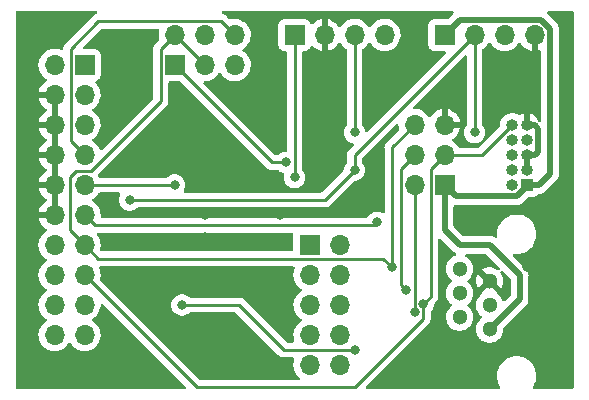
<source format=gbr>
G04 #@! TF.GenerationSoftware,KiCad,Pcbnew,(6.0.2)*
G04 #@! TF.CreationDate,2022-03-04T18:18:08+01:00*
G04 #@! TF.ProjectId,LINK,4c494e4b-2e6b-4696-9361-645f70636258,rev?*
G04 #@! TF.SameCoordinates,Original*
G04 #@! TF.FileFunction,Copper,L2,Bot*
G04 #@! TF.FilePolarity,Positive*
%FSLAX46Y46*%
G04 Gerber Fmt 4.6, Leading zero omitted, Abs format (unit mm)*
G04 Created by KiCad (PCBNEW (6.0.2)) date 2022-03-04 18:18:08*
%MOMM*%
%LPD*%
G01*
G04 APERTURE LIST*
G04 #@! TA.AperFunction,ComponentPad*
%ADD10R,1.700000X1.700000*%
G04 #@! TD*
G04 #@! TA.AperFunction,ComponentPad*
%ADD11O,1.700000X1.700000*%
G04 #@! TD*
G04 #@! TA.AperFunction,ComponentPad*
%ADD12R,1.000000X1.000000*%
G04 #@! TD*
G04 #@! TA.AperFunction,ComponentPad*
%ADD13O,1.000000X1.000000*%
G04 #@! TD*
G04 #@! TA.AperFunction,ComponentPad*
%ADD14C,1.300000*%
G04 #@! TD*
G04 #@! TA.AperFunction,ViaPad*
%ADD15C,0.800000*%
G04 #@! TD*
G04 #@! TA.AperFunction,Conductor*
%ADD16C,0.250000*%
G04 #@! TD*
G04 #@! TA.AperFunction,Conductor*
%ADD17C,0.500000*%
G04 #@! TD*
G04 APERTURE END LIST*
D10*
X127000000Y-68580000D03*
D11*
X124460000Y-68580000D03*
X127000000Y-71120000D03*
X124460000Y-71120000D03*
X127000000Y-73660000D03*
X124460000Y-73660000D03*
X127000000Y-76200000D03*
X124460000Y-76200000D03*
X127000000Y-78740000D03*
X124460000Y-78740000D03*
X127000000Y-81280000D03*
X124460000Y-81280000D03*
X127000000Y-83820000D03*
X124460000Y-83820000D03*
X127000000Y-86360000D03*
X124460000Y-86360000D03*
X127000000Y-88900000D03*
X124460000Y-88900000D03*
X127000000Y-91440000D03*
X124460000Y-91440000D03*
D10*
X144780000Y-66040000D03*
D11*
X147320000Y-66040000D03*
X149860000Y-66040000D03*
X152400000Y-66040000D03*
D12*
X164455000Y-78750000D03*
D13*
X163185000Y-78750000D03*
X164455000Y-77480000D03*
X163185000Y-77480000D03*
X164455000Y-76210000D03*
X163185000Y-76210000D03*
X164455000Y-74940000D03*
X163185000Y-74940000D03*
X164455000Y-73670000D03*
X163185000Y-73670000D03*
D10*
X157480000Y-66040000D03*
D11*
X160020000Y-66040000D03*
X162560000Y-66040000D03*
X165100000Y-66040000D03*
D14*
X158750000Y-85840000D03*
X161290000Y-86860000D03*
X158750000Y-87880000D03*
X161290000Y-88900000D03*
X158750000Y-89920000D03*
X161290000Y-90940000D03*
D10*
X157480000Y-78740000D03*
D11*
X154940000Y-78740000D03*
X157480000Y-76200000D03*
X154940000Y-76200000D03*
X157480000Y-73660000D03*
X154940000Y-73660000D03*
D10*
X146050000Y-83820000D03*
D11*
X148590000Y-83820000D03*
X146050000Y-86360000D03*
X148590000Y-86360000D03*
X146050000Y-88900000D03*
X148590000Y-88900000D03*
X146050000Y-91440000D03*
X148590000Y-91440000D03*
X146050000Y-93980000D03*
X148590000Y-93980000D03*
D10*
X134635000Y-68585000D03*
D11*
X134635000Y-66045000D03*
X137175000Y-68585000D03*
X137175000Y-66045000D03*
X139715000Y-68585000D03*
X139715000Y-66045000D03*
D15*
X143510000Y-81280000D03*
X143510000Y-89535000D03*
X137160000Y-83185000D03*
X164465000Y-85725000D03*
X128270000Y-90170000D03*
X130175000Y-67310000D03*
X139065000Y-75565000D03*
X137160000Y-81280000D03*
X151765000Y-76200000D03*
X137795000Y-94615000D03*
X151765000Y-80010000D03*
X149860000Y-74295000D03*
X154215500Y-87630000D03*
X134620000Y-78740000D03*
X153035000Y-85725000D03*
X149860000Y-77470000D03*
X130810000Y-80010000D03*
X160020000Y-74295000D03*
X151765000Y-81915000D03*
X155664500Y-88828245D03*
X135255000Y-88900000D03*
X149860000Y-92710000D03*
X144055500Y-76835000D03*
X154940000Y-89535000D03*
X144780000Y-78105000D03*
D16*
X128169511Y-64870489D02*
X138540489Y-64870489D01*
X125825489Y-67214511D02*
X128169511Y-64870489D01*
X125825489Y-75025489D02*
X125825489Y-67214511D01*
X127000000Y-76200000D02*
X125825489Y-75025489D01*
X138540489Y-64870489D02*
X139715000Y-66045000D01*
D17*
X164455000Y-77480000D02*
X164455000Y-76210000D01*
X164455000Y-76210000D02*
X165162106Y-76210000D01*
X165100000Y-73660000D02*
X164465000Y-73660000D01*
X165404511Y-75967595D02*
X165404511Y-73964511D01*
X164465000Y-73660000D02*
X164455000Y-73670000D01*
X165404511Y-73964511D02*
X165100000Y-73660000D01*
X165162106Y-76210000D02*
X165404511Y-75967595D01*
D16*
X134620000Y-78740000D02*
X127000000Y-78740000D01*
X149860000Y-74295000D02*
X149860000Y-66040000D01*
X153765489Y-77374511D02*
X154940000Y-76200000D01*
X153765489Y-87179989D02*
X153765489Y-77374511D01*
X154215500Y-87630000D02*
X153765489Y-87179989D01*
X127000000Y-83820000D02*
X128174511Y-84994511D01*
X133460489Y-67219511D02*
X133460489Y-71644511D01*
X137175000Y-68585000D02*
X134635000Y-66045000D01*
X125730000Y-82550000D02*
X127000000Y-83820000D01*
X153035000Y-75565000D02*
X154940000Y-73660000D01*
X133460489Y-71644511D02*
X127539511Y-77565489D01*
X134635000Y-66045000D02*
X133460489Y-67219511D01*
X126269511Y-77565489D02*
X125730000Y-78105000D01*
X128174511Y-84994511D02*
X152304511Y-84994511D01*
X127539511Y-77565489D02*
X126269511Y-77565489D01*
X152304511Y-84994511D02*
X153035000Y-85725000D01*
X153035000Y-85725000D02*
X153035000Y-75565000D01*
X125730000Y-78105000D02*
X125730000Y-82550000D01*
X160020000Y-66040000D02*
X149860000Y-76200000D01*
X149860000Y-77470000D02*
X147320000Y-80010000D01*
X147320000Y-80010000D02*
X130810000Y-80010000D01*
X160020000Y-74295000D02*
X160020000Y-66040000D01*
X149860000Y-76200000D02*
X149860000Y-77470000D01*
D17*
X158439511Y-79699511D02*
X157480000Y-78740000D01*
X164455000Y-78750000D02*
X165455000Y-78750000D01*
X166399511Y-65501724D02*
X165638276Y-64740489D01*
X166399511Y-77805489D02*
X166399511Y-65501724D01*
X157480000Y-82550000D02*
X157480000Y-78740000D01*
X164455000Y-78750000D02*
X164455000Y-78822812D01*
X158779511Y-64740489D02*
X157480000Y-66040000D01*
X161290000Y-83820000D02*
X158750000Y-83820000D01*
X163830000Y-88400000D02*
X163830000Y-86360000D01*
X165638276Y-64740489D02*
X158779511Y-64740489D01*
X158750000Y-83820000D02*
X157480000Y-82550000D01*
X164455000Y-78822812D02*
X163578301Y-79699511D01*
X163578301Y-79699511D02*
X158439511Y-79699511D01*
X163830000Y-86360000D02*
X161290000Y-83820000D01*
X165455000Y-78750000D02*
X166399511Y-77805489D01*
X161290000Y-90940000D02*
X163830000Y-88400000D01*
D16*
X127000000Y-81280000D02*
X127850000Y-82130000D01*
X127850000Y-82130000D02*
X151550000Y-82130000D01*
X151550000Y-82130000D02*
X151765000Y-81915000D01*
X149860000Y-95885000D02*
X136525000Y-95885000D01*
X136525000Y-95885000D02*
X127000000Y-86360000D01*
X155664500Y-88828245D02*
X156305489Y-88187256D01*
X155664500Y-88828245D02*
X155664500Y-90080500D01*
X156305489Y-77374511D02*
X157480000Y-76200000D01*
X155664500Y-90080500D02*
X149860000Y-95885000D01*
X160655000Y-76200000D02*
X163185000Y-73670000D01*
X156305489Y-88187256D02*
X156305489Y-77374511D01*
X157480000Y-76200000D02*
X160655000Y-76200000D01*
X135255000Y-88900000D02*
X140089614Y-88900000D01*
X143899614Y-92710000D02*
X149860000Y-92710000D01*
X140089614Y-88900000D02*
X143899614Y-92710000D01*
X142885000Y-76835000D02*
X134635000Y-68585000D01*
X144055500Y-76835000D02*
X142885000Y-76835000D01*
X144780000Y-66040000D02*
X144780000Y-78105000D01*
X154940000Y-89535000D02*
X154940000Y-78740000D01*
G04 #@! TA.AperFunction,Conductor*
G36*
X128035813Y-64028002D02*
G01*
X128082306Y-64081658D01*
X128092410Y-64151932D01*
X128062916Y-64216512D01*
X128009694Y-64249442D01*
X128010713Y-64252015D01*
X127969603Y-64268291D01*
X127958376Y-64272135D01*
X127915918Y-64284471D01*
X127909092Y-64288508D01*
X127898483Y-64294782D01*
X127880735Y-64303477D01*
X127861894Y-64310937D01*
X127855478Y-64315599D01*
X127855477Y-64315599D01*
X127826124Y-64336925D01*
X127816204Y-64343441D01*
X127784976Y-64361909D01*
X127784973Y-64361911D01*
X127778149Y-64365947D01*
X127763828Y-64380268D01*
X127748795Y-64393108D01*
X127732404Y-64405017D01*
X127723728Y-64415505D01*
X127704213Y-64439094D01*
X127696223Y-64447873D01*
X125433236Y-66710859D01*
X125424950Y-66718399D01*
X125418471Y-66722511D01*
X125413046Y-66728288D01*
X125371846Y-66772162D01*
X125369091Y-66775004D01*
X125349354Y-66794741D01*
X125346874Y-66797938D01*
X125339171Y-66806958D01*
X125308903Y-66839190D01*
X125305084Y-66846136D01*
X125305082Y-66846139D01*
X125299141Y-66856945D01*
X125288290Y-66873464D01*
X125275875Y-66889470D01*
X125272730Y-66896739D01*
X125272727Y-66896743D01*
X125258315Y-66930048D01*
X125253098Y-66940698D01*
X125231794Y-66979451D01*
X125229823Y-66987126D01*
X125229823Y-66987127D01*
X125226756Y-66999073D01*
X125220352Y-67017777D01*
X125212308Y-67036366D01*
X125211069Y-67044189D01*
X125211066Y-67044199D01*
X125205390Y-67080035D01*
X125202984Y-67091655D01*
X125193961Y-67126800D01*
X125191989Y-67134481D01*
X125191989Y-67154735D01*
X125190438Y-67174445D01*
X125187269Y-67194454D01*
X125188015Y-67202345D01*
X125188453Y-67206979D01*
X125174950Y-67276680D01*
X125125908Y-67328016D01*
X125056897Y-67344689D01*
X125019145Y-67335632D01*
X125018789Y-67336638D01*
X124813087Y-67263795D01*
X124813083Y-67263794D01*
X124808212Y-67262069D01*
X124803119Y-67261162D01*
X124803116Y-67261161D01*
X124593373Y-67223800D01*
X124593367Y-67223799D01*
X124588284Y-67222894D01*
X124514452Y-67221992D01*
X124370081Y-67220228D01*
X124370079Y-67220228D01*
X124364911Y-67220165D01*
X124144091Y-67253955D01*
X123931756Y-67323357D01*
X123898604Y-67340615D01*
X123765536Y-67409886D01*
X123733607Y-67426507D01*
X123729474Y-67429610D01*
X123729471Y-67429612D01*
X123603092Y-67524500D01*
X123554965Y-67560635D01*
X123400629Y-67722138D01*
X123397715Y-67726410D01*
X123397714Y-67726411D01*
X123348821Y-67798086D01*
X123274743Y-67906680D01*
X123180688Y-68109305D01*
X123120989Y-68324570D01*
X123097251Y-68546695D01*
X123097548Y-68551848D01*
X123097548Y-68551851D01*
X123103106Y-68648240D01*
X123110110Y-68769715D01*
X123111247Y-68774761D01*
X123111248Y-68774767D01*
X123132246Y-68867939D01*
X123159222Y-68987639D01*
X123243266Y-69194616D01*
X123359987Y-69385088D01*
X123506250Y-69553938D01*
X123678126Y-69696632D01*
X123751955Y-69739774D01*
X123800679Y-69791412D01*
X123813750Y-69861195D01*
X123787019Y-69926967D01*
X123746562Y-69960327D01*
X123738457Y-69964546D01*
X123729738Y-69970036D01*
X123559433Y-70097905D01*
X123551726Y-70104748D01*
X123404590Y-70258717D01*
X123398104Y-70266727D01*
X123278098Y-70442649D01*
X123273000Y-70451623D01*
X123183338Y-70644783D01*
X123179775Y-70654470D01*
X123124389Y-70854183D01*
X123125912Y-70862607D01*
X123138292Y-70866000D01*
X124588000Y-70866000D01*
X124656121Y-70886002D01*
X124702614Y-70939658D01*
X124714000Y-70992000D01*
X124714000Y-81408000D01*
X124693998Y-81476121D01*
X124640342Y-81522614D01*
X124588000Y-81534000D01*
X123143225Y-81534000D01*
X123129694Y-81537973D01*
X123128257Y-81547966D01*
X123158565Y-81682446D01*
X123161645Y-81692275D01*
X123241770Y-81889603D01*
X123246413Y-81898794D01*
X123357694Y-82080388D01*
X123363777Y-82088699D01*
X123503213Y-82249667D01*
X123510580Y-82256883D01*
X123674434Y-82392916D01*
X123682881Y-82398831D01*
X123751969Y-82439203D01*
X123800693Y-82490842D01*
X123813764Y-82560625D01*
X123787033Y-82626396D01*
X123746584Y-82659752D01*
X123733607Y-82666507D01*
X123729474Y-82669610D01*
X123729471Y-82669612D01*
X123559100Y-82797530D01*
X123554965Y-82800635D01*
X123551393Y-82804373D01*
X123460010Y-82900000D01*
X123400629Y-82962138D01*
X123274743Y-83146680D01*
X123180688Y-83349305D01*
X123120989Y-83564570D01*
X123097251Y-83786695D01*
X123097548Y-83791848D01*
X123097548Y-83791851D01*
X123103011Y-83886590D01*
X123110110Y-84009715D01*
X123111247Y-84014761D01*
X123111248Y-84014767D01*
X123124282Y-84072601D01*
X123159222Y-84227639D01*
X123243266Y-84434616D01*
X123283494Y-84500263D01*
X123357291Y-84620688D01*
X123359987Y-84625088D01*
X123506250Y-84793938D01*
X123678126Y-84936632D01*
X123748595Y-84977811D01*
X123751445Y-84979476D01*
X123800169Y-85031114D01*
X123813240Y-85100897D01*
X123786509Y-85166669D01*
X123746055Y-85200027D01*
X123733607Y-85206507D01*
X123729474Y-85209610D01*
X123729471Y-85209612D01*
X123692630Y-85237273D01*
X123554965Y-85340635D01*
X123400629Y-85502138D01*
X123274743Y-85686680D01*
X123246711Y-85747070D01*
X123191916Y-85865117D01*
X123180688Y-85889305D01*
X123120989Y-86104570D01*
X123097251Y-86326695D01*
X123097548Y-86331848D01*
X123097548Y-86331851D01*
X123104291Y-86448797D01*
X123110110Y-86549715D01*
X123111247Y-86554761D01*
X123111248Y-86554767D01*
X123121360Y-86599636D01*
X123159222Y-86767639D01*
X123243266Y-86974616D01*
X123287947Y-87047529D01*
X123357291Y-87160688D01*
X123359987Y-87165088D01*
X123506250Y-87333938D01*
X123678126Y-87476632D01*
X123748595Y-87517811D01*
X123751445Y-87519476D01*
X123800169Y-87571114D01*
X123813240Y-87640897D01*
X123786509Y-87706669D01*
X123746055Y-87740027D01*
X123733607Y-87746507D01*
X123729474Y-87749610D01*
X123729471Y-87749612D01*
X123577990Y-87863347D01*
X123554965Y-87880635D01*
X123400629Y-88042138D01*
X123274743Y-88226680D01*
X123236011Y-88310121D01*
X123186290Y-88417237D01*
X123180688Y-88429305D01*
X123120989Y-88644570D01*
X123097251Y-88866695D01*
X123097548Y-88871848D01*
X123097548Y-88871851D01*
X123109744Y-89083365D01*
X123110110Y-89089715D01*
X123111247Y-89094761D01*
X123111248Y-89094767D01*
X123120895Y-89137573D01*
X123159222Y-89307639D01*
X123197461Y-89401811D01*
X123240828Y-89508611D01*
X123243266Y-89514616D01*
X123282638Y-89578866D01*
X123357291Y-89700688D01*
X123359987Y-89705088D01*
X123506250Y-89873938D01*
X123678126Y-90016632D01*
X123726126Y-90044681D01*
X123751445Y-90059476D01*
X123800169Y-90111114D01*
X123813240Y-90180897D01*
X123786509Y-90246669D01*
X123746055Y-90280027D01*
X123733607Y-90286507D01*
X123729474Y-90289610D01*
X123729471Y-90289612D01*
X123566729Y-90411802D01*
X123554965Y-90420635D01*
X123400629Y-90582138D01*
X123274743Y-90766680D01*
X123237908Y-90846035D01*
X123192086Y-90944751D01*
X123180688Y-90969305D01*
X123120989Y-91184570D01*
X123097251Y-91406695D01*
X123097548Y-91411848D01*
X123097548Y-91411851D01*
X123109812Y-91624547D01*
X123110110Y-91629715D01*
X123111247Y-91634761D01*
X123111248Y-91634767D01*
X123130680Y-91720992D01*
X123159222Y-91847639D01*
X123197461Y-91941811D01*
X123237167Y-92039595D01*
X123243266Y-92054616D01*
X123294019Y-92137438D01*
X123357291Y-92240688D01*
X123359987Y-92245088D01*
X123506250Y-92413938D01*
X123678126Y-92556632D01*
X123871000Y-92669338D01*
X124079692Y-92749030D01*
X124084760Y-92750061D01*
X124084763Y-92750062D01*
X124192017Y-92771883D01*
X124298597Y-92793567D01*
X124303772Y-92793757D01*
X124303774Y-92793757D01*
X124516673Y-92801564D01*
X124516677Y-92801564D01*
X124521837Y-92801753D01*
X124526957Y-92801097D01*
X124526959Y-92801097D01*
X124738288Y-92774025D01*
X124738289Y-92774025D01*
X124743416Y-92773368D01*
X124748366Y-92771883D01*
X124952429Y-92710661D01*
X124952434Y-92710659D01*
X124957384Y-92709174D01*
X125157994Y-92610896D01*
X125339860Y-92481173D01*
X125498096Y-92323489D01*
X125557594Y-92240689D01*
X125628453Y-92142077D01*
X125629776Y-92143028D01*
X125676645Y-92099857D01*
X125746580Y-92087625D01*
X125812026Y-92115144D01*
X125839875Y-92146994D01*
X125899987Y-92245088D01*
X126046250Y-92413938D01*
X126218126Y-92556632D01*
X126411000Y-92669338D01*
X126619692Y-92749030D01*
X126624760Y-92750061D01*
X126624763Y-92750062D01*
X126732017Y-92771883D01*
X126838597Y-92793567D01*
X126843772Y-92793757D01*
X126843774Y-92793757D01*
X127056673Y-92801564D01*
X127056677Y-92801564D01*
X127061837Y-92801753D01*
X127066957Y-92801097D01*
X127066959Y-92801097D01*
X127278288Y-92774025D01*
X127278289Y-92774025D01*
X127283416Y-92773368D01*
X127288366Y-92771883D01*
X127492429Y-92710661D01*
X127492434Y-92710659D01*
X127497384Y-92709174D01*
X127697994Y-92610896D01*
X127879860Y-92481173D01*
X128038096Y-92323489D01*
X128097594Y-92240689D01*
X128165435Y-92146277D01*
X128168453Y-92142077D01*
X128189320Y-92099857D01*
X128265136Y-91946453D01*
X128265137Y-91946451D01*
X128267430Y-91941811D01*
X128310060Y-91801500D01*
X128330865Y-91733023D01*
X128330865Y-91733021D01*
X128332370Y-91728069D01*
X128361529Y-91506590D01*
X128363156Y-91440000D01*
X128344852Y-91217361D01*
X128290431Y-91000702D01*
X128201354Y-90795840D01*
X128141837Y-90703841D01*
X128082822Y-90612617D01*
X128082820Y-90612614D01*
X128080014Y-90608277D01*
X127929670Y-90443051D01*
X127925619Y-90439852D01*
X127925615Y-90439848D01*
X127758414Y-90307800D01*
X127758410Y-90307798D01*
X127754359Y-90304598D01*
X127713053Y-90281796D01*
X127663084Y-90231364D01*
X127648312Y-90161921D01*
X127673428Y-90095516D01*
X127700780Y-90068909D01*
X127744603Y-90037650D01*
X127879860Y-89941173D01*
X128038096Y-89783489D01*
X128047670Y-89770166D01*
X128165435Y-89606277D01*
X128168453Y-89602077D01*
X128178006Y-89582749D01*
X128265136Y-89406453D01*
X128265137Y-89406451D01*
X128267430Y-89401811D01*
X128332370Y-89188069D01*
X128361529Y-88966590D01*
X128361611Y-88963240D01*
X128362676Y-88919654D01*
X128384336Y-88852042D01*
X128439111Y-88806874D01*
X128509611Y-88798490D01*
X128577733Y-88833637D01*
X135541001Y-95796905D01*
X135575027Y-95859217D01*
X135569962Y-95930032D01*
X135527415Y-95986868D01*
X135460895Y-96011679D01*
X135451906Y-96012000D01*
X121284000Y-96012000D01*
X121215879Y-95991998D01*
X121169386Y-95938342D01*
X121158000Y-95886000D01*
X121158000Y-81014183D01*
X123124389Y-81014183D01*
X123125912Y-81022607D01*
X123138292Y-81026000D01*
X124187885Y-81026000D01*
X124203124Y-81021525D01*
X124204329Y-81020135D01*
X124206000Y-81012452D01*
X124206000Y-79012115D01*
X124201525Y-78996876D01*
X124200135Y-78995671D01*
X124192452Y-78994000D01*
X123143225Y-78994000D01*
X123129694Y-78997973D01*
X123128257Y-79007966D01*
X123158565Y-79142446D01*
X123161645Y-79152275D01*
X123241770Y-79349603D01*
X123246413Y-79358794D01*
X123357694Y-79540388D01*
X123363777Y-79548699D01*
X123503213Y-79709667D01*
X123510580Y-79716883D01*
X123674434Y-79852916D01*
X123682881Y-79858831D01*
X123752479Y-79899501D01*
X123801203Y-79951140D01*
X123814274Y-80020923D01*
X123787543Y-80086694D01*
X123747087Y-80120053D01*
X123738462Y-80124542D01*
X123729738Y-80130036D01*
X123559433Y-80257905D01*
X123551726Y-80264748D01*
X123404590Y-80418717D01*
X123398104Y-80426727D01*
X123278098Y-80602649D01*
X123273000Y-80611623D01*
X123183338Y-80804783D01*
X123179775Y-80814470D01*
X123124389Y-81014183D01*
X121158000Y-81014183D01*
X121158000Y-78474183D01*
X123124389Y-78474183D01*
X123125912Y-78482607D01*
X123138292Y-78486000D01*
X124187885Y-78486000D01*
X124203124Y-78481525D01*
X124204329Y-78480135D01*
X124206000Y-78472452D01*
X124206000Y-76472115D01*
X124201525Y-76456876D01*
X124200135Y-76455671D01*
X124192452Y-76454000D01*
X123143225Y-76454000D01*
X123129694Y-76457973D01*
X123128257Y-76467966D01*
X123158565Y-76602446D01*
X123161645Y-76612275D01*
X123241770Y-76809603D01*
X123246413Y-76818794D01*
X123357694Y-77000388D01*
X123363777Y-77008699D01*
X123503213Y-77169667D01*
X123510580Y-77176883D01*
X123674434Y-77312916D01*
X123682881Y-77318831D01*
X123752479Y-77359501D01*
X123801203Y-77411140D01*
X123814274Y-77480923D01*
X123787543Y-77546694D01*
X123747087Y-77580053D01*
X123738462Y-77584542D01*
X123729738Y-77590036D01*
X123559433Y-77717905D01*
X123551726Y-77724748D01*
X123404590Y-77878717D01*
X123398104Y-77886727D01*
X123278098Y-78062649D01*
X123273000Y-78071623D01*
X123183338Y-78264783D01*
X123179775Y-78274470D01*
X123124389Y-78474183D01*
X121158000Y-78474183D01*
X121158000Y-75934183D01*
X123124389Y-75934183D01*
X123125912Y-75942607D01*
X123138292Y-75946000D01*
X124187885Y-75946000D01*
X124203124Y-75941525D01*
X124204329Y-75940135D01*
X124206000Y-75932452D01*
X124206000Y-73932115D01*
X124201525Y-73916876D01*
X124200135Y-73915671D01*
X124192452Y-73914000D01*
X123143225Y-73914000D01*
X123129694Y-73917973D01*
X123128257Y-73927966D01*
X123158565Y-74062446D01*
X123161645Y-74072275D01*
X123241770Y-74269603D01*
X123246413Y-74278794D01*
X123357694Y-74460388D01*
X123363777Y-74468699D01*
X123503213Y-74629667D01*
X123510580Y-74636883D01*
X123674434Y-74772916D01*
X123682881Y-74778831D01*
X123752479Y-74819501D01*
X123801203Y-74871140D01*
X123814274Y-74940923D01*
X123787543Y-75006694D01*
X123747087Y-75040053D01*
X123738462Y-75044542D01*
X123729738Y-75050036D01*
X123559433Y-75177905D01*
X123551726Y-75184748D01*
X123404590Y-75338717D01*
X123398104Y-75346727D01*
X123278098Y-75522649D01*
X123273000Y-75531623D01*
X123183338Y-75724783D01*
X123179775Y-75734470D01*
X123124389Y-75934183D01*
X121158000Y-75934183D01*
X121158000Y-73394183D01*
X123124389Y-73394183D01*
X123125912Y-73402607D01*
X123138292Y-73406000D01*
X124187885Y-73406000D01*
X124203124Y-73401525D01*
X124204329Y-73400135D01*
X124206000Y-73392452D01*
X124206000Y-71392115D01*
X124201525Y-71376876D01*
X124200135Y-71375671D01*
X124192452Y-71374000D01*
X123143225Y-71374000D01*
X123129694Y-71377973D01*
X123128257Y-71387966D01*
X123158565Y-71522446D01*
X123161645Y-71532275D01*
X123241770Y-71729603D01*
X123246413Y-71738794D01*
X123357694Y-71920388D01*
X123363777Y-71928699D01*
X123503213Y-72089667D01*
X123510580Y-72096883D01*
X123674434Y-72232916D01*
X123682881Y-72238831D01*
X123752479Y-72279501D01*
X123801203Y-72331140D01*
X123814274Y-72400923D01*
X123787543Y-72466694D01*
X123747087Y-72500053D01*
X123738462Y-72504542D01*
X123729738Y-72510036D01*
X123559433Y-72637905D01*
X123551726Y-72644748D01*
X123404590Y-72798717D01*
X123398104Y-72806727D01*
X123278098Y-72982649D01*
X123273000Y-72991623D01*
X123183338Y-73184783D01*
X123179775Y-73194470D01*
X123124389Y-73394183D01*
X121158000Y-73394183D01*
X121158000Y-64134000D01*
X121178002Y-64065879D01*
X121231658Y-64019386D01*
X121284000Y-64008000D01*
X127967692Y-64008000D01*
X128035813Y-64028002D01*
G37*
G04 #@! TD.AperFunction*
G04 #@! TA.AperFunction,Conductor*
G36*
X168344121Y-64028002D02*
G01*
X168390614Y-64081658D01*
X168402000Y-64134000D01*
X168402000Y-95886000D01*
X168381998Y-95954121D01*
X168328342Y-96000614D01*
X168276000Y-96012000D01*
X165078689Y-96012000D01*
X165010568Y-95991998D01*
X164964075Y-95938342D01*
X164953971Y-95868068D01*
X164971256Y-95820165D01*
X165069717Y-95659491D01*
X165072303Y-95655271D01*
X165172204Y-95414089D01*
X165193576Y-95325069D01*
X165231991Y-95165062D01*
X165231992Y-95165056D01*
X165233146Y-95160249D01*
X165253628Y-94900000D01*
X165233146Y-94639751D01*
X165231992Y-94634944D01*
X165231991Y-94634938D01*
X165173359Y-94390723D01*
X165172204Y-94385911D01*
X165123392Y-94268069D01*
X165074198Y-94149303D01*
X165074196Y-94149299D01*
X165072303Y-94144729D01*
X164935903Y-93922144D01*
X164766363Y-93723637D01*
X164567856Y-93554097D01*
X164345271Y-93417697D01*
X164340701Y-93415804D01*
X164340697Y-93415802D01*
X164108662Y-93319690D01*
X164108660Y-93319689D01*
X164104089Y-93317796D01*
X163956618Y-93282391D01*
X163855062Y-93258009D01*
X163855056Y-93258008D01*
X163850249Y-93256854D01*
X163759116Y-93249682D01*
X163657615Y-93241693D01*
X163657606Y-93241693D01*
X163655158Y-93241500D01*
X163524842Y-93241500D01*
X163522394Y-93241693D01*
X163522385Y-93241693D01*
X163420884Y-93249682D01*
X163329751Y-93256854D01*
X163324944Y-93258008D01*
X163324938Y-93258009D01*
X163223382Y-93282391D01*
X163075911Y-93317796D01*
X163071340Y-93319689D01*
X163071338Y-93319690D01*
X162839303Y-93415802D01*
X162839299Y-93415804D01*
X162834729Y-93417697D01*
X162612144Y-93554097D01*
X162413637Y-93723637D01*
X162244097Y-93922144D01*
X162107697Y-94144729D01*
X162105804Y-94149299D01*
X162105802Y-94149303D01*
X162056608Y-94268069D01*
X162007796Y-94385911D01*
X162006641Y-94390723D01*
X161948009Y-94634938D01*
X161948008Y-94634944D01*
X161946854Y-94639751D01*
X161926372Y-94900000D01*
X161946854Y-95160249D01*
X161948008Y-95165056D01*
X161948009Y-95165062D01*
X161986424Y-95325069D01*
X162007796Y-95414089D01*
X162107697Y-95655271D01*
X162110283Y-95659491D01*
X162208744Y-95820165D01*
X162227282Y-95888699D01*
X162205826Y-95956375D01*
X162151186Y-96001708D01*
X162101311Y-96012000D01*
X150933094Y-96012000D01*
X150864973Y-95991998D01*
X150818480Y-95938342D01*
X150808376Y-95868068D01*
X150837870Y-95803488D01*
X150843999Y-95796905D01*
X156056747Y-90584157D01*
X156065037Y-90576613D01*
X156071518Y-90572500D01*
X156118159Y-90522832D01*
X156120913Y-90519991D01*
X156140635Y-90500269D01*
X156143112Y-90497076D01*
X156150817Y-90488055D01*
X156175659Y-90461600D01*
X156181086Y-90455821D01*
X156186007Y-90446870D01*
X156190846Y-90438068D01*
X156201702Y-90421541D01*
X156209257Y-90411802D01*
X156209258Y-90411800D01*
X156214114Y-90405540D01*
X156231674Y-90364960D01*
X156236891Y-90354312D01*
X156254375Y-90322509D01*
X156254376Y-90322507D01*
X156258195Y-90315560D01*
X156260188Y-90307800D01*
X156263233Y-90295938D01*
X156269637Y-90277234D01*
X156274533Y-90265920D01*
X156274533Y-90265919D01*
X156277681Y-90258645D01*
X156278920Y-90250822D01*
X156278923Y-90250812D01*
X156284599Y-90214976D01*
X156287005Y-90203356D01*
X156296028Y-90168211D01*
X156296028Y-90168210D01*
X156298000Y-90160530D01*
X156298000Y-90140276D01*
X156299551Y-90120565D01*
X156301480Y-90108386D01*
X156302720Y-90100557D01*
X156298559Y-90056538D01*
X156298000Y-90044681D01*
X156298000Y-89530769D01*
X156318002Y-89462648D01*
X156330358Y-89446466D01*
X156403540Y-89365189D01*
X156499027Y-89199801D01*
X156558042Y-89018173D01*
X156559556Y-89003774D01*
X156570220Y-88902309D01*
X156575407Y-88852951D01*
X156602420Y-88787295D01*
X156611622Y-88777027D01*
X156697736Y-88690913D01*
X156706026Y-88683369D01*
X156712507Y-88679256D01*
X156736999Y-88653175D01*
X156759147Y-88629589D01*
X156761902Y-88626747D01*
X156781623Y-88607026D01*
X156784101Y-88603831D01*
X156791807Y-88594809D01*
X156794264Y-88592193D01*
X156822075Y-88562577D01*
X156831835Y-88544824D01*
X156842688Y-88528301D01*
X156850242Y-88518562D01*
X156855102Y-88512297D01*
X156872665Y-88471713D01*
X156877872Y-88461083D01*
X156899184Y-88422316D01*
X156901155Y-88414639D01*
X156901157Y-88414634D01*
X156904221Y-88402698D01*
X156910627Y-88383986D01*
X156915523Y-88372673D01*
X156918670Y-88365401D01*
X156923830Y-88332826D01*
X156925586Y-88321737D01*
X156927993Y-88310116D01*
X156937017Y-88274967D01*
X156937017Y-88274966D01*
X156938989Y-88267286D01*
X156938989Y-88247025D01*
X156940540Y-88227314D01*
X156940641Y-88226680D01*
X156943708Y-88207313D01*
X156939548Y-88163302D01*
X156938989Y-88151445D01*
X156938989Y-83385860D01*
X156958991Y-83317739D01*
X157012647Y-83271246D01*
X157082921Y-83261142D01*
X157147501Y-83290636D01*
X157154084Y-83296765D01*
X158166230Y-84308911D01*
X158178616Y-84323323D01*
X158187149Y-84334918D01*
X158187154Y-84334923D01*
X158191492Y-84340818D01*
X158197070Y-84345557D01*
X158197073Y-84345560D01*
X158231768Y-84375035D01*
X158239284Y-84381965D01*
X158244979Y-84387660D01*
X158247861Y-84389940D01*
X158267251Y-84405281D01*
X158270655Y-84408072D01*
X158315444Y-84446123D01*
X158326285Y-84455333D01*
X158332801Y-84458661D01*
X158337850Y-84462028D01*
X158342980Y-84465196D01*
X158348716Y-84469734D01*
X158414043Y-84500266D01*
X158467285Y-84547226D01*
X158486687Y-84615520D01*
X158466087Y-84683462D01*
X158412024Y-84729481D01*
X158404304Y-84732624D01*
X158249116Y-84789875D01*
X158066134Y-84898739D01*
X157906054Y-85039125D01*
X157774238Y-85206333D01*
X157771549Y-85211444D01*
X157771547Y-85211447D01*
X157717085Y-85314961D01*
X157675100Y-85394762D01*
X157673386Y-85400283D01*
X157673384Y-85400287D01*
X157642919Y-85498401D01*
X157611961Y-85598102D01*
X157586936Y-85809544D01*
X157600861Y-86022006D01*
X157602282Y-86027602D01*
X157602283Y-86027607D01*
X157642084Y-86184319D01*
X157653272Y-86228372D01*
X157655689Y-86233615D01*
X157736134Y-86408114D01*
X157742411Y-86421731D01*
X157865296Y-86595609D01*
X157919148Y-86648069D01*
X157999527Y-86726371D01*
X158017809Y-86744181D01*
X158022605Y-86747386D01*
X158022613Y-86747392D01*
X158034618Y-86755413D01*
X158080146Y-86809889D01*
X158088995Y-86880332D01*
X158058354Y-86944377D01*
X158047699Y-86954906D01*
X157906054Y-87079125D01*
X157774238Y-87246333D01*
X157771549Y-87251444D01*
X157771547Y-87251447D01*
X157756589Y-87279878D01*
X157675100Y-87434762D01*
X157673386Y-87440283D01*
X157673384Y-87440287D01*
X157630380Y-87578782D01*
X157611961Y-87638102D01*
X157586936Y-87849544D01*
X157600861Y-88062006D01*
X157602282Y-88067602D01*
X157602283Y-88067607D01*
X157641597Y-88222401D01*
X157653272Y-88268372D01*
X157655689Y-88273615D01*
X157727463Y-88429305D01*
X157742411Y-88461731D01*
X157865296Y-88635609D01*
X158017809Y-88784181D01*
X158022605Y-88787386D01*
X158022613Y-88787392D01*
X158034618Y-88795413D01*
X158080146Y-88849889D01*
X158088995Y-88920332D01*
X158058354Y-88984377D01*
X158047699Y-88994906D01*
X157906054Y-89119125D01*
X157774238Y-89286333D01*
X157771549Y-89291444D01*
X157771547Y-89291447D01*
X157730170Y-89370092D01*
X157675100Y-89474762D01*
X157673386Y-89480283D01*
X157673384Y-89480287D01*
X157643930Y-89575144D01*
X157611961Y-89678102D01*
X157586936Y-89889544D01*
X157600861Y-90102006D01*
X157602282Y-90107602D01*
X157602283Y-90107607D01*
X157650114Y-90295938D01*
X157653272Y-90308372D01*
X157655689Y-90313615D01*
X157723911Y-90461600D01*
X157742411Y-90501731D01*
X157865296Y-90675609D01*
X158017809Y-90824181D01*
X158022605Y-90827386D01*
X158022608Y-90827388D01*
X158145564Y-90909544D01*
X158194843Y-90942471D01*
X158200146Y-90944749D01*
X158200149Y-90944751D01*
X158282324Y-90980056D01*
X158390470Y-91026519D01*
X158466316Y-91043681D01*
X158592501Y-91072234D01*
X158592506Y-91072235D01*
X158598138Y-91073509D01*
X158603909Y-91073736D01*
X158603911Y-91073736D01*
X158665252Y-91076146D01*
X158810891Y-91081869D01*
X158816600Y-91081041D01*
X158816604Y-91081041D01*
X159015890Y-91052145D01*
X159015894Y-91052144D01*
X159021605Y-91051316D01*
X159223223Y-90982876D01*
X159408993Y-90878840D01*
X159572693Y-90742693D01*
X159708840Y-90578993D01*
X159812876Y-90393223D01*
X159881316Y-90191605D01*
X159884569Y-90169174D01*
X159911337Y-89984561D01*
X159911337Y-89984559D01*
X159911869Y-89980891D01*
X159913463Y-89920000D01*
X159893981Y-89707976D01*
X159865299Y-89606277D01*
X159837754Y-89508611D01*
X159837753Y-89508609D01*
X159836186Y-89503052D01*
X159827998Y-89486447D01*
X159744570Y-89317273D01*
X159742015Y-89312092D01*
X159614622Y-89141491D01*
X159481216Y-89018173D01*
X159462511Y-89000882D01*
X159462509Y-89000880D01*
X159458271Y-88996963D01*
X159457509Y-88996482D01*
X159416576Y-88940419D01*
X159412357Y-88869548D01*
X159447124Y-88807647D01*
X159454580Y-88800926D01*
X159568255Y-88706384D01*
X159572693Y-88702693D01*
X159708840Y-88538993D01*
X159812876Y-88353223D01*
X159881316Y-88151605D01*
X159885683Y-88121491D01*
X159911337Y-87944561D01*
X159911337Y-87944559D01*
X159911869Y-87940891D01*
X159913463Y-87880000D01*
X159900610Y-87740124D01*
X159894510Y-87673730D01*
X159894509Y-87673727D01*
X159893981Y-87667976D01*
X159887038Y-87643357D01*
X159837754Y-87468611D01*
X159837753Y-87468609D01*
X159836186Y-87463052D01*
X159827874Y-87446195D01*
X159744570Y-87277273D01*
X159742015Y-87272092D01*
X159705988Y-87223845D01*
X159658826Y-87160688D01*
X159614622Y-87101491D01*
X159513077Y-87007625D01*
X159462511Y-86960882D01*
X159462509Y-86960880D01*
X159458271Y-86956963D01*
X159457509Y-86956482D01*
X159416576Y-86900419D01*
X159412701Y-86835323D01*
X160127816Y-86835323D01*
X160140979Y-87036159D01*
X160142780Y-87047529D01*
X160192323Y-87242604D01*
X160196164Y-87253451D01*
X160280429Y-87436238D01*
X160286178Y-87446195D01*
X160299912Y-87465628D01*
X160310501Y-87474016D01*
X160323802Y-87466988D01*
X160917978Y-86872812D01*
X160925592Y-86858868D01*
X160925461Y-86857035D01*
X160921210Y-86850420D01*
X160321520Y-86250730D01*
X160309140Y-86243970D01*
X160303174Y-86248436D01*
X160218257Y-86409836D01*
X160213848Y-86420479D01*
X160154167Y-86612684D01*
X160151773Y-86623946D01*
X160128117Y-86823821D01*
X160127816Y-86835323D01*
X159412701Y-86835323D01*
X159412357Y-86829548D01*
X159447124Y-86767647D01*
X159454580Y-86760926D01*
X159568255Y-86666384D01*
X159572693Y-86662693D01*
X159708840Y-86498993D01*
X159812876Y-86313223D01*
X159881316Y-86111605D01*
X159882669Y-86102279D01*
X159911337Y-85904561D01*
X159911337Y-85904559D01*
X159911869Y-85900891D01*
X159913463Y-85840000D01*
X159900663Y-85700700D01*
X159894510Y-85633730D01*
X159894509Y-85633727D01*
X159893981Y-85627976D01*
X159865863Y-85528277D01*
X159837754Y-85428611D01*
X159837753Y-85428609D01*
X159836186Y-85423052D01*
X159805018Y-85359848D01*
X159744570Y-85237273D01*
X159742015Y-85232092D01*
X159725229Y-85209612D01*
X159618074Y-85066114D01*
X159614622Y-85061491D01*
X159458271Y-84916963D01*
X159290429Y-84811062D01*
X159243491Y-84757795D01*
X159232802Y-84687608D01*
X159261757Y-84622783D01*
X159321161Y-84583904D01*
X159357665Y-84578500D01*
X160923629Y-84578500D01*
X160991750Y-84598502D01*
X161012724Y-84615405D01*
X162112911Y-85715592D01*
X162146937Y-85777904D01*
X162141872Y-85848719D01*
X162099325Y-85905555D01*
X162032805Y-85930366D01*
X161963431Y-85915275D01*
X161956581Y-85911249D01*
X161822856Y-85826875D01*
X161812609Y-85821654D01*
X161625663Y-85747070D01*
X161614635Y-85743803D01*
X161417230Y-85704537D01*
X161405784Y-85703334D01*
X161204537Y-85700700D01*
X161193057Y-85701603D01*
X160994701Y-85735687D01*
X160983581Y-85738667D01*
X160794748Y-85808331D01*
X160784370Y-85813281D01*
X160685906Y-85871861D01*
X160676307Y-85882196D01*
X160679793Y-85890583D01*
X162256971Y-87467761D01*
X162269351Y-87474521D01*
X162275931Y-87469595D01*
X162349595Y-87338060D01*
X162354276Y-87327547D01*
X162418972Y-87136957D01*
X162421657Y-87125774D01*
X162450834Y-86924539D01*
X162451464Y-86917157D01*
X162452864Y-86863704D01*
X162452621Y-86856305D01*
X162434016Y-86653824D01*
X162431918Y-86642503D01*
X162377287Y-86448797D01*
X162373163Y-86438050D01*
X162284141Y-86257534D01*
X162278131Y-86247727D01*
X162241636Y-86198854D01*
X162216904Y-86132304D01*
X162232078Y-86062948D01*
X162282340Y-86012806D01*
X162351732Y-85997797D01*
X162418223Y-86022687D01*
X162431689Y-86034370D01*
X163034595Y-86637276D01*
X163068621Y-86699588D01*
X163071500Y-86726371D01*
X163071500Y-88033629D01*
X163051498Y-88101750D01*
X163034595Y-88122724D01*
X162593771Y-88563548D01*
X162531459Y-88597574D01*
X162460644Y-88592509D01*
X162403808Y-88549962D01*
X162383407Y-88508655D01*
X162377754Y-88488611D01*
X162377753Y-88488609D01*
X162376186Y-88483052D01*
X162370603Y-88471729D01*
X162284570Y-88297273D01*
X162282015Y-88292092D01*
X162278078Y-88286819D01*
X162188563Y-88166944D01*
X162154622Y-88121491D01*
X161998271Y-87976963D01*
X161964817Y-87955855D01*
X161917880Y-87902590D01*
X161910413Y-87853566D01*
X161901676Y-87830886D01*
X161302812Y-87232022D01*
X161288868Y-87224408D01*
X161287035Y-87224539D01*
X161280420Y-87228790D01*
X160683212Y-87825998D01*
X160674049Y-87842778D01*
X160660276Y-87906093D01*
X160615723Y-87952322D01*
X160615772Y-87952390D01*
X160615388Y-87952669D01*
X160614113Y-87953992D01*
X160606134Y-87958739D01*
X160446054Y-88099125D01*
X160314238Y-88266333D01*
X160311549Y-88271444D01*
X160311547Y-88271447D01*
X160270015Y-88350386D01*
X160215100Y-88454762D01*
X160213386Y-88460283D01*
X160213384Y-88460287D01*
X160166227Y-88612158D01*
X160151961Y-88658102D01*
X160126936Y-88869544D01*
X160140861Y-89082006D01*
X160142282Y-89087602D01*
X160142283Y-89087607D01*
X160172231Y-89205524D01*
X160193272Y-89288372D01*
X160282411Y-89481731D01*
X160405296Y-89655609D01*
X160557809Y-89804181D01*
X160562605Y-89807386D01*
X160562613Y-89807392D01*
X160574618Y-89815413D01*
X160620146Y-89869889D01*
X160628995Y-89940332D01*
X160598354Y-90004377D01*
X160587699Y-90014906D01*
X160446054Y-90139125D01*
X160314238Y-90306333D01*
X160311549Y-90311444D01*
X160311547Y-90311447D01*
X160268523Y-90393223D01*
X160215100Y-90494762D01*
X160213386Y-90500283D01*
X160213384Y-90500287D01*
X160178505Y-90612617D01*
X160151961Y-90698102D01*
X160126936Y-90909544D01*
X160140861Y-91122006D01*
X160142282Y-91127602D01*
X160142283Y-91127607D01*
X160165078Y-91217361D01*
X160193272Y-91328372D01*
X160195689Y-91333615D01*
X160232389Y-91413223D01*
X160282411Y-91521731D01*
X160405296Y-91695609D01*
X160469604Y-91758255D01*
X160529774Y-91816870D01*
X160557809Y-91844181D01*
X160562605Y-91847386D01*
X160562608Y-91847388D01*
X160682774Y-91927680D01*
X160734843Y-91962471D01*
X160740146Y-91964749D01*
X160740149Y-91964751D01*
X160894660Y-92031134D01*
X160930470Y-92046519D01*
X160985717Y-92059020D01*
X161132501Y-92092234D01*
X161132506Y-92092235D01*
X161138138Y-92093509D01*
X161143909Y-92093736D01*
X161143911Y-92093736D01*
X161205252Y-92096146D01*
X161350891Y-92101869D01*
X161356600Y-92101041D01*
X161356604Y-92101041D01*
X161555890Y-92072145D01*
X161555894Y-92072144D01*
X161561605Y-92071316D01*
X161763223Y-92002876D01*
X161948993Y-91898840D01*
X162112693Y-91762693D01*
X162248840Y-91598993D01*
X162352876Y-91413223D01*
X162421316Y-91211605D01*
X162425959Y-91179588D01*
X162451337Y-91004561D01*
X162451337Y-91004559D01*
X162451869Y-91000891D01*
X162453463Y-90940000D01*
X162451230Y-90915700D01*
X162464914Y-90846035D01*
X162487606Y-90815075D01*
X164318911Y-88983770D01*
X164333323Y-88971384D01*
X164344918Y-88962851D01*
X164344923Y-88962846D01*
X164350818Y-88958508D01*
X164355557Y-88952930D01*
X164355560Y-88952927D01*
X164385035Y-88918232D01*
X164391965Y-88910716D01*
X164397660Y-88905021D01*
X164415281Y-88882749D01*
X164418072Y-88879345D01*
X164460591Y-88829297D01*
X164460592Y-88829295D01*
X164465333Y-88823715D01*
X164468661Y-88817199D01*
X164472020Y-88812162D01*
X164475194Y-88807023D01*
X164479734Y-88801284D01*
X164482834Y-88794651D01*
X164510636Y-88735163D01*
X164512569Y-88731209D01*
X164529396Y-88698255D01*
X164545769Y-88666192D01*
X164547510Y-88659076D01*
X164549604Y-88653446D01*
X164551523Y-88647679D01*
X164554621Y-88641050D01*
X164556734Y-88630894D01*
X164569482Y-88569604D01*
X164570453Y-88565315D01*
X164576894Y-88538993D01*
X164587808Y-88494390D01*
X164588500Y-88483236D01*
X164588536Y-88483238D01*
X164588775Y-88479248D01*
X164589150Y-88475050D01*
X164590640Y-88467885D01*
X164588546Y-88390479D01*
X164588500Y-88387072D01*
X164588500Y-86427063D01*
X164589933Y-86408114D01*
X164592097Y-86393886D01*
X164593198Y-86386651D01*
X164591031Y-86360000D01*
X164588915Y-86333991D01*
X164588500Y-86323777D01*
X164588500Y-86315707D01*
X164588078Y-86312087D01*
X164588077Y-86312069D01*
X164585208Y-86287461D01*
X164584775Y-86283086D01*
X164579454Y-86217661D01*
X164579453Y-86217658D01*
X164578860Y-86210363D01*
X164576604Y-86203399D01*
X164575413Y-86197440D01*
X164574029Y-86191585D01*
X164573182Y-86184319D01*
X164548265Y-86115673D01*
X164546848Y-86111545D01*
X164526607Y-86049064D01*
X164526606Y-86049062D01*
X164524351Y-86042101D01*
X164520555Y-86035846D01*
X164518049Y-86030372D01*
X164515330Y-86024942D01*
X164512833Y-86018063D01*
X164472809Y-85957016D01*
X164470472Y-85953312D01*
X164435509Y-85895693D01*
X164435505Y-85895688D01*
X164432595Y-85890892D01*
X164427047Y-85884610D01*
X164425197Y-85882516D01*
X164425223Y-85882493D01*
X164422574Y-85879503D01*
X164419866Y-85876264D01*
X164415856Y-85870148D01*
X164410549Y-85865121D01*
X164410546Y-85865117D01*
X164359617Y-85816872D01*
X164357175Y-85814494D01*
X163306494Y-84763813D01*
X163272468Y-84701501D01*
X163277533Y-84630686D01*
X163320080Y-84573850D01*
X163386600Y-84549039D01*
X163405474Y-84549106D01*
X163522383Y-84558307D01*
X163522396Y-84558308D01*
X163524842Y-84558500D01*
X163655158Y-84558500D01*
X163657606Y-84558307D01*
X163657615Y-84558307D01*
X163759116Y-84550318D01*
X163850249Y-84543146D01*
X163855056Y-84541992D01*
X163855062Y-84541991D01*
X164050190Y-84495144D01*
X164104089Y-84482204D01*
X164108662Y-84480310D01*
X164340697Y-84384198D01*
X164340701Y-84384196D01*
X164345271Y-84382303D01*
X164567856Y-84245903D01*
X164766363Y-84076363D01*
X164935903Y-83877856D01*
X165072303Y-83655271D01*
X165094153Y-83602522D01*
X165170310Y-83418662D01*
X165170311Y-83418660D01*
X165172204Y-83414089D01*
X165219622Y-83216580D01*
X165231991Y-83165062D01*
X165231992Y-83165056D01*
X165233146Y-83160249D01*
X165253628Y-82900000D01*
X165233146Y-82639751D01*
X165231992Y-82634944D01*
X165231991Y-82634938D01*
X165173359Y-82390723D01*
X165172204Y-82385911D01*
X165170310Y-82381338D01*
X165074198Y-82149303D01*
X165074196Y-82149299D01*
X165072303Y-82144729D01*
X164935903Y-81922144D01*
X164766363Y-81723637D01*
X164567856Y-81554097D01*
X164345271Y-81417697D01*
X164340701Y-81415804D01*
X164340697Y-81415802D01*
X164108662Y-81319690D01*
X164108660Y-81319689D01*
X164104089Y-81317796D01*
X163960675Y-81283365D01*
X163855062Y-81258009D01*
X163855056Y-81258008D01*
X163850249Y-81256854D01*
X163759116Y-81249682D01*
X163657615Y-81241693D01*
X163657606Y-81241693D01*
X163655158Y-81241500D01*
X163524842Y-81241500D01*
X163522394Y-81241693D01*
X163522385Y-81241693D01*
X163420884Y-81249682D01*
X163329751Y-81256854D01*
X163324944Y-81258008D01*
X163324938Y-81258009D01*
X163219325Y-81283365D01*
X163075911Y-81317796D01*
X163071340Y-81319689D01*
X163071338Y-81319690D01*
X162839303Y-81415802D01*
X162839299Y-81415804D01*
X162834729Y-81417697D01*
X162612144Y-81554097D01*
X162413637Y-81723637D01*
X162244097Y-81922144D01*
X162107697Y-82144729D01*
X162105804Y-82149299D01*
X162105802Y-82149303D01*
X162009690Y-82381338D01*
X162007796Y-82385911D01*
X162006641Y-82390723D01*
X161948009Y-82634938D01*
X161948008Y-82634944D01*
X161946854Y-82639751D01*
X161926372Y-82900000D01*
X161926760Y-82904930D01*
X161941840Y-83096540D01*
X161927244Y-83166020D01*
X161877401Y-83216580D01*
X161808137Y-83232166D01*
X161741441Y-83207831D01*
X161734648Y-83202451D01*
X161719292Y-83189405D01*
X161713715Y-83184667D01*
X161707200Y-83181340D01*
X161702150Y-83177972D01*
X161697021Y-83174805D01*
X161691284Y-83170266D01*
X161625125Y-83139345D01*
X161621225Y-83137439D01*
X161556192Y-83104231D01*
X161549084Y-83102492D01*
X161543441Y-83100393D01*
X161537678Y-83098476D01*
X161531050Y-83095378D01*
X161459583Y-83080513D01*
X161455299Y-83079543D01*
X161384390Y-83062192D01*
X161378788Y-83061844D01*
X161378785Y-83061844D01*
X161373236Y-83061500D01*
X161373238Y-83061464D01*
X161369245Y-83061225D01*
X161365053Y-83060851D01*
X161357885Y-83059360D01*
X161291675Y-83061151D01*
X161280479Y-83061454D01*
X161277072Y-83061500D01*
X159116371Y-83061500D01*
X159048250Y-83041498D01*
X159027276Y-83024595D01*
X158275405Y-82272724D01*
X158241379Y-82210412D01*
X158238500Y-82183629D01*
X158238500Y-80585165D01*
X158258502Y-80517044D01*
X158312158Y-80470551D01*
X158371632Y-80460361D01*
X158371626Y-80460151D01*
X158449031Y-80458057D01*
X158452439Y-80458011D01*
X163511231Y-80458011D01*
X163530181Y-80459444D01*
X163544416Y-80461610D01*
X163544420Y-80461610D01*
X163551650Y-80462710D01*
X163558942Y-80462117D01*
X163558945Y-80462117D01*
X163604319Y-80458426D01*
X163614534Y-80458011D01*
X163622594Y-80458011D01*
X163635884Y-80456462D01*
X163650808Y-80454722D01*
X163655183Y-80454289D01*
X163720640Y-80448965D01*
X163720643Y-80448964D01*
X163727938Y-80448371D01*
X163734902Y-80446115D01*
X163740861Y-80444924D01*
X163746716Y-80443540D01*
X163753982Y-80442693D01*
X163822628Y-80417776D01*
X163826756Y-80416359D01*
X163889237Y-80396118D01*
X163889239Y-80396117D01*
X163896200Y-80393862D01*
X163902455Y-80390066D01*
X163907929Y-80387560D01*
X163913359Y-80384841D01*
X163920238Y-80382344D01*
X163981277Y-80342325D01*
X163984981Y-80339988D01*
X164047408Y-80302106D01*
X164055785Y-80294708D01*
X164055809Y-80294735D01*
X164058801Y-80292082D01*
X164062034Y-80289379D01*
X164068153Y-80285367D01*
X164121429Y-80229128D01*
X164123807Y-80226686D01*
X164555088Y-79795405D01*
X164617400Y-79761379D01*
X164644183Y-79758500D01*
X165003134Y-79758500D01*
X165065316Y-79751745D01*
X165201705Y-79700615D01*
X165318261Y-79613261D01*
X165356936Y-79561657D01*
X165413795Y-79519142D01*
X165447547Y-79511637D01*
X165468799Y-79509909D01*
X165481020Y-79508915D01*
X165491233Y-79508500D01*
X165499293Y-79508500D01*
X165512583Y-79506951D01*
X165527507Y-79505211D01*
X165531882Y-79504778D01*
X165597339Y-79499454D01*
X165597342Y-79499453D01*
X165604637Y-79498860D01*
X165611601Y-79496604D01*
X165617560Y-79495413D01*
X165623415Y-79494029D01*
X165630681Y-79493182D01*
X165699327Y-79468265D01*
X165703455Y-79466848D01*
X165765936Y-79446607D01*
X165765938Y-79446606D01*
X165772899Y-79444351D01*
X165779154Y-79440555D01*
X165784628Y-79438049D01*
X165790058Y-79435330D01*
X165796937Y-79432833D01*
X165803058Y-79428820D01*
X165857976Y-79392814D01*
X165861680Y-79390477D01*
X165924107Y-79352595D01*
X165932484Y-79345197D01*
X165932508Y-79345224D01*
X165935500Y-79342571D01*
X165938733Y-79339868D01*
X165944852Y-79335856D01*
X165998128Y-79279617D01*
X166000506Y-79277175D01*
X166888422Y-78389259D01*
X166902834Y-78376873D01*
X166914429Y-78368340D01*
X166914434Y-78368335D01*
X166920329Y-78363997D01*
X166925068Y-78358419D01*
X166925071Y-78358416D01*
X166954546Y-78323721D01*
X166961476Y-78316205D01*
X166967171Y-78310510D01*
X166979499Y-78294928D01*
X166984792Y-78288238D01*
X166987583Y-78284834D01*
X167030102Y-78234786D01*
X167030103Y-78234784D01*
X167034844Y-78229204D01*
X167038172Y-78222688D01*
X167041539Y-78217639D01*
X167044706Y-78212510D01*
X167049245Y-78206773D01*
X167080166Y-78140614D01*
X167082072Y-78136714D01*
X167099850Y-78101898D01*
X167115280Y-78071681D01*
X167117019Y-78064573D01*
X167119118Y-78058930D01*
X167121035Y-78053167D01*
X167124133Y-78046539D01*
X167138998Y-77975072D01*
X167139968Y-77970788D01*
X167155136Y-77908801D01*
X167157319Y-77899879D01*
X167158011Y-77888725D01*
X167158047Y-77888727D01*
X167158286Y-77884734D01*
X167158660Y-77880542D01*
X167160151Y-77873374D01*
X167158057Y-77795968D01*
X167158011Y-77792561D01*
X167158011Y-65568794D01*
X167159444Y-65549844D01*
X167161610Y-65535609D01*
X167161610Y-65535605D01*
X167162710Y-65528375D01*
X167160727Y-65503989D01*
X167158426Y-65475706D01*
X167158011Y-65465491D01*
X167158011Y-65457431D01*
X167154720Y-65429204D01*
X167154289Y-65424845D01*
X167152723Y-65405590D01*
X167148371Y-65352088D01*
X167146116Y-65345127D01*
X167144929Y-65339187D01*
X167143540Y-65333312D01*
X167142693Y-65326043D01*
X167117775Y-65257394D01*
X167116358Y-65253266D01*
X167096118Y-65190788D01*
X167096117Y-65190786D01*
X167093862Y-65183825D01*
X167090066Y-65177570D01*
X167087560Y-65172096D01*
X167084841Y-65166666D01*
X167082344Y-65159787D01*
X167072835Y-65145283D01*
X167042325Y-65098748D01*
X167039978Y-65095029D01*
X167035434Y-65087540D01*
X167002106Y-65032617D01*
X166994708Y-65024240D01*
X166994735Y-65024216D01*
X166992082Y-65021224D01*
X166989379Y-65017991D01*
X166985367Y-65011872D01*
X166929128Y-64958596D01*
X166926686Y-64956218D01*
X166222046Y-64251578D01*
X166209660Y-64237166D01*
X166201124Y-64225566D01*
X166201116Y-64225557D01*
X166196784Y-64219671D01*
X166194963Y-64218124D01*
X166164039Y-64156473D01*
X166171571Y-64085877D01*
X166216074Y-64030560D01*
X166288019Y-64008000D01*
X168276000Y-64008000D01*
X168344121Y-64028002D01*
G37*
G04 #@! TD.AperFunction*
G04 #@! TA.AperFunction,Conductor*
G36*
X144762697Y-85648013D02*
G01*
X144809190Y-85701669D01*
X144819294Y-85771943D01*
X144808864Y-85807061D01*
X144781916Y-85865117D01*
X144770688Y-85889305D01*
X144710989Y-86104570D01*
X144687251Y-86326695D01*
X144687548Y-86331848D01*
X144687548Y-86331851D01*
X144694291Y-86448797D01*
X144700110Y-86549715D01*
X144701247Y-86554761D01*
X144701248Y-86554767D01*
X144711360Y-86599636D01*
X144749222Y-86767639D01*
X144833266Y-86974616D01*
X144877947Y-87047529D01*
X144947291Y-87160688D01*
X144949987Y-87165088D01*
X145096250Y-87333938D01*
X145268126Y-87476632D01*
X145338595Y-87517811D01*
X145341445Y-87519476D01*
X145390169Y-87571114D01*
X145403240Y-87640897D01*
X145376509Y-87706669D01*
X145336055Y-87740027D01*
X145323607Y-87746507D01*
X145319474Y-87749610D01*
X145319471Y-87749612D01*
X145167990Y-87863347D01*
X145144965Y-87880635D01*
X144990629Y-88042138D01*
X144864743Y-88226680D01*
X144826011Y-88310121D01*
X144776290Y-88417237D01*
X144770688Y-88429305D01*
X144710989Y-88644570D01*
X144687251Y-88866695D01*
X144687548Y-88871848D01*
X144687548Y-88871851D01*
X144699744Y-89083365D01*
X144700110Y-89089715D01*
X144701247Y-89094761D01*
X144701248Y-89094767D01*
X144710895Y-89137573D01*
X144749222Y-89307639D01*
X144787461Y-89401811D01*
X144830828Y-89508611D01*
X144833266Y-89514616D01*
X144872638Y-89578866D01*
X144947291Y-89700688D01*
X144949987Y-89705088D01*
X145096250Y-89873938D01*
X145268126Y-90016632D01*
X145316126Y-90044681D01*
X145341445Y-90059476D01*
X145390169Y-90111114D01*
X145403240Y-90180897D01*
X145376509Y-90246669D01*
X145336055Y-90280027D01*
X145323607Y-90286507D01*
X145319474Y-90289610D01*
X145319471Y-90289612D01*
X145156729Y-90411802D01*
X145144965Y-90420635D01*
X144990629Y-90582138D01*
X144864743Y-90766680D01*
X144827908Y-90846035D01*
X144782086Y-90944751D01*
X144770688Y-90969305D01*
X144710989Y-91184570D01*
X144687251Y-91406695D01*
X144687548Y-91411848D01*
X144687548Y-91411851D01*
X144699812Y-91624547D01*
X144700110Y-91629715D01*
X144701247Y-91634761D01*
X144701248Y-91634767D01*
X144720680Y-91720992D01*
X144749222Y-91847639D01*
X144751164Y-91852422D01*
X144751167Y-91852431D01*
X144771740Y-91903095D01*
X144778837Y-91973736D01*
X144746615Y-92037000D01*
X144685306Y-92072801D01*
X144654998Y-92076500D01*
X144214208Y-92076500D01*
X144146087Y-92056498D01*
X144125113Y-92039595D01*
X142372026Y-90286507D01*
X140593266Y-88507747D01*
X140585726Y-88499461D01*
X140581614Y-88492982D01*
X140571236Y-88483236D01*
X140531963Y-88446357D01*
X140529121Y-88443602D01*
X140509384Y-88423865D01*
X140506187Y-88421385D01*
X140497165Y-88413680D01*
X140464935Y-88383414D01*
X140457989Y-88379595D01*
X140457986Y-88379593D01*
X140447180Y-88373652D01*
X140430661Y-88362801D01*
X140423922Y-88357574D01*
X140414655Y-88350386D01*
X140407386Y-88347241D01*
X140407382Y-88347238D01*
X140374077Y-88332826D01*
X140363427Y-88327609D01*
X140324674Y-88306305D01*
X140315522Y-88303955D01*
X140305052Y-88301267D01*
X140286348Y-88294863D01*
X140275034Y-88289967D01*
X140275033Y-88289967D01*
X140267759Y-88286819D01*
X140259936Y-88285580D01*
X140259926Y-88285577D01*
X140224090Y-88279901D01*
X140212470Y-88277495D01*
X140177325Y-88268472D01*
X140177324Y-88268472D01*
X140169644Y-88266500D01*
X140149390Y-88266500D01*
X140129679Y-88264949D01*
X140117500Y-88263020D01*
X140109671Y-88261780D01*
X140101779Y-88262526D01*
X140065653Y-88265941D01*
X140053795Y-88266500D01*
X135963200Y-88266500D01*
X135895079Y-88246498D01*
X135875853Y-88230157D01*
X135875580Y-88230460D01*
X135870668Y-88226037D01*
X135866253Y-88221134D01*
X135833110Y-88197054D01*
X135717094Y-88112763D01*
X135717093Y-88112762D01*
X135711752Y-88108882D01*
X135705724Y-88106198D01*
X135705722Y-88106197D01*
X135543319Y-88033891D01*
X135543318Y-88033891D01*
X135537288Y-88031206D01*
X135424721Y-88007279D01*
X135356944Y-87992872D01*
X135356939Y-87992872D01*
X135350487Y-87991500D01*
X135159513Y-87991500D01*
X135153061Y-87992872D01*
X135153056Y-87992872D01*
X135085279Y-88007279D01*
X134972712Y-88031206D01*
X134966682Y-88033891D01*
X134966681Y-88033891D01*
X134804278Y-88106197D01*
X134804276Y-88106198D01*
X134798248Y-88108882D01*
X134643747Y-88221134D01*
X134639326Y-88226044D01*
X134639325Y-88226045D01*
X134524814Y-88353223D01*
X134515960Y-88363056D01*
X134420473Y-88528444D01*
X134361458Y-88710072D01*
X134360768Y-88716633D01*
X134360768Y-88716635D01*
X134346441Y-88852952D01*
X134341496Y-88900000D01*
X134342186Y-88906565D01*
X134353227Y-89011610D01*
X134361458Y-89089928D01*
X134420473Y-89271556D01*
X134423776Y-89277278D01*
X134423777Y-89277279D01*
X134444069Y-89312425D01*
X134515960Y-89436944D01*
X134520378Y-89441851D01*
X134520379Y-89441852D01*
X134620909Y-89553502D01*
X134643747Y-89578866D01*
X134798248Y-89691118D01*
X134804276Y-89693802D01*
X134804278Y-89693803D01*
X134966681Y-89766109D01*
X134972712Y-89768794D01*
X135059009Y-89787137D01*
X135153056Y-89807128D01*
X135153061Y-89807128D01*
X135159513Y-89808500D01*
X135350487Y-89808500D01*
X135356939Y-89807128D01*
X135356944Y-89807128D01*
X135450991Y-89787137D01*
X135537288Y-89768794D01*
X135543319Y-89766109D01*
X135705722Y-89693803D01*
X135705724Y-89693802D01*
X135711752Y-89691118D01*
X135767116Y-89650894D01*
X135844671Y-89594546D01*
X135866253Y-89578866D01*
X135870668Y-89573963D01*
X135875580Y-89569540D01*
X135876705Y-89570789D01*
X135930014Y-89537949D01*
X135963200Y-89533500D01*
X139775020Y-89533500D01*
X139843141Y-89553502D01*
X139864115Y-89570405D01*
X143395957Y-93102247D01*
X143403501Y-93110537D01*
X143407614Y-93117018D01*
X143413391Y-93122443D01*
X143457281Y-93163658D01*
X143460123Y-93166413D01*
X143479845Y-93186135D01*
X143482969Y-93188558D01*
X143482973Y-93188562D01*
X143483038Y-93188612D01*
X143492059Y-93196317D01*
X143524293Y-93226586D01*
X143531241Y-93230405D01*
X143531243Y-93230407D01*
X143542046Y-93236346D01*
X143558573Y-93247202D01*
X143568312Y-93254757D01*
X143568314Y-93254758D01*
X143574574Y-93259614D01*
X143615154Y-93277174D01*
X143625802Y-93282391D01*
X143664554Y-93303695D01*
X143672230Y-93305666D01*
X143672233Y-93305667D01*
X143684176Y-93308733D01*
X143702880Y-93315137D01*
X143713402Y-93319690D01*
X143721469Y-93323181D01*
X143729292Y-93324420D01*
X143729302Y-93324423D01*
X143765138Y-93330099D01*
X143776758Y-93332505D01*
X143811903Y-93341528D01*
X143819584Y-93343500D01*
X143839838Y-93343500D01*
X143859548Y-93345051D01*
X143879557Y-93348220D01*
X143887449Y-93347474D01*
X143923575Y-93344059D01*
X143935433Y-93343500D01*
X144651527Y-93343500D01*
X144719648Y-93363502D01*
X144766141Y-93417158D01*
X144776245Y-93487432D01*
X144770745Y-93509182D01*
X144770688Y-93509305D01*
X144710989Y-93724570D01*
X144687251Y-93946695D01*
X144687548Y-93951848D01*
X144687548Y-93951851D01*
X144693011Y-94046590D01*
X144700110Y-94169715D01*
X144701247Y-94174761D01*
X144701248Y-94174767D01*
X144721119Y-94262939D01*
X144749222Y-94387639D01*
X144833266Y-94594616D01*
X144884019Y-94677438D01*
X144947291Y-94780688D01*
X144949987Y-94785088D01*
X145096250Y-94953938D01*
X145172846Y-95017529D01*
X145186128Y-95028556D01*
X145225763Y-95087458D01*
X145227261Y-95158439D01*
X145190147Y-95218962D01*
X145126202Y-95249811D01*
X145105643Y-95251500D01*
X136839595Y-95251500D01*
X136771474Y-95231498D01*
X136750500Y-95214595D01*
X128351218Y-86815313D01*
X128317192Y-86753001D01*
X128319755Y-86689589D01*
X128324437Y-86674181D01*
X128332370Y-86648069D01*
X128361529Y-86426590D01*
X128361776Y-86416486D01*
X128363074Y-86363365D01*
X128363074Y-86363361D01*
X128363156Y-86360000D01*
X128344852Y-86137361D01*
X128290431Y-85920702D01*
X128239797Y-85804252D01*
X128230977Y-85733807D01*
X128261644Y-85669775D01*
X128322060Y-85632487D01*
X128355347Y-85628011D01*
X144694576Y-85628011D01*
X144762697Y-85648013D01*
G37*
G04 #@! TD.AperFunction*
G04 #@! TA.AperFunction,Conductor*
G36*
X144636396Y-82783502D02*
G01*
X144682889Y-82837158D01*
X144693538Y-82903108D01*
X144691500Y-82921866D01*
X144691500Y-84235011D01*
X144671498Y-84303132D01*
X144617842Y-84349625D01*
X144565500Y-84361011D01*
X128489106Y-84361011D01*
X128420985Y-84341009D01*
X128400011Y-84324106D01*
X128351218Y-84275313D01*
X128317192Y-84213001D01*
X128319755Y-84149589D01*
X128330865Y-84113022D01*
X128330867Y-84113015D01*
X128332370Y-84108069D01*
X128361529Y-83886590D01*
X128361611Y-83883240D01*
X128363074Y-83823365D01*
X128363074Y-83823361D01*
X128363156Y-83820000D01*
X128344852Y-83597361D01*
X128290431Y-83380702D01*
X128201354Y-83175840D01*
X128139057Y-83079543D01*
X128082822Y-82992617D01*
X128082820Y-82992614D01*
X128080014Y-82988277D01*
X128076540Y-82984459D01*
X128076533Y-82984450D01*
X128067296Y-82974299D01*
X128036244Y-82910453D01*
X128044640Y-82839955D01*
X128089817Y-82785187D01*
X128160490Y-82763500D01*
X144568275Y-82763500D01*
X144636396Y-82783502D01*
G37*
G04 #@! TD.AperFunction*
G04 #@! TA.AperFunction,Conductor*
G36*
X153498146Y-73561924D02*
G01*
X153554982Y-73604471D01*
X153579905Y-73672727D01*
X153590110Y-73849715D01*
X153591247Y-73854761D01*
X153591248Y-73854767D01*
X153623453Y-73997668D01*
X153618917Y-74068520D01*
X153589631Y-74114464D01*
X152642747Y-75061348D01*
X152634461Y-75068888D01*
X152627982Y-75073000D01*
X152622557Y-75078777D01*
X152581357Y-75122651D01*
X152578602Y-75125493D01*
X152558865Y-75145230D01*
X152556385Y-75148427D01*
X152548682Y-75157447D01*
X152518414Y-75189679D01*
X152514595Y-75196625D01*
X152514593Y-75196628D01*
X152508652Y-75207434D01*
X152497801Y-75223953D01*
X152485386Y-75239959D01*
X152482241Y-75247228D01*
X152482238Y-75247232D01*
X152467826Y-75280537D01*
X152462609Y-75291187D01*
X152441305Y-75329940D01*
X152439334Y-75337615D01*
X152439334Y-75337616D01*
X152436267Y-75349562D01*
X152429863Y-75368266D01*
X152421819Y-75386855D01*
X152420580Y-75394678D01*
X152420577Y-75394688D01*
X152414901Y-75430524D01*
X152412495Y-75442144D01*
X152401500Y-75484970D01*
X152401500Y-75505224D01*
X152399949Y-75524934D01*
X152396780Y-75544943D01*
X152397526Y-75552835D01*
X152400941Y-75588961D01*
X152401500Y-75600819D01*
X152401500Y-81010218D01*
X152381498Y-81078339D01*
X152327842Y-81124832D01*
X152257568Y-81134936D01*
X152222270Y-81122718D01*
X152221752Y-81123882D01*
X152053319Y-81048891D01*
X152053318Y-81048891D01*
X152047288Y-81046206D01*
X151952227Y-81026000D01*
X151866944Y-81007872D01*
X151866939Y-81007872D01*
X151860487Y-81006500D01*
X151669513Y-81006500D01*
X151663061Y-81007872D01*
X151663056Y-81007872D01*
X151577773Y-81026000D01*
X151482712Y-81046206D01*
X151476682Y-81048891D01*
X151476681Y-81048891D01*
X151314278Y-81121197D01*
X151314276Y-81121198D01*
X151308248Y-81123882D01*
X151302907Y-81127762D01*
X151302906Y-81127763D01*
X151252843Y-81164136D01*
X151153747Y-81236134D01*
X151025960Y-81378056D01*
X151000103Y-81422842D01*
X150993949Y-81433501D01*
X150942566Y-81482494D01*
X150884830Y-81496500D01*
X128485468Y-81496500D01*
X128417347Y-81476498D01*
X128370854Y-81422842D01*
X128360547Y-81354046D01*
X128361092Y-81349906D01*
X128361529Y-81346590D01*
X128363156Y-81280000D01*
X128344852Y-81057361D01*
X128290431Y-80840702D01*
X128201354Y-80635840D01*
X128141658Y-80543564D01*
X128082822Y-80452617D01*
X128082820Y-80452614D01*
X128080014Y-80448277D01*
X127929670Y-80283051D01*
X127925619Y-80279852D01*
X127925615Y-80279848D01*
X127758414Y-80147800D01*
X127758410Y-80147798D01*
X127754359Y-80144598D01*
X127713053Y-80121796D01*
X127663084Y-80071364D01*
X127648312Y-80001921D01*
X127673428Y-79935516D01*
X127700780Y-79908909D01*
X127825325Y-79820072D01*
X127879860Y-79781173D01*
X127902613Y-79758500D01*
X127966105Y-79695229D01*
X128038096Y-79623489D01*
X128113077Y-79519142D01*
X128165435Y-79446277D01*
X128168453Y-79442077D01*
X128170746Y-79437437D01*
X128172446Y-79434608D01*
X128224674Y-79386518D01*
X128280451Y-79373500D01*
X129910200Y-79373500D01*
X129978321Y-79393502D01*
X130024814Y-79447158D01*
X130034918Y-79517432D01*
X130019319Y-79562500D01*
X129986530Y-79619292D01*
X129975473Y-79638444D01*
X129916458Y-79820072D01*
X129896496Y-80010000D01*
X129897186Y-80016565D01*
X129910381Y-80142104D01*
X129916458Y-80199928D01*
X129975473Y-80381556D01*
X129978776Y-80387278D01*
X129978777Y-80387279D01*
X130004862Y-80432460D01*
X130070960Y-80546944D01*
X130075378Y-80551851D01*
X130075379Y-80551852D01*
X130157452Y-80643003D01*
X130198747Y-80688866D01*
X130353248Y-80801118D01*
X130359276Y-80803802D01*
X130359278Y-80803803D01*
X130453426Y-80845720D01*
X130527712Y-80878794D01*
X130621112Y-80898647D01*
X130708056Y-80917128D01*
X130708061Y-80917128D01*
X130714513Y-80918500D01*
X130905487Y-80918500D01*
X130911939Y-80917128D01*
X130911944Y-80917128D01*
X130998888Y-80898647D01*
X131092288Y-80878794D01*
X131166574Y-80845720D01*
X131260722Y-80803803D01*
X131260724Y-80803802D01*
X131266752Y-80801118D01*
X131421253Y-80688866D01*
X131425668Y-80683963D01*
X131430580Y-80679540D01*
X131431705Y-80680789D01*
X131485014Y-80647949D01*
X131518200Y-80643500D01*
X147241233Y-80643500D01*
X147252416Y-80644027D01*
X147259909Y-80645702D01*
X147267835Y-80645453D01*
X147267836Y-80645453D01*
X147327986Y-80643562D01*
X147331945Y-80643500D01*
X147359856Y-80643500D01*
X147363791Y-80643003D01*
X147363856Y-80642995D01*
X147375693Y-80642062D01*
X147407951Y-80641048D01*
X147411970Y-80640922D01*
X147419889Y-80640673D01*
X147439343Y-80635021D01*
X147458700Y-80631013D01*
X147470930Y-80629468D01*
X147470931Y-80629468D01*
X147478797Y-80628474D01*
X147486168Y-80625555D01*
X147486170Y-80625555D01*
X147519912Y-80612196D01*
X147531142Y-80608351D01*
X147565983Y-80598229D01*
X147565984Y-80598229D01*
X147573593Y-80596018D01*
X147580412Y-80591985D01*
X147580417Y-80591983D01*
X147591028Y-80585707D01*
X147608776Y-80577012D01*
X147627617Y-80569552D01*
X147663387Y-80543564D01*
X147673307Y-80537048D01*
X147704535Y-80518580D01*
X147704538Y-80518578D01*
X147711362Y-80514542D01*
X147725683Y-80500221D01*
X147740717Y-80487380D01*
X147750694Y-80480131D01*
X147757107Y-80475472D01*
X147785298Y-80441395D01*
X147793288Y-80432616D01*
X149810499Y-78415405D01*
X149872811Y-78381379D01*
X149899594Y-78378500D01*
X149955487Y-78378500D01*
X149961939Y-78377128D01*
X149961944Y-78377128D01*
X150058254Y-78356656D01*
X150142288Y-78338794D01*
X150193024Y-78316205D01*
X150310722Y-78263803D01*
X150310724Y-78263802D01*
X150316752Y-78261118D01*
X150471253Y-78148866D01*
X150504839Y-78111565D01*
X150594621Y-78011852D01*
X150594622Y-78011851D01*
X150599040Y-78006944D01*
X150667294Y-77888725D01*
X150691223Y-77847279D01*
X150691224Y-77847278D01*
X150694527Y-77841556D01*
X150753542Y-77659928D01*
X150754407Y-77651703D01*
X150772814Y-77476565D01*
X150773504Y-77470000D01*
X150756512Y-77308331D01*
X150754232Y-77286635D01*
X150754232Y-77286633D01*
X150753542Y-77280072D01*
X150694527Y-77098444D01*
X150599040Y-76933056D01*
X150525863Y-76851785D01*
X150495147Y-76787779D01*
X150493500Y-76767476D01*
X150493500Y-76514594D01*
X150513502Y-76446473D01*
X150530405Y-76425499D01*
X153365019Y-73590885D01*
X153427331Y-73556859D01*
X153498146Y-73561924D01*
G37*
G04 #@! TD.AperFunction*
G04 #@! TA.AperFunction,Conductor*
G36*
X158203250Y-64028002D02*
G01*
X158249743Y-64081658D01*
X158259847Y-64151932D01*
X158230353Y-64216512D01*
X158224224Y-64223095D01*
X157802724Y-64644595D01*
X157740412Y-64678621D01*
X157713629Y-64681500D01*
X156581866Y-64681500D01*
X156519684Y-64688255D01*
X156383295Y-64739385D01*
X156266739Y-64826739D01*
X156179385Y-64943295D01*
X156128255Y-65079684D01*
X156121500Y-65141866D01*
X156121500Y-66938134D01*
X156128255Y-67000316D01*
X156179385Y-67136705D01*
X156266739Y-67253261D01*
X156383295Y-67340615D01*
X156519684Y-67391745D01*
X156581866Y-67398500D01*
X157461406Y-67398500D01*
X157529527Y-67418502D01*
X157576020Y-67472158D01*
X157586124Y-67542432D01*
X157556630Y-67607012D01*
X157550501Y-67613595D01*
X154224437Y-70939658D01*
X150969388Y-74194707D01*
X150907076Y-74228733D01*
X150836261Y-74223668D01*
X150779425Y-74181121D01*
X150754983Y-74118783D01*
X150754232Y-74111635D01*
X150754232Y-74111633D01*
X150753542Y-74105072D01*
X150694527Y-73923444D01*
X150689075Y-73914000D01*
X150602341Y-73763774D01*
X150599040Y-73758056D01*
X150525863Y-73676785D01*
X150495147Y-73612779D01*
X150493500Y-73592476D01*
X150493500Y-67320427D01*
X150513502Y-67252306D01*
X150554618Y-67212550D01*
X150557994Y-67210896D01*
X150739860Y-67081173D01*
X150776964Y-67044199D01*
X150886043Y-66935500D01*
X150898096Y-66923489D01*
X150923447Y-66888210D01*
X151028453Y-66742077D01*
X151029776Y-66743028D01*
X151076645Y-66699857D01*
X151146580Y-66687625D01*
X151212026Y-66715144D01*
X151239875Y-66746994D01*
X151299987Y-66845088D01*
X151446250Y-67013938D01*
X151618126Y-67156632D01*
X151811000Y-67269338D01*
X151815825Y-67271180D01*
X151815826Y-67271181D01*
X151837310Y-67279385D01*
X152019692Y-67349030D01*
X152024760Y-67350061D01*
X152024763Y-67350062D01*
X152106734Y-67366739D01*
X152238597Y-67393567D01*
X152243772Y-67393757D01*
X152243774Y-67393757D01*
X152456673Y-67401564D01*
X152456677Y-67401564D01*
X152461837Y-67401753D01*
X152466957Y-67401097D01*
X152466959Y-67401097D01*
X152678288Y-67374025D01*
X152678289Y-67374025D01*
X152683416Y-67373368D01*
X152688366Y-67371883D01*
X152892429Y-67310661D01*
X152892434Y-67310659D01*
X152897384Y-67309174D01*
X153097994Y-67210896D01*
X153279860Y-67081173D01*
X153316964Y-67044199D01*
X153426043Y-66935500D01*
X153438096Y-66923489D01*
X153463447Y-66888210D01*
X153565435Y-66746277D01*
X153568453Y-66742077D01*
X153577463Y-66723848D01*
X153665136Y-66546453D01*
X153665137Y-66546451D01*
X153667430Y-66541811D01*
X153732370Y-66328069D01*
X153761529Y-66106590D01*
X153763156Y-66040000D01*
X153744852Y-65817361D01*
X153690431Y-65600702D01*
X153601354Y-65395840D01*
X153509119Y-65253266D01*
X153482822Y-65212617D01*
X153482820Y-65212614D01*
X153480014Y-65208277D01*
X153329670Y-65043051D01*
X153325619Y-65039852D01*
X153325615Y-65039848D01*
X153158414Y-64907800D01*
X153158410Y-64907798D01*
X153154359Y-64904598D01*
X153118028Y-64884542D01*
X153102136Y-64875769D01*
X152958789Y-64796638D01*
X152953920Y-64794914D01*
X152953916Y-64794912D01*
X152753087Y-64723795D01*
X152753083Y-64723794D01*
X152748212Y-64722069D01*
X152743119Y-64721162D01*
X152743116Y-64721161D01*
X152533373Y-64683800D01*
X152533367Y-64683799D01*
X152528284Y-64682894D01*
X152454452Y-64681992D01*
X152310081Y-64680228D01*
X152310079Y-64680228D01*
X152304911Y-64680165D01*
X152084091Y-64713955D01*
X151871756Y-64783357D01*
X151673607Y-64886507D01*
X151669474Y-64889610D01*
X151669471Y-64889612D01*
X151579126Y-64957445D01*
X151494965Y-65020635D01*
X151469894Y-65046870D01*
X151349962Y-65172372D01*
X151340629Y-65182138D01*
X151233201Y-65339621D01*
X151178293Y-65384621D01*
X151107768Y-65392792D01*
X151044021Y-65361538D01*
X151023324Y-65337054D01*
X150942822Y-65212617D01*
X150942820Y-65212614D01*
X150940014Y-65208277D01*
X150789670Y-65043051D01*
X150785619Y-65039852D01*
X150785615Y-65039848D01*
X150618414Y-64907800D01*
X150618410Y-64907798D01*
X150614359Y-64904598D01*
X150578028Y-64884542D01*
X150562136Y-64875769D01*
X150418789Y-64796638D01*
X150413920Y-64794914D01*
X150413916Y-64794912D01*
X150213087Y-64723795D01*
X150213083Y-64723794D01*
X150208212Y-64722069D01*
X150203119Y-64721162D01*
X150203116Y-64721161D01*
X149993373Y-64683800D01*
X149993367Y-64683799D01*
X149988284Y-64682894D01*
X149914452Y-64681992D01*
X149770081Y-64680228D01*
X149770079Y-64680228D01*
X149764911Y-64680165D01*
X149544091Y-64713955D01*
X149331756Y-64783357D01*
X149133607Y-64886507D01*
X149129474Y-64889610D01*
X149129471Y-64889612D01*
X149039126Y-64957445D01*
X148954965Y-65020635D01*
X148929894Y-65046870D01*
X148809962Y-65172372D01*
X148800629Y-65182138D01*
X148693204Y-65339618D01*
X148692898Y-65340066D01*
X148637987Y-65385069D01*
X148567462Y-65393240D01*
X148503715Y-65361986D01*
X148483018Y-65337502D01*
X148402426Y-65212926D01*
X148396136Y-65204757D01*
X148252806Y-65047240D01*
X148245273Y-65040215D01*
X148078139Y-64908222D01*
X148069552Y-64902517D01*
X147883117Y-64799599D01*
X147873705Y-64795369D01*
X147672959Y-64724280D01*
X147662988Y-64721646D01*
X147591837Y-64708972D01*
X147578540Y-64710432D01*
X147574000Y-64724989D01*
X147574000Y-67358517D01*
X147578064Y-67372359D01*
X147591478Y-67374393D01*
X147598184Y-67373534D01*
X147608262Y-67371392D01*
X147812255Y-67310191D01*
X147821842Y-67306433D01*
X148013095Y-67212739D01*
X148021945Y-67207464D01*
X148195328Y-67083792D01*
X148203200Y-67077139D01*
X148354052Y-66926812D01*
X148360730Y-66918965D01*
X148488022Y-66741819D01*
X148489279Y-66742722D01*
X148536373Y-66699362D01*
X148606311Y-66687145D01*
X148671751Y-66714678D01*
X148699579Y-66746511D01*
X148759987Y-66845088D01*
X148906250Y-67013938D01*
X149078126Y-67156632D01*
X149151408Y-67199454D01*
X149164070Y-67206853D01*
X149212794Y-67258491D01*
X149226500Y-67315641D01*
X149226500Y-73592476D01*
X149206498Y-73660597D01*
X149194142Y-73676779D01*
X149120960Y-73758056D01*
X149117659Y-73763774D01*
X149030926Y-73914000D01*
X149025473Y-73923444D01*
X148966458Y-74105072D01*
X148965768Y-74111633D01*
X148965768Y-74111635D01*
X148960026Y-74166267D01*
X148946496Y-74295000D01*
X148947186Y-74301565D01*
X148949057Y-74319362D01*
X148966458Y-74484928D01*
X149025473Y-74666556D01*
X149120960Y-74831944D01*
X149125378Y-74836851D01*
X149125379Y-74836852D01*
X149233235Y-74956638D01*
X149248747Y-74973866D01*
X149272831Y-74991364D01*
X149385193Y-75073000D01*
X149403248Y-75086118D01*
X149409276Y-75088802D01*
X149409278Y-75088803D01*
X149571681Y-75161109D01*
X149577712Y-75163794D01*
X149644099Y-75177905D01*
X149699231Y-75189624D01*
X149761705Y-75223353D01*
X149796026Y-75285502D01*
X149791298Y-75356341D01*
X149762129Y-75401966D01*
X149467747Y-75696348D01*
X149459461Y-75703888D01*
X149452982Y-75708000D01*
X149447557Y-75713777D01*
X149406357Y-75757651D01*
X149403602Y-75760493D01*
X149383865Y-75780230D01*
X149381385Y-75783427D01*
X149373682Y-75792447D01*
X149343414Y-75824679D01*
X149339595Y-75831625D01*
X149339593Y-75831628D01*
X149333652Y-75842434D01*
X149322801Y-75858953D01*
X149310386Y-75874959D01*
X149307241Y-75882228D01*
X149307238Y-75882232D01*
X149292826Y-75915537D01*
X149287609Y-75926187D01*
X149266305Y-75964940D01*
X149264334Y-75972615D01*
X149264334Y-75972616D01*
X149261267Y-75984562D01*
X149254863Y-76003266D01*
X149250579Y-76013167D01*
X149246819Y-76021855D01*
X149245580Y-76029678D01*
X149245577Y-76029688D01*
X149239901Y-76065524D01*
X149237495Y-76077144D01*
X149228472Y-76112289D01*
X149226500Y-76119970D01*
X149226500Y-76140224D01*
X149224949Y-76159934D01*
X149221780Y-76179943D01*
X149222526Y-76187835D01*
X149225941Y-76223961D01*
X149226500Y-76235819D01*
X149226500Y-76767476D01*
X149206498Y-76835597D01*
X149194142Y-76851779D01*
X149120960Y-76933056D01*
X149025473Y-77098444D01*
X148966458Y-77280072D01*
X148965768Y-77286633D01*
X148965768Y-77286635D01*
X148949093Y-77445292D01*
X148922080Y-77510949D01*
X148912878Y-77521217D01*
X147094500Y-79339595D01*
X147032188Y-79373621D01*
X147005405Y-79376500D01*
X135519800Y-79376500D01*
X135451679Y-79356498D01*
X135405186Y-79302842D01*
X135395082Y-79232568D01*
X135410681Y-79187500D01*
X135451223Y-79117279D01*
X135451224Y-79117278D01*
X135454527Y-79111556D01*
X135513542Y-78929928D01*
X135514480Y-78921009D01*
X135532814Y-78746565D01*
X135533504Y-78740000D01*
X135513542Y-78550072D01*
X135454527Y-78368444D01*
X135359040Y-78203056D01*
X135313744Y-78152749D01*
X135235675Y-78066045D01*
X135235674Y-78066044D01*
X135231253Y-78061134D01*
X135076752Y-77948882D01*
X135070724Y-77946198D01*
X135070722Y-77946197D01*
X134908319Y-77873891D01*
X134908318Y-77873891D01*
X134902288Y-77871206D01*
X134789721Y-77847279D01*
X134721944Y-77832872D01*
X134721939Y-77832872D01*
X134715487Y-77831500D01*
X134524513Y-77831500D01*
X134518061Y-77832872D01*
X134518056Y-77832872D01*
X134450279Y-77847279D01*
X134337712Y-77871206D01*
X134331682Y-77873891D01*
X134331681Y-77873891D01*
X134169278Y-77946197D01*
X134169276Y-77946198D01*
X134163248Y-77948882D01*
X134157907Y-77952762D01*
X134157906Y-77952763D01*
X134038694Y-78039376D01*
X134008747Y-78061134D01*
X134004332Y-78066037D01*
X133999420Y-78070460D01*
X133998295Y-78069211D01*
X133944986Y-78102051D01*
X133911800Y-78106500D01*
X128276805Y-78106500D01*
X128208684Y-78086498D01*
X128171013Y-78048940D01*
X128155506Y-78024970D01*
X128140291Y-78001450D01*
X128120084Y-77933391D01*
X128139880Y-77865210D01*
X128156988Y-77843916D01*
X133852736Y-72148168D01*
X133861026Y-72140624D01*
X133867507Y-72136511D01*
X133914148Y-72086843D01*
X133916902Y-72084002D01*
X133936623Y-72064281D01*
X133939101Y-72061086D01*
X133946807Y-72052064D01*
X133971647Y-72025612D01*
X133977075Y-72019832D01*
X133986835Y-72002079D01*
X133997688Y-71985556D01*
X134005242Y-71975817D01*
X134010102Y-71969552D01*
X134027665Y-71928968D01*
X134032872Y-71918338D01*
X134054184Y-71879571D01*
X134056155Y-71871894D01*
X134056157Y-71871889D01*
X134059221Y-71859953D01*
X134065627Y-71841241D01*
X134070523Y-71829928D01*
X134073670Y-71822656D01*
X134080586Y-71778992D01*
X134082993Y-71767371D01*
X134092017Y-71732222D01*
X134092017Y-71732221D01*
X134093989Y-71724541D01*
X134093989Y-71704280D01*
X134095540Y-71684569D01*
X134097468Y-71672396D01*
X134098708Y-71664568D01*
X134094548Y-71620557D01*
X134093989Y-71608700D01*
X134093989Y-70069500D01*
X134113991Y-70001379D01*
X134167647Y-69954886D01*
X134219989Y-69943500D01*
X135045406Y-69943500D01*
X135113527Y-69963502D01*
X135134501Y-69980405D01*
X138758566Y-73604471D01*
X142381348Y-77227253D01*
X142388888Y-77235539D01*
X142393000Y-77242018D01*
X142398777Y-77247443D01*
X142442651Y-77288643D01*
X142445493Y-77291398D01*
X142465230Y-77311135D01*
X142468427Y-77313615D01*
X142477447Y-77321318D01*
X142509679Y-77351586D01*
X142516625Y-77355405D01*
X142516628Y-77355407D01*
X142527434Y-77361348D01*
X142543953Y-77372199D01*
X142559959Y-77384614D01*
X142567228Y-77387759D01*
X142567232Y-77387762D01*
X142600537Y-77402174D01*
X142611187Y-77407391D01*
X142649940Y-77428695D01*
X142657615Y-77430666D01*
X142657616Y-77430666D01*
X142669562Y-77433733D01*
X142688267Y-77440137D01*
X142706855Y-77448181D01*
X142714678Y-77449420D01*
X142714688Y-77449423D01*
X142750524Y-77455099D01*
X142762144Y-77457505D01*
X142785242Y-77463435D01*
X142804970Y-77468500D01*
X142825224Y-77468500D01*
X142844934Y-77470051D01*
X142864943Y-77473220D01*
X142872835Y-77472474D01*
X142899007Y-77470000D01*
X142908962Y-77469059D01*
X142920819Y-77468500D01*
X143347300Y-77468500D01*
X143415421Y-77488502D01*
X143434647Y-77504843D01*
X143434920Y-77504540D01*
X143439832Y-77508963D01*
X143444247Y-77513866D01*
X143449586Y-77517745D01*
X143580693Y-77613000D01*
X143598748Y-77626118D01*
X143604776Y-77628802D01*
X143604778Y-77628803D01*
X143767181Y-77701109D01*
X143773212Y-77703794D01*
X143779667Y-77705166D01*
X143779676Y-77705169D01*
X143806478Y-77710866D01*
X143868951Y-77744594D01*
X143903272Y-77806744D01*
X143900113Y-77873046D01*
X143886458Y-77915072D01*
X143885768Y-77921633D01*
X143885768Y-77921635D01*
X143870126Y-78070460D01*
X143866496Y-78105000D01*
X143867186Y-78111565D01*
X143883290Y-78264783D01*
X143886458Y-78294928D01*
X143945473Y-78476556D01*
X143948776Y-78482278D01*
X143948777Y-78482279D01*
X143978313Y-78533436D01*
X144040960Y-78641944D01*
X144168747Y-78783866D01*
X144267843Y-78855864D01*
X144283657Y-78867353D01*
X144323248Y-78896118D01*
X144329276Y-78898802D01*
X144329278Y-78898803D01*
X144491681Y-78971109D01*
X144497712Y-78973794D01*
X144591113Y-78993647D01*
X144678056Y-79012128D01*
X144678061Y-79012128D01*
X144684513Y-79013500D01*
X144875487Y-79013500D01*
X144881939Y-79012128D01*
X144881944Y-79012128D01*
X144968887Y-78993647D01*
X145062288Y-78973794D01*
X145068319Y-78971109D01*
X145230722Y-78898803D01*
X145230724Y-78898802D01*
X145236752Y-78896118D01*
X145276344Y-78867353D01*
X145292157Y-78855864D01*
X145391253Y-78783866D01*
X145519040Y-78641944D01*
X145581687Y-78533436D01*
X145611223Y-78482279D01*
X145611224Y-78482278D01*
X145614527Y-78476556D01*
X145673542Y-78294928D01*
X145676711Y-78264783D01*
X145692814Y-78111565D01*
X145693504Y-78105000D01*
X145689874Y-78070460D01*
X145674232Y-77921635D01*
X145674232Y-77921633D01*
X145673542Y-77915072D01*
X145614527Y-77733444D01*
X145609507Y-77724748D01*
X145527005Y-77581852D01*
X145519040Y-77568056D01*
X145445863Y-77486785D01*
X145415147Y-77422779D01*
X145413500Y-77402476D01*
X145413500Y-67524500D01*
X145433502Y-67456379D01*
X145487158Y-67409886D01*
X145539500Y-67398500D01*
X145678134Y-67398500D01*
X145740316Y-67391745D01*
X145876705Y-67340615D01*
X145993261Y-67253261D01*
X146080615Y-67136705D01*
X146101860Y-67080035D01*
X146124798Y-67018848D01*
X146167440Y-66962084D01*
X146234001Y-66937384D01*
X146303350Y-66952592D01*
X146338017Y-66980580D01*
X146363218Y-67009673D01*
X146370580Y-67016883D01*
X146534434Y-67152916D01*
X146542881Y-67158831D01*
X146726756Y-67266279D01*
X146736042Y-67270729D01*
X146935001Y-67346703D01*
X146944899Y-67349579D01*
X147048250Y-67370606D01*
X147062299Y-67369410D01*
X147066000Y-67359065D01*
X147066000Y-64723102D01*
X147062082Y-64709758D01*
X147047806Y-64707771D01*
X147009324Y-64713660D01*
X146999288Y-64716051D01*
X146796868Y-64782212D01*
X146787359Y-64786209D01*
X146598463Y-64884542D01*
X146589738Y-64890036D01*
X146419433Y-65017905D01*
X146411726Y-65024748D01*
X146334478Y-65105584D01*
X146272954Y-65141014D01*
X146202042Y-65137557D01*
X146144255Y-65096311D01*
X146125402Y-65062763D01*
X146083767Y-64951703D01*
X146080615Y-64943295D01*
X145993261Y-64826739D01*
X145876705Y-64739385D01*
X145740316Y-64688255D01*
X145678134Y-64681500D01*
X143881866Y-64681500D01*
X143819684Y-64688255D01*
X143683295Y-64739385D01*
X143566739Y-64826739D01*
X143479385Y-64943295D01*
X143428255Y-65079684D01*
X143421500Y-65141866D01*
X143421500Y-66938134D01*
X143428255Y-67000316D01*
X143479385Y-67136705D01*
X143566739Y-67253261D01*
X143683295Y-67340615D01*
X143819684Y-67391745D01*
X143881866Y-67398500D01*
X144020500Y-67398500D01*
X144088621Y-67418502D01*
X144135114Y-67472158D01*
X144146500Y-67524500D01*
X144146500Y-75800500D01*
X144126498Y-75868621D01*
X144072842Y-75915114D01*
X144020500Y-75926500D01*
X143960013Y-75926500D01*
X143953561Y-75927872D01*
X143953556Y-75927872D01*
X143875001Y-75944570D01*
X143773212Y-75966206D01*
X143767182Y-75968891D01*
X143767181Y-75968891D01*
X143604778Y-76041197D01*
X143604776Y-76041198D01*
X143598748Y-76043882D01*
X143444247Y-76156134D01*
X143439832Y-76161037D01*
X143434920Y-76165460D01*
X143433795Y-76164211D01*
X143380486Y-76197051D01*
X143347300Y-76201500D01*
X143199594Y-76201500D01*
X143131473Y-76181498D01*
X143110499Y-76164595D01*
X137106318Y-70160413D01*
X137072292Y-70098101D01*
X137077357Y-70027286D01*
X137119904Y-69970450D01*
X137186424Y-69945639D01*
X137200024Y-69945403D01*
X137216698Y-69946015D01*
X137231674Y-69946564D01*
X137231678Y-69946564D01*
X137236837Y-69946753D01*
X137241957Y-69946097D01*
X137241959Y-69946097D01*
X137453288Y-69919025D01*
X137453289Y-69919025D01*
X137458416Y-69918368D01*
X137475082Y-69913368D01*
X137667429Y-69855661D01*
X137667434Y-69855659D01*
X137672384Y-69854174D01*
X137872994Y-69755896D01*
X138054860Y-69626173D01*
X138213096Y-69468489D01*
X138270222Y-69388990D01*
X138343453Y-69287077D01*
X138344776Y-69288028D01*
X138391645Y-69244857D01*
X138461580Y-69232625D01*
X138527026Y-69260144D01*
X138554875Y-69291994D01*
X138614987Y-69390088D01*
X138761250Y-69558938D01*
X138837846Y-69622529D01*
X138923123Y-69693327D01*
X138933126Y-69701632D01*
X139126000Y-69814338D01*
X139334692Y-69894030D01*
X139339760Y-69895061D01*
X139339763Y-69895062D01*
X139447017Y-69916883D01*
X139553597Y-69938567D01*
X139558772Y-69938757D01*
X139558774Y-69938757D01*
X139771673Y-69946564D01*
X139771677Y-69946564D01*
X139776837Y-69946753D01*
X139781957Y-69946097D01*
X139781959Y-69946097D01*
X139993288Y-69919025D01*
X139993289Y-69919025D01*
X139998416Y-69918368D01*
X140015082Y-69913368D01*
X140207429Y-69855661D01*
X140207434Y-69855659D01*
X140212384Y-69854174D01*
X140412994Y-69755896D01*
X140594860Y-69626173D01*
X140753096Y-69468489D01*
X140810222Y-69388990D01*
X140880435Y-69291277D01*
X140883453Y-69287077D01*
X140904320Y-69244857D01*
X140980136Y-69091453D01*
X140980137Y-69091451D01*
X140982430Y-69086811D01*
X141047370Y-68873069D01*
X141076529Y-68651590D01*
X141078156Y-68585000D01*
X141059852Y-68362361D01*
X141005431Y-68145702D01*
X140916354Y-67940840D01*
X140795014Y-67753277D01*
X140644670Y-67588051D01*
X140640619Y-67584852D01*
X140640615Y-67584848D01*
X140473414Y-67452800D01*
X140473410Y-67452798D01*
X140469359Y-67449598D01*
X140428053Y-67426796D01*
X140378084Y-67376364D01*
X140363312Y-67306921D01*
X140388428Y-67240516D01*
X140415780Y-67213909D01*
X140484834Y-67164653D01*
X140594860Y-67086173D01*
X140601020Y-67080035D01*
X140719383Y-66962084D01*
X140753096Y-66928489D01*
X140789043Y-66878464D01*
X140880435Y-66751277D01*
X140883453Y-66747077D01*
X140894934Y-66723848D01*
X140980136Y-66551453D01*
X140980137Y-66551451D01*
X140982430Y-66546811D01*
X141047370Y-66333069D01*
X141076529Y-66111590D01*
X141078156Y-66045000D01*
X141059852Y-65822361D01*
X141005431Y-65605702D01*
X140916354Y-65400840D01*
X140795014Y-65213277D01*
X140644670Y-65048051D01*
X140640619Y-65044852D01*
X140640615Y-65044848D01*
X140473414Y-64912800D01*
X140473410Y-64912798D01*
X140469359Y-64909598D01*
X140460302Y-64904598D01*
X140332266Y-64833919D01*
X140273789Y-64801638D01*
X140268920Y-64799914D01*
X140268916Y-64799912D01*
X140068087Y-64728795D01*
X140068083Y-64728794D01*
X140063212Y-64727069D01*
X140058119Y-64726162D01*
X140058116Y-64726161D01*
X139848373Y-64688800D01*
X139848367Y-64688799D01*
X139843284Y-64687894D01*
X139769452Y-64686992D01*
X139625081Y-64685228D01*
X139625079Y-64685228D01*
X139619911Y-64685165D01*
X139399091Y-64718955D01*
X139389564Y-64722069D01*
X139386532Y-64723060D01*
X139315568Y-64725210D01*
X139258294Y-64692389D01*
X139044141Y-64478236D01*
X139036601Y-64469950D01*
X139032489Y-64463471D01*
X138982837Y-64416845D01*
X138979996Y-64414091D01*
X138960259Y-64394354D01*
X138957062Y-64391874D01*
X138948040Y-64384169D01*
X138934611Y-64371558D01*
X138915810Y-64353903D01*
X138908864Y-64350084D01*
X138908861Y-64350082D01*
X138898055Y-64344141D01*
X138881536Y-64333290D01*
X138881072Y-64332930D01*
X138865530Y-64320875D01*
X138858261Y-64317730D01*
X138858257Y-64317727D01*
X138824952Y-64303315D01*
X138814302Y-64298098D01*
X138775549Y-64276794D01*
X138755926Y-64271756D01*
X138737223Y-64265352D01*
X138725909Y-64260456D01*
X138725908Y-64260456D01*
X138718634Y-64257308D01*
X138710808Y-64256068D01*
X138707117Y-64254996D01*
X138647282Y-64216781D01*
X138617607Y-64152284D01*
X138627512Y-64081982D01*
X138673853Y-64028195D01*
X138742273Y-64008000D01*
X158135129Y-64008000D01*
X158203250Y-64028002D01*
G37*
G04 #@! TD.AperFunction*
G04 #@! TA.AperFunction,Conductor*
G36*
X164651121Y-75976002D02*
G01*
X164697614Y-76029658D01*
X164709000Y-76082000D01*
X164709000Y-77608000D01*
X164688998Y-77676121D01*
X164635342Y-77722614D01*
X164583000Y-77734000D01*
X164327000Y-77734000D01*
X164258879Y-77713998D01*
X164212386Y-77660342D01*
X164201000Y-77608000D01*
X164201000Y-76082000D01*
X164221002Y-76013879D01*
X164274658Y-75967386D01*
X164327000Y-75956000D01*
X164583000Y-75956000D01*
X164651121Y-75976002D01*
G37*
G04 #@! TD.AperFunction*
G04 #@! TA.AperFunction,Conductor*
G36*
X165571393Y-75235128D02*
G01*
X165623362Y-75283498D01*
X165641011Y-75347809D01*
X165641011Y-75797336D01*
X165621009Y-75865457D01*
X165567353Y-75911950D01*
X165497079Y-75922054D01*
X165432499Y-75892560D01*
X165395593Y-75835611D01*
X165395579Y-75835617D01*
X165395549Y-75835543D01*
X165394389Y-75833754D01*
X165393233Y-75829924D01*
X165388559Y-75818584D01*
X165301537Y-75654918D01*
X165294435Y-75644228D01*
X165273398Y-75576420D01*
X165289827Y-75512264D01*
X165291716Y-75508940D01*
X165352486Y-75401966D01*
X165377723Y-75357542D01*
X165377725Y-75357537D01*
X165380769Y-75352179D01*
X165395453Y-75308037D01*
X165435934Y-75249713D01*
X165501522Y-75222533D01*
X165571393Y-75235128D01*
G37*
G04 #@! TD.AperFunction*
G04 #@! TA.AperFunction,Conductor*
G36*
X133277611Y-65523991D02*
G01*
X133324104Y-65577647D01*
X133334208Y-65647921D01*
X133330907Y-65663661D01*
X133295989Y-65789570D01*
X133272251Y-66011695D01*
X133272548Y-66016848D01*
X133272548Y-66016851D01*
X133277914Y-66109908D01*
X133285110Y-66234715D01*
X133286247Y-66239761D01*
X133286248Y-66239767D01*
X133318453Y-66382668D01*
X133313917Y-66453520D01*
X133284631Y-66499464D01*
X133068236Y-66715859D01*
X133059950Y-66723399D01*
X133053471Y-66727511D01*
X133048046Y-66733288D01*
X133006846Y-66777162D01*
X133004091Y-66780004D01*
X132984354Y-66799741D01*
X132981874Y-66802938D01*
X132974171Y-66811958D01*
X132943903Y-66844190D01*
X132940084Y-66851136D01*
X132940082Y-66851139D01*
X132934141Y-66861945D01*
X132923290Y-66878464D01*
X132910875Y-66894470D01*
X132907730Y-66901739D01*
X132907727Y-66901743D01*
X132893315Y-66935048D01*
X132888098Y-66945698D01*
X132866794Y-66984451D01*
X132864823Y-66992126D01*
X132864823Y-66992127D01*
X132861756Y-67004073D01*
X132855352Y-67022777D01*
X132847308Y-67041366D01*
X132846069Y-67049189D01*
X132846066Y-67049199D01*
X132840390Y-67085035D01*
X132837984Y-67096655D01*
X132826989Y-67139481D01*
X132826989Y-67159735D01*
X132825438Y-67179445D01*
X132822269Y-67199454D01*
X132823015Y-67207346D01*
X132826430Y-67243472D01*
X132826989Y-67255330D01*
X132826989Y-71329916D01*
X132806987Y-71398037D01*
X132790084Y-71419011D01*
X128469154Y-75739941D01*
X128406842Y-75773967D01*
X128336027Y-75768902D01*
X128279191Y-75726355D01*
X128264513Y-75701095D01*
X128201354Y-75555840D01*
X128124078Y-75436389D01*
X128082822Y-75372617D01*
X128082820Y-75372614D01*
X128080014Y-75368277D01*
X127929670Y-75203051D01*
X127925619Y-75199852D01*
X127925615Y-75199848D01*
X127758414Y-75067800D01*
X127758410Y-75067798D01*
X127754359Y-75064598D01*
X127713053Y-75041796D01*
X127663084Y-74991364D01*
X127648312Y-74921921D01*
X127673428Y-74855516D01*
X127700780Y-74828909D01*
X127820986Y-74743167D01*
X127879860Y-74701173D01*
X128038096Y-74543489D01*
X128168453Y-74362077D01*
X128181995Y-74334678D01*
X128265136Y-74166453D01*
X128265137Y-74166451D01*
X128267430Y-74161811D01*
X128332370Y-73948069D01*
X128361529Y-73726590D01*
X128361717Y-73718905D01*
X128363074Y-73663365D01*
X128363074Y-73663361D01*
X128363156Y-73660000D01*
X128344852Y-73437361D01*
X128290431Y-73220702D01*
X128201354Y-73015840D01*
X128153652Y-72942104D01*
X128082822Y-72832617D01*
X128082820Y-72832614D01*
X128080014Y-72828277D01*
X127929670Y-72663051D01*
X127925619Y-72659852D01*
X127925615Y-72659848D01*
X127758414Y-72527800D01*
X127758410Y-72527798D01*
X127754359Y-72524598D01*
X127713053Y-72501796D01*
X127663084Y-72451364D01*
X127648312Y-72381921D01*
X127673428Y-72315516D01*
X127700780Y-72288909D01*
X127788298Y-72226483D01*
X127879860Y-72161173D01*
X127899181Y-72141920D01*
X127989351Y-72052064D01*
X128038096Y-72003489D01*
X128067711Y-71962276D01*
X128165435Y-71826277D01*
X128168453Y-71822077D01*
X128192647Y-71773125D01*
X128265136Y-71626453D01*
X128265137Y-71626451D01*
X128267430Y-71621811D01*
X128332370Y-71408069D01*
X128361529Y-71186590D01*
X128363156Y-71120000D01*
X128344852Y-70897361D01*
X128290431Y-70680702D01*
X128201354Y-70475840D01*
X128080014Y-70288277D01*
X128060405Y-70266727D01*
X127932798Y-70126488D01*
X127901746Y-70062642D01*
X127910141Y-69992143D01*
X127955317Y-69937375D01*
X127981761Y-69923706D01*
X128088297Y-69883767D01*
X128096705Y-69880615D01*
X128213261Y-69793261D01*
X128300615Y-69676705D01*
X128351745Y-69540316D01*
X128358500Y-69478134D01*
X128358500Y-67681866D01*
X128351745Y-67619684D01*
X128300615Y-67483295D01*
X128213261Y-67366739D01*
X128096705Y-67279385D01*
X127960316Y-67228255D01*
X127898134Y-67221500D01*
X127018594Y-67221500D01*
X126950473Y-67201498D01*
X126903980Y-67147842D01*
X126893876Y-67077568D01*
X126923370Y-67012988D01*
X126929499Y-67006405D01*
X128395010Y-65540894D01*
X128457322Y-65506868D01*
X128484105Y-65503989D01*
X133209490Y-65503989D01*
X133277611Y-65523991D01*
G37*
G04 #@! TD.AperFunction*
G04 #@! TA.AperFunction,Conductor*
G36*
X165296121Y-65806002D02*
G01*
X165342614Y-65859658D01*
X165354000Y-65912000D01*
X165354000Y-67358517D01*
X165358064Y-67372359D01*
X165371478Y-67374393D01*
X165378184Y-67373534D01*
X165388262Y-67371392D01*
X165478803Y-67344228D01*
X165549799Y-67343811D01*
X165609749Y-67381844D01*
X165639621Y-67446250D01*
X165641011Y-67464914D01*
X165641011Y-73257336D01*
X165621009Y-73325457D01*
X165567353Y-73371950D01*
X165497079Y-73382054D01*
X165432499Y-73352560D01*
X165395593Y-73295611D01*
X165395579Y-73295617D01*
X165395549Y-73295543D01*
X165394389Y-73293754D01*
X165393233Y-73289924D01*
X165388559Y-73278584D01*
X165301540Y-73114923D01*
X165294751Y-73104706D01*
X165177603Y-72961067D01*
X165168959Y-72952363D01*
X165026144Y-72834216D01*
X165015973Y-72827356D01*
X164852924Y-72739196D01*
X164841619Y-72734444D01*
X164726308Y-72698750D01*
X164712205Y-72698544D01*
X164709000Y-72705299D01*
X164709000Y-73798000D01*
X164688998Y-73866121D01*
X164635342Y-73912614D01*
X164583000Y-73924000D01*
X164327000Y-73924000D01*
X164258879Y-73903998D01*
X164212386Y-73850342D01*
X164201000Y-73798000D01*
X164201000Y-72712076D01*
X164197027Y-72698545D01*
X164189232Y-72697425D01*
X164081479Y-72729138D01*
X164070111Y-72733731D01*
X163905846Y-72819607D01*
X163890426Y-72829697D01*
X163889003Y-72827522D01*
X163833864Y-72850314D01*
X163764005Y-72837657D01*
X163754055Y-72831839D01*
X163751675Y-72829870D01*
X163577701Y-72735802D01*
X163388768Y-72677318D01*
X163382643Y-72676674D01*
X163382642Y-72676674D01*
X163198204Y-72657289D01*
X163198202Y-72657289D01*
X163192075Y-72656645D01*
X163121685Y-72663051D01*
X163001251Y-72674011D01*
X163001248Y-72674012D01*
X162995112Y-72674570D01*
X162989206Y-72676308D01*
X162989202Y-72676309D01*
X162912954Y-72698750D01*
X162805381Y-72730410D01*
X162799923Y-72733263D01*
X162799919Y-72733265D01*
X162709147Y-72780720D01*
X162630110Y-72822040D01*
X162475975Y-72945968D01*
X162348846Y-73097474D01*
X162345879Y-73102872D01*
X162345875Y-73102877D01*
X162295522Y-73194470D01*
X162253567Y-73270787D01*
X162251706Y-73276654D01*
X162251705Y-73276656D01*
X162200726Y-73437361D01*
X162193765Y-73459306D01*
X162171719Y-73655851D01*
X162172235Y-73661994D01*
X162177014Y-73718905D01*
X162162783Y-73788461D01*
X162140551Y-73818544D01*
X160833511Y-75125584D01*
X160810147Y-75138342D01*
X160804322Y-75153304D01*
X160793637Y-75165458D01*
X160429500Y-75529595D01*
X160367188Y-75563621D01*
X160340405Y-75566500D01*
X158756805Y-75566500D01*
X158688684Y-75546498D01*
X158651013Y-75508940D01*
X158562822Y-75372617D01*
X158562820Y-75372614D01*
X158560014Y-75368277D01*
X158409670Y-75203051D01*
X158405619Y-75199852D01*
X158405615Y-75199848D01*
X158238414Y-75067800D01*
X158238410Y-75067798D01*
X158234359Y-75064598D01*
X158192569Y-75041529D01*
X158142598Y-74991097D01*
X158127826Y-74921654D01*
X158152942Y-74855248D01*
X158180294Y-74828641D01*
X158355328Y-74703792D01*
X158363200Y-74697139D01*
X158514052Y-74546812D01*
X158520730Y-74538965D01*
X158645003Y-74366020D01*
X158650313Y-74357183D01*
X158744670Y-74166267D01*
X158748469Y-74156672D01*
X158810377Y-73952910D01*
X158812555Y-73942837D01*
X158813986Y-73931962D01*
X158811775Y-73917778D01*
X158798617Y-73914000D01*
X157352000Y-73914000D01*
X157283879Y-73893998D01*
X157237386Y-73840342D01*
X157226000Y-73788000D01*
X157226000Y-73387885D01*
X157734000Y-73387885D01*
X157738475Y-73403124D01*
X157739865Y-73404329D01*
X157747548Y-73406000D01*
X158798344Y-73406000D01*
X158811875Y-73402027D01*
X158813180Y-73392947D01*
X158771214Y-73225875D01*
X158767894Y-73216124D01*
X158682972Y-73020814D01*
X158678105Y-73011739D01*
X158562426Y-72832926D01*
X158556136Y-72824757D01*
X158412806Y-72667240D01*
X158405273Y-72660215D01*
X158238139Y-72528222D01*
X158229552Y-72522517D01*
X158043117Y-72419599D01*
X158033705Y-72415369D01*
X157832959Y-72344280D01*
X157822988Y-72341646D01*
X157751837Y-72328972D01*
X157738540Y-72330432D01*
X157734000Y-72344989D01*
X157734000Y-73387885D01*
X157226000Y-73387885D01*
X157226000Y-72343102D01*
X157222082Y-72329758D01*
X157207806Y-72327771D01*
X157169324Y-72333660D01*
X157159288Y-72336051D01*
X156956868Y-72402212D01*
X156947359Y-72406209D01*
X156758463Y-72504542D01*
X156749738Y-72510036D01*
X156579433Y-72637905D01*
X156571726Y-72644748D01*
X156424590Y-72798717D01*
X156418109Y-72806722D01*
X156313498Y-72960074D01*
X156258587Y-73005076D01*
X156188062Y-73013247D01*
X156124315Y-72981993D01*
X156103618Y-72957509D01*
X156022822Y-72832617D01*
X156022820Y-72832614D01*
X156020014Y-72828277D01*
X155869670Y-72663051D01*
X155865619Y-72659852D01*
X155865615Y-72659848D01*
X155698414Y-72527800D01*
X155698410Y-72527798D01*
X155694359Y-72524598D01*
X155658028Y-72504542D01*
X155642136Y-72495769D01*
X155498789Y-72416638D01*
X155493920Y-72414914D01*
X155493916Y-72414912D01*
X155293087Y-72343795D01*
X155293083Y-72343794D01*
X155288212Y-72342069D01*
X155283119Y-72341162D01*
X155283116Y-72341161D01*
X155073373Y-72303800D01*
X155073367Y-72303799D01*
X155068284Y-72302894D01*
X154957011Y-72301535D01*
X154889141Y-72280702D01*
X154843307Y-72226483D01*
X154834062Y-72156091D01*
X154864341Y-72091875D01*
X154869456Y-72086449D01*
X159171405Y-67784500D01*
X159233717Y-67750474D01*
X159304532Y-67755539D01*
X159361368Y-67798086D01*
X159386179Y-67864606D01*
X159386500Y-67873595D01*
X159386500Y-73592476D01*
X159366498Y-73660597D01*
X159354142Y-73676779D01*
X159280960Y-73758056D01*
X159277659Y-73763774D01*
X159190926Y-73914000D01*
X159185473Y-73923444D01*
X159126458Y-74105072D01*
X159125768Y-74111633D01*
X159125768Y-74111635D01*
X159120026Y-74166267D01*
X159106496Y-74295000D01*
X159107186Y-74301565D01*
X159109057Y-74319362D01*
X159126458Y-74484928D01*
X159185473Y-74666556D01*
X159280960Y-74831944D01*
X159285378Y-74836851D01*
X159285379Y-74836852D01*
X159393235Y-74956638D01*
X159408747Y-74973866D01*
X159432831Y-74991364D01*
X159545193Y-75073000D01*
X159563248Y-75086118D01*
X159569276Y-75088802D01*
X159569278Y-75088803D01*
X159731681Y-75161109D01*
X159737712Y-75163794D01*
X159831113Y-75183647D01*
X159918056Y-75202128D01*
X159918061Y-75202128D01*
X159924513Y-75203500D01*
X160115487Y-75203500D01*
X160121939Y-75202128D01*
X160121944Y-75202128D01*
X160208887Y-75183647D01*
X160302288Y-75163794D01*
X160308319Y-75161109D01*
X160470722Y-75088803D01*
X160470724Y-75088802D01*
X160476752Y-75086118D01*
X160494808Y-75073000D01*
X160630481Y-74974427D01*
X160636551Y-74972261D01*
X160650780Y-74952179D01*
X160754621Y-74836852D01*
X160754622Y-74836851D01*
X160759040Y-74831944D01*
X160854527Y-74666556D01*
X160913542Y-74484928D01*
X160930944Y-74319362D01*
X160932814Y-74301565D01*
X160933504Y-74295000D01*
X160919974Y-74166267D01*
X160914232Y-74111635D01*
X160914232Y-74111633D01*
X160913542Y-74105072D01*
X160854527Y-73923444D01*
X160849075Y-73914000D01*
X160762341Y-73763774D01*
X160759040Y-73758056D01*
X160685863Y-73676785D01*
X160655147Y-73612779D01*
X160653500Y-73592476D01*
X160653500Y-67320427D01*
X160673502Y-67252306D01*
X160714618Y-67212550D01*
X160717994Y-67210896D01*
X160899860Y-67081173D01*
X160936964Y-67044199D01*
X161046043Y-66935500D01*
X161058096Y-66923489D01*
X161083447Y-66888210D01*
X161188453Y-66742077D01*
X161189776Y-66743028D01*
X161236645Y-66699857D01*
X161306580Y-66687625D01*
X161372026Y-66715144D01*
X161399875Y-66746994D01*
X161459987Y-66845088D01*
X161606250Y-67013938D01*
X161778126Y-67156632D01*
X161971000Y-67269338D01*
X161975825Y-67271180D01*
X161975826Y-67271181D01*
X161997310Y-67279385D01*
X162179692Y-67349030D01*
X162184760Y-67350061D01*
X162184763Y-67350062D01*
X162266734Y-67366739D01*
X162398597Y-67393567D01*
X162403772Y-67393757D01*
X162403774Y-67393757D01*
X162616673Y-67401564D01*
X162616677Y-67401564D01*
X162621837Y-67401753D01*
X162626957Y-67401097D01*
X162626959Y-67401097D01*
X162838288Y-67374025D01*
X162838289Y-67374025D01*
X162843416Y-67373368D01*
X162848366Y-67371883D01*
X163052429Y-67310661D01*
X163052434Y-67310659D01*
X163057384Y-67309174D01*
X163257994Y-67210896D01*
X163439860Y-67081173D01*
X163476964Y-67044199D01*
X163586043Y-66935500D01*
X163598096Y-66923489D01*
X163623447Y-66888210D01*
X163728453Y-66742077D01*
X163729640Y-66742930D01*
X163776960Y-66699362D01*
X163846897Y-66687145D01*
X163912338Y-66714678D01*
X163940166Y-66746511D01*
X163997694Y-66840388D01*
X164003777Y-66848699D01*
X164143213Y-67009667D01*
X164150580Y-67016883D01*
X164314434Y-67152916D01*
X164322881Y-67158831D01*
X164506756Y-67266279D01*
X164516042Y-67270729D01*
X164715001Y-67346703D01*
X164724899Y-67349579D01*
X164828250Y-67370606D01*
X164842299Y-67369410D01*
X164846000Y-67359065D01*
X164846000Y-65912000D01*
X164866002Y-65843879D01*
X164919658Y-65797386D01*
X164972000Y-65786000D01*
X165228000Y-65786000D01*
X165296121Y-65806002D01*
G37*
G04 #@! TD.AperFunction*
G04 #@! TA.AperFunction,Conductor*
G36*
X165571393Y-73963539D02*
G01*
X165623362Y-74011909D01*
X165641011Y-74076221D01*
X165641011Y-74525604D01*
X165621009Y-74593725D01*
X165567353Y-74640218D01*
X165497079Y-74650322D01*
X165432499Y-74620828D01*
X165396478Y-74565246D01*
X165396044Y-74565425D01*
X165395083Y-74563092D01*
X165394389Y-74562022D01*
X165393697Y-74559731D01*
X165391916Y-74553831D01*
X165299066Y-74379204D01*
X165295170Y-74374427D01*
X165294404Y-74373274D01*
X165273366Y-74305466D01*
X165289795Y-74241308D01*
X165377262Y-74087337D01*
X165382257Y-74076118D01*
X165395453Y-74036450D01*
X165435934Y-73978125D01*
X165501522Y-73950945D01*
X165571393Y-73963539D01*
G37*
G04 #@! TD.AperFunction*
G04 #@! TA.AperFunction,Conductor*
G36*
X128035813Y-64028002D02*
G01*
X128082306Y-64081658D01*
X128092410Y-64151932D01*
X128062916Y-64216512D01*
X128009694Y-64249442D01*
X128010713Y-64252015D01*
X127969603Y-64268291D01*
X127958376Y-64272135D01*
X127915918Y-64284471D01*
X127909092Y-64288508D01*
X127898483Y-64294782D01*
X127880735Y-64303477D01*
X127861894Y-64310937D01*
X127855478Y-64315599D01*
X127855477Y-64315599D01*
X127826124Y-64336925D01*
X127816204Y-64343441D01*
X127784976Y-64361909D01*
X127784973Y-64361911D01*
X127778149Y-64365947D01*
X127763828Y-64380268D01*
X127748795Y-64393108D01*
X127732404Y-64405017D01*
X127723728Y-64415505D01*
X127704213Y-64439094D01*
X127696223Y-64447873D01*
X125433236Y-66710859D01*
X125424950Y-66718399D01*
X125418471Y-66722511D01*
X125413046Y-66728288D01*
X125371846Y-66772162D01*
X125369091Y-66775004D01*
X125349354Y-66794741D01*
X125346874Y-66797938D01*
X125339171Y-66806958D01*
X125308903Y-66839190D01*
X125305084Y-66846136D01*
X125305082Y-66846139D01*
X125299141Y-66856945D01*
X125288290Y-66873464D01*
X125275875Y-66889470D01*
X125272730Y-66896739D01*
X125272727Y-66896743D01*
X125258315Y-66930048D01*
X125253098Y-66940698D01*
X125231794Y-66979451D01*
X125229823Y-66987126D01*
X125229823Y-66987127D01*
X125226756Y-66999073D01*
X125220352Y-67017777D01*
X125212308Y-67036366D01*
X125211069Y-67044189D01*
X125211066Y-67044199D01*
X125205390Y-67080035D01*
X125202984Y-67091655D01*
X125193961Y-67126800D01*
X125191989Y-67134481D01*
X125191989Y-67154735D01*
X125190438Y-67174445D01*
X125187269Y-67194454D01*
X125188015Y-67202345D01*
X125188453Y-67206979D01*
X125174950Y-67276680D01*
X125125908Y-67328016D01*
X125056897Y-67344689D01*
X125019145Y-67335632D01*
X125018789Y-67336638D01*
X124813087Y-67263795D01*
X124813083Y-67263794D01*
X124808212Y-67262069D01*
X124803119Y-67261162D01*
X124803116Y-67261161D01*
X124593373Y-67223800D01*
X124593367Y-67223799D01*
X124588284Y-67222894D01*
X124514452Y-67221992D01*
X124370081Y-67220228D01*
X124370079Y-67220228D01*
X124364911Y-67220165D01*
X124144091Y-67253955D01*
X123931756Y-67323357D01*
X123898604Y-67340615D01*
X123765536Y-67409886D01*
X123733607Y-67426507D01*
X123729474Y-67429610D01*
X123729471Y-67429612D01*
X123603092Y-67524500D01*
X123554965Y-67560635D01*
X123400629Y-67722138D01*
X123397715Y-67726410D01*
X123397714Y-67726411D01*
X123348821Y-67798086D01*
X123274743Y-67906680D01*
X123180688Y-68109305D01*
X123120989Y-68324570D01*
X123097251Y-68546695D01*
X123097548Y-68551848D01*
X123097548Y-68551851D01*
X123103106Y-68648240D01*
X123110110Y-68769715D01*
X123111247Y-68774761D01*
X123111248Y-68774767D01*
X123132246Y-68867939D01*
X123159222Y-68987639D01*
X123243266Y-69194616D01*
X123359987Y-69385088D01*
X123506250Y-69553938D01*
X123678126Y-69696632D01*
X123751955Y-69739774D01*
X123800679Y-69791412D01*
X123813750Y-69861195D01*
X123787019Y-69926967D01*
X123746562Y-69960327D01*
X123738457Y-69964546D01*
X123729738Y-69970036D01*
X123559433Y-70097905D01*
X123551726Y-70104748D01*
X123404590Y-70258717D01*
X123398104Y-70266727D01*
X123278098Y-70442649D01*
X123273000Y-70451623D01*
X123183338Y-70644783D01*
X123179775Y-70654470D01*
X123124389Y-70854183D01*
X123125912Y-70862607D01*
X123138292Y-70866000D01*
X124588000Y-70866000D01*
X124656121Y-70886002D01*
X124702614Y-70939658D01*
X124714000Y-70992000D01*
X124714000Y-81408000D01*
X124693998Y-81476121D01*
X124640342Y-81522614D01*
X124588000Y-81534000D01*
X123143225Y-81534000D01*
X123129694Y-81537973D01*
X123128257Y-81547966D01*
X123158565Y-81682446D01*
X123161645Y-81692275D01*
X123241770Y-81889603D01*
X123246413Y-81898794D01*
X123357694Y-82080388D01*
X123363777Y-82088699D01*
X123503213Y-82249667D01*
X123510580Y-82256883D01*
X123674434Y-82392916D01*
X123682881Y-82398831D01*
X123751969Y-82439203D01*
X123800693Y-82490842D01*
X123813764Y-82560625D01*
X123787033Y-82626396D01*
X123746584Y-82659752D01*
X123733607Y-82666507D01*
X123729474Y-82669610D01*
X123729471Y-82669612D01*
X123559100Y-82797530D01*
X123554965Y-82800635D01*
X123551393Y-82804373D01*
X123460010Y-82900000D01*
X123400629Y-82962138D01*
X123274743Y-83146680D01*
X123180688Y-83349305D01*
X123120989Y-83564570D01*
X123097251Y-83786695D01*
X123097548Y-83791848D01*
X123097548Y-83791851D01*
X123103011Y-83886590D01*
X123110110Y-84009715D01*
X123111247Y-84014761D01*
X123111248Y-84014767D01*
X123124282Y-84072601D01*
X123159222Y-84227639D01*
X123243266Y-84434616D01*
X123283494Y-84500263D01*
X123357291Y-84620688D01*
X123359987Y-84625088D01*
X123506250Y-84793938D01*
X123678126Y-84936632D01*
X123748595Y-84977811D01*
X123751445Y-84979476D01*
X123800169Y-85031114D01*
X123813240Y-85100897D01*
X123786509Y-85166669D01*
X123746055Y-85200027D01*
X123733607Y-85206507D01*
X123729474Y-85209610D01*
X123729471Y-85209612D01*
X123692630Y-85237273D01*
X123554965Y-85340635D01*
X123400629Y-85502138D01*
X123274743Y-85686680D01*
X123246711Y-85747070D01*
X123191916Y-85865117D01*
X123180688Y-85889305D01*
X123120989Y-86104570D01*
X123097251Y-86326695D01*
X123097548Y-86331848D01*
X123097548Y-86331851D01*
X123104291Y-86448797D01*
X123110110Y-86549715D01*
X123111247Y-86554761D01*
X123111248Y-86554767D01*
X123121360Y-86599636D01*
X123159222Y-86767639D01*
X123243266Y-86974616D01*
X123287947Y-87047529D01*
X123357291Y-87160688D01*
X123359987Y-87165088D01*
X123506250Y-87333938D01*
X123678126Y-87476632D01*
X123748595Y-87517811D01*
X123751445Y-87519476D01*
X123800169Y-87571114D01*
X123813240Y-87640897D01*
X123786509Y-87706669D01*
X123746055Y-87740027D01*
X123733607Y-87746507D01*
X123729474Y-87749610D01*
X123729471Y-87749612D01*
X123577990Y-87863347D01*
X123554965Y-87880635D01*
X123400629Y-88042138D01*
X123274743Y-88226680D01*
X123236011Y-88310121D01*
X123186290Y-88417237D01*
X123180688Y-88429305D01*
X123120989Y-88644570D01*
X123097251Y-88866695D01*
X123097548Y-88871848D01*
X123097548Y-88871851D01*
X123109744Y-89083365D01*
X123110110Y-89089715D01*
X123111247Y-89094761D01*
X123111248Y-89094767D01*
X123120895Y-89137573D01*
X123159222Y-89307639D01*
X123197461Y-89401811D01*
X123240828Y-89508611D01*
X123243266Y-89514616D01*
X123282638Y-89578866D01*
X123357291Y-89700688D01*
X123359987Y-89705088D01*
X123506250Y-89873938D01*
X123678126Y-90016632D01*
X123726126Y-90044681D01*
X123751445Y-90059476D01*
X123800169Y-90111114D01*
X123813240Y-90180897D01*
X123786509Y-90246669D01*
X123746055Y-90280027D01*
X123733607Y-90286507D01*
X123729474Y-90289610D01*
X123729471Y-90289612D01*
X123566729Y-90411802D01*
X123554965Y-90420635D01*
X123400629Y-90582138D01*
X123274743Y-90766680D01*
X123237908Y-90846035D01*
X123192086Y-90944751D01*
X123180688Y-90969305D01*
X123120989Y-91184570D01*
X123097251Y-91406695D01*
X123097548Y-91411848D01*
X123097548Y-91411851D01*
X123109812Y-91624547D01*
X123110110Y-91629715D01*
X123111247Y-91634761D01*
X123111248Y-91634767D01*
X123130680Y-91720992D01*
X123159222Y-91847639D01*
X123197461Y-91941811D01*
X123237167Y-92039595D01*
X123243266Y-92054616D01*
X123294019Y-92137438D01*
X123357291Y-92240688D01*
X123359987Y-92245088D01*
X123506250Y-92413938D01*
X123678126Y-92556632D01*
X123871000Y-92669338D01*
X124079692Y-92749030D01*
X124084760Y-92750061D01*
X124084763Y-92750062D01*
X124192017Y-92771883D01*
X124298597Y-92793567D01*
X124303772Y-92793757D01*
X124303774Y-92793757D01*
X124516673Y-92801564D01*
X124516677Y-92801564D01*
X124521837Y-92801753D01*
X124526957Y-92801097D01*
X124526959Y-92801097D01*
X124738288Y-92774025D01*
X124738289Y-92774025D01*
X124743416Y-92773368D01*
X124748366Y-92771883D01*
X124952429Y-92710661D01*
X124952434Y-92710659D01*
X124957384Y-92709174D01*
X125157994Y-92610896D01*
X125339860Y-92481173D01*
X125498096Y-92323489D01*
X125557594Y-92240689D01*
X125628453Y-92142077D01*
X125629776Y-92143028D01*
X125676645Y-92099857D01*
X125746580Y-92087625D01*
X125812026Y-92115144D01*
X125839875Y-92146994D01*
X125899987Y-92245088D01*
X126046250Y-92413938D01*
X126218126Y-92556632D01*
X126411000Y-92669338D01*
X126619692Y-92749030D01*
X126624760Y-92750061D01*
X126624763Y-92750062D01*
X126732017Y-92771883D01*
X126838597Y-92793567D01*
X126843772Y-92793757D01*
X126843774Y-92793757D01*
X127056673Y-92801564D01*
X127056677Y-92801564D01*
X127061837Y-92801753D01*
X127066957Y-92801097D01*
X127066959Y-92801097D01*
X127278288Y-92774025D01*
X127278289Y-92774025D01*
X127283416Y-92773368D01*
X127288366Y-92771883D01*
X127492429Y-92710661D01*
X127492434Y-92710659D01*
X127497384Y-92709174D01*
X127697994Y-92610896D01*
X127879860Y-92481173D01*
X128038096Y-92323489D01*
X128097594Y-92240689D01*
X128165435Y-92146277D01*
X128168453Y-92142077D01*
X128189320Y-92099857D01*
X128265136Y-91946453D01*
X128265137Y-91946451D01*
X128267430Y-91941811D01*
X128310060Y-91801500D01*
X128330865Y-91733023D01*
X128330865Y-91733021D01*
X128332370Y-91728069D01*
X128361529Y-91506590D01*
X128363156Y-91440000D01*
X128344852Y-91217361D01*
X128290431Y-91000702D01*
X128201354Y-90795840D01*
X128141837Y-90703841D01*
X128082822Y-90612617D01*
X128082820Y-90612614D01*
X128080014Y-90608277D01*
X127929670Y-90443051D01*
X127925619Y-90439852D01*
X127925615Y-90439848D01*
X127758414Y-90307800D01*
X127758410Y-90307798D01*
X127754359Y-90304598D01*
X127713053Y-90281796D01*
X127663084Y-90231364D01*
X127648312Y-90161921D01*
X127673428Y-90095516D01*
X127700780Y-90068909D01*
X127744603Y-90037650D01*
X127879860Y-89941173D01*
X128038096Y-89783489D01*
X128047670Y-89770166D01*
X128165435Y-89606277D01*
X128168453Y-89602077D01*
X128178006Y-89582749D01*
X128265136Y-89406453D01*
X128265137Y-89406451D01*
X128267430Y-89401811D01*
X128332370Y-89188069D01*
X128361529Y-88966590D01*
X128361611Y-88963240D01*
X128362676Y-88919654D01*
X128384336Y-88852042D01*
X128439111Y-88806874D01*
X128509611Y-88798490D01*
X128577733Y-88833637D01*
X135541001Y-95796905D01*
X135575027Y-95859217D01*
X135569962Y-95930032D01*
X135527415Y-95986868D01*
X135460895Y-96011679D01*
X135451906Y-96012000D01*
X121284000Y-96012000D01*
X121215879Y-95991998D01*
X121169386Y-95938342D01*
X121158000Y-95886000D01*
X121158000Y-81014183D01*
X123124389Y-81014183D01*
X123125912Y-81022607D01*
X123138292Y-81026000D01*
X124187885Y-81026000D01*
X124203124Y-81021525D01*
X124204329Y-81020135D01*
X124206000Y-81012452D01*
X124206000Y-79012115D01*
X124201525Y-78996876D01*
X124200135Y-78995671D01*
X124192452Y-78994000D01*
X123143225Y-78994000D01*
X123129694Y-78997973D01*
X123128257Y-79007966D01*
X123158565Y-79142446D01*
X123161645Y-79152275D01*
X123241770Y-79349603D01*
X123246413Y-79358794D01*
X123357694Y-79540388D01*
X123363777Y-79548699D01*
X123503213Y-79709667D01*
X123510580Y-79716883D01*
X123674434Y-79852916D01*
X123682881Y-79858831D01*
X123752479Y-79899501D01*
X123801203Y-79951140D01*
X123814274Y-80020923D01*
X123787543Y-80086694D01*
X123747087Y-80120053D01*
X123738462Y-80124542D01*
X123729738Y-80130036D01*
X123559433Y-80257905D01*
X123551726Y-80264748D01*
X123404590Y-80418717D01*
X123398104Y-80426727D01*
X123278098Y-80602649D01*
X123273000Y-80611623D01*
X123183338Y-80804783D01*
X123179775Y-80814470D01*
X123124389Y-81014183D01*
X121158000Y-81014183D01*
X121158000Y-78474183D01*
X123124389Y-78474183D01*
X123125912Y-78482607D01*
X123138292Y-78486000D01*
X124187885Y-78486000D01*
X124203124Y-78481525D01*
X124204329Y-78480135D01*
X124206000Y-78472452D01*
X124206000Y-76472115D01*
X124201525Y-76456876D01*
X124200135Y-76455671D01*
X124192452Y-76454000D01*
X123143225Y-76454000D01*
X123129694Y-76457973D01*
X123128257Y-76467966D01*
X123158565Y-76602446D01*
X123161645Y-76612275D01*
X123241770Y-76809603D01*
X123246413Y-76818794D01*
X123357694Y-77000388D01*
X123363777Y-77008699D01*
X123503213Y-77169667D01*
X123510580Y-77176883D01*
X123674434Y-77312916D01*
X123682881Y-77318831D01*
X123752479Y-77359501D01*
X123801203Y-77411140D01*
X123814274Y-77480923D01*
X123787543Y-77546694D01*
X123747087Y-77580053D01*
X123738462Y-77584542D01*
X123729738Y-77590036D01*
X123559433Y-77717905D01*
X123551726Y-77724748D01*
X123404590Y-77878717D01*
X123398104Y-77886727D01*
X123278098Y-78062649D01*
X123273000Y-78071623D01*
X123183338Y-78264783D01*
X123179775Y-78274470D01*
X123124389Y-78474183D01*
X121158000Y-78474183D01*
X121158000Y-75934183D01*
X123124389Y-75934183D01*
X123125912Y-75942607D01*
X123138292Y-75946000D01*
X124187885Y-75946000D01*
X124203124Y-75941525D01*
X124204329Y-75940135D01*
X124206000Y-75932452D01*
X124206000Y-73932115D01*
X124201525Y-73916876D01*
X124200135Y-73915671D01*
X124192452Y-73914000D01*
X123143225Y-73914000D01*
X123129694Y-73917973D01*
X123128257Y-73927966D01*
X123158565Y-74062446D01*
X123161645Y-74072275D01*
X123241770Y-74269603D01*
X123246413Y-74278794D01*
X123357694Y-74460388D01*
X123363777Y-74468699D01*
X123503213Y-74629667D01*
X123510580Y-74636883D01*
X123674434Y-74772916D01*
X123682881Y-74778831D01*
X123752479Y-74819501D01*
X123801203Y-74871140D01*
X123814274Y-74940923D01*
X123787543Y-75006694D01*
X123747087Y-75040053D01*
X123738462Y-75044542D01*
X123729738Y-75050036D01*
X123559433Y-75177905D01*
X123551726Y-75184748D01*
X123404590Y-75338717D01*
X123398104Y-75346727D01*
X123278098Y-75522649D01*
X123273000Y-75531623D01*
X123183338Y-75724783D01*
X123179775Y-75734470D01*
X123124389Y-75934183D01*
X121158000Y-75934183D01*
X121158000Y-73394183D01*
X123124389Y-73394183D01*
X123125912Y-73402607D01*
X123138292Y-73406000D01*
X124187885Y-73406000D01*
X124203124Y-73401525D01*
X124204329Y-73400135D01*
X124206000Y-73392452D01*
X124206000Y-71392115D01*
X124201525Y-71376876D01*
X124200135Y-71375671D01*
X124192452Y-71374000D01*
X123143225Y-71374000D01*
X123129694Y-71377973D01*
X123128257Y-71387966D01*
X123158565Y-71522446D01*
X123161645Y-71532275D01*
X123241770Y-71729603D01*
X123246413Y-71738794D01*
X123357694Y-71920388D01*
X123363777Y-71928699D01*
X123503213Y-72089667D01*
X123510580Y-72096883D01*
X123674434Y-72232916D01*
X123682881Y-72238831D01*
X123752479Y-72279501D01*
X123801203Y-72331140D01*
X123814274Y-72400923D01*
X123787543Y-72466694D01*
X123747087Y-72500053D01*
X123738462Y-72504542D01*
X123729738Y-72510036D01*
X123559433Y-72637905D01*
X123551726Y-72644748D01*
X123404590Y-72798717D01*
X123398104Y-72806727D01*
X123278098Y-72982649D01*
X123273000Y-72991623D01*
X123183338Y-73184783D01*
X123179775Y-73194470D01*
X123124389Y-73394183D01*
X121158000Y-73394183D01*
X121158000Y-64134000D01*
X121178002Y-64065879D01*
X121231658Y-64019386D01*
X121284000Y-64008000D01*
X127967692Y-64008000D01*
X128035813Y-64028002D01*
G37*
G04 #@! TD.AperFunction*
G04 #@! TA.AperFunction,Conductor*
G36*
X168344121Y-64028002D02*
G01*
X168390614Y-64081658D01*
X168402000Y-64134000D01*
X168402000Y-95886000D01*
X168381998Y-95954121D01*
X168328342Y-96000614D01*
X168276000Y-96012000D01*
X165078689Y-96012000D01*
X165010568Y-95991998D01*
X164964075Y-95938342D01*
X164953971Y-95868068D01*
X164971256Y-95820165D01*
X165069717Y-95659491D01*
X165072303Y-95655271D01*
X165172204Y-95414089D01*
X165193576Y-95325069D01*
X165231991Y-95165062D01*
X165231992Y-95165056D01*
X165233146Y-95160249D01*
X165253628Y-94900000D01*
X165233146Y-94639751D01*
X165231992Y-94634944D01*
X165231991Y-94634938D01*
X165173359Y-94390723D01*
X165172204Y-94385911D01*
X165123392Y-94268069D01*
X165074198Y-94149303D01*
X165074196Y-94149299D01*
X165072303Y-94144729D01*
X164935903Y-93922144D01*
X164766363Y-93723637D01*
X164567856Y-93554097D01*
X164345271Y-93417697D01*
X164340701Y-93415804D01*
X164340697Y-93415802D01*
X164108662Y-93319690D01*
X164108660Y-93319689D01*
X164104089Y-93317796D01*
X163956618Y-93282391D01*
X163855062Y-93258009D01*
X163855056Y-93258008D01*
X163850249Y-93256854D01*
X163759116Y-93249682D01*
X163657615Y-93241693D01*
X163657606Y-93241693D01*
X163655158Y-93241500D01*
X163524842Y-93241500D01*
X163522394Y-93241693D01*
X163522385Y-93241693D01*
X163420884Y-93249682D01*
X163329751Y-93256854D01*
X163324944Y-93258008D01*
X163324938Y-93258009D01*
X163223382Y-93282391D01*
X163075911Y-93317796D01*
X163071340Y-93319689D01*
X163071338Y-93319690D01*
X162839303Y-93415802D01*
X162839299Y-93415804D01*
X162834729Y-93417697D01*
X162612144Y-93554097D01*
X162413637Y-93723637D01*
X162244097Y-93922144D01*
X162107697Y-94144729D01*
X162105804Y-94149299D01*
X162105802Y-94149303D01*
X162056608Y-94268069D01*
X162007796Y-94385911D01*
X162006641Y-94390723D01*
X161948009Y-94634938D01*
X161948008Y-94634944D01*
X161946854Y-94639751D01*
X161926372Y-94900000D01*
X161946854Y-95160249D01*
X161948008Y-95165056D01*
X161948009Y-95165062D01*
X161986424Y-95325069D01*
X162007796Y-95414089D01*
X162107697Y-95655271D01*
X162110283Y-95659491D01*
X162208744Y-95820165D01*
X162227282Y-95888699D01*
X162205826Y-95956375D01*
X162151186Y-96001708D01*
X162101311Y-96012000D01*
X150933094Y-96012000D01*
X150864973Y-95991998D01*
X150818480Y-95938342D01*
X150808376Y-95868068D01*
X150837870Y-95803488D01*
X150843999Y-95796905D01*
X156056747Y-90584157D01*
X156065037Y-90576613D01*
X156071518Y-90572500D01*
X156118159Y-90522832D01*
X156120913Y-90519991D01*
X156140635Y-90500269D01*
X156143112Y-90497076D01*
X156150817Y-90488055D01*
X156175659Y-90461600D01*
X156181086Y-90455821D01*
X156186007Y-90446870D01*
X156190846Y-90438068D01*
X156201702Y-90421541D01*
X156209257Y-90411802D01*
X156209258Y-90411800D01*
X156214114Y-90405540D01*
X156231674Y-90364960D01*
X156236891Y-90354312D01*
X156254375Y-90322509D01*
X156254376Y-90322507D01*
X156258195Y-90315560D01*
X156260188Y-90307800D01*
X156263233Y-90295938D01*
X156269637Y-90277234D01*
X156274533Y-90265920D01*
X156274533Y-90265919D01*
X156277681Y-90258645D01*
X156278920Y-90250822D01*
X156278923Y-90250812D01*
X156284599Y-90214976D01*
X156287005Y-90203356D01*
X156296028Y-90168211D01*
X156296028Y-90168210D01*
X156298000Y-90160530D01*
X156298000Y-90140276D01*
X156299551Y-90120565D01*
X156301480Y-90108386D01*
X156302720Y-90100557D01*
X156298559Y-90056538D01*
X156298000Y-90044681D01*
X156298000Y-89530769D01*
X156318002Y-89462648D01*
X156330358Y-89446466D01*
X156403540Y-89365189D01*
X156499027Y-89199801D01*
X156558042Y-89018173D01*
X156559556Y-89003774D01*
X156570220Y-88902309D01*
X156575407Y-88852951D01*
X156602420Y-88787295D01*
X156611622Y-88777027D01*
X156697736Y-88690913D01*
X156706026Y-88683369D01*
X156712507Y-88679256D01*
X156736999Y-88653175D01*
X156759147Y-88629589D01*
X156761902Y-88626747D01*
X156781623Y-88607026D01*
X156784101Y-88603831D01*
X156791807Y-88594809D01*
X156794264Y-88592193D01*
X156822075Y-88562577D01*
X156831835Y-88544824D01*
X156842688Y-88528301D01*
X156850242Y-88518562D01*
X156855102Y-88512297D01*
X156872665Y-88471713D01*
X156877872Y-88461083D01*
X156899184Y-88422316D01*
X156901155Y-88414639D01*
X156901157Y-88414634D01*
X156904221Y-88402698D01*
X156910627Y-88383986D01*
X156915523Y-88372673D01*
X156918670Y-88365401D01*
X156923830Y-88332826D01*
X156925586Y-88321737D01*
X156927993Y-88310116D01*
X156937017Y-88274967D01*
X156937017Y-88274966D01*
X156938989Y-88267286D01*
X156938989Y-88247025D01*
X156940540Y-88227314D01*
X156940641Y-88226680D01*
X156943708Y-88207313D01*
X156939548Y-88163302D01*
X156938989Y-88151445D01*
X156938989Y-83385860D01*
X156958991Y-83317739D01*
X157012647Y-83271246D01*
X157082921Y-83261142D01*
X157147501Y-83290636D01*
X157154084Y-83296765D01*
X158166230Y-84308911D01*
X158178616Y-84323323D01*
X158187149Y-84334918D01*
X158187154Y-84334923D01*
X158191492Y-84340818D01*
X158197070Y-84345557D01*
X158197073Y-84345560D01*
X158231768Y-84375035D01*
X158239284Y-84381965D01*
X158244979Y-84387660D01*
X158247861Y-84389940D01*
X158267251Y-84405281D01*
X158270655Y-84408072D01*
X158315444Y-84446123D01*
X158326285Y-84455333D01*
X158332801Y-84458661D01*
X158337850Y-84462028D01*
X158342980Y-84465196D01*
X158348716Y-84469734D01*
X158414043Y-84500266D01*
X158467285Y-84547226D01*
X158486687Y-84615520D01*
X158466087Y-84683462D01*
X158412024Y-84729481D01*
X158404304Y-84732624D01*
X158249116Y-84789875D01*
X158066134Y-84898739D01*
X157906054Y-85039125D01*
X157774238Y-85206333D01*
X157771549Y-85211444D01*
X157771547Y-85211447D01*
X157717085Y-85314961D01*
X157675100Y-85394762D01*
X157673386Y-85400283D01*
X157673384Y-85400287D01*
X157642919Y-85498401D01*
X157611961Y-85598102D01*
X157586936Y-85809544D01*
X157600861Y-86022006D01*
X157602282Y-86027602D01*
X157602283Y-86027607D01*
X157642084Y-86184319D01*
X157653272Y-86228372D01*
X157655689Y-86233615D01*
X157736134Y-86408114D01*
X157742411Y-86421731D01*
X157865296Y-86595609D01*
X157919148Y-86648069D01*
X157999527Y-86726371D01*
X158017809Y-86744181D01*
X158022605Y-86747386D01*
X158022613Y-86747392D01*
X158034618Y-86755413D01*
X158080146Y-86809889D01*
X158088995Y-86880332D01*
X158058354Y-86944377D01*
X158047699Y-86954906D01*
X157906054Y-87079125D01*
X157774238Y-87246333D01*
X157771549Y-87251444D01*
X157771547Y-87251447D01*
X157756589Y-87279878D01*
X157675100Y-87434762D01*
X157673386Y-87440283D01*
X157673384Y-87440287D01*
X157630380Y-87578782D01*
X157611961Y-87638102D01*
X157586936Y-87849544D01*
X157600861Y-88062006D01*
X157602282Y-88067602D01*
X157602283Y-88067607D01*
X157641597Y-88222401D01*
X157653272Y-88268372D01*
X157655689Y-88273615D01*
X157727463Y-88429305D01*
X157742411Y-88461731D01*
X157865296Y-88635609D01*
X158017809Y-88784181D01*
X158022605Y-88787386D01*
X158022613Y-88787392D01*
X158034618Y-88795413D01*
X158080146Y-88849889D01*
X158088995Y-88920332D01*
X158058354Y-88984377D01*
X158047699Y-88994906D01*
X157906054Y-89119125D01*
X157774238Y-89286333D01*
X157771549Y-89291444D01*
X157771547Y-89291447D01*
X157730170Y-89370092D01*
X157675100Y-89474762D01*
X157673386Y-89480283D01*
X157673384Y-89480287D01*
X157643930Y-89575144D01*
X157611961Y-89678102D01*
X157586936Y-89889544D01*
X157600861Y-90102006D01*
X157602282Y-90107602D01*
X157602283Y-90107607D01*
X157650114Y-90295938D01*
X157653272Y-90308372D01*
X157655689Y-90313615D01*
X157723911Y-90461600D01*
X157742411Y-90501731D01*
X157865296Y-90675609D01*
X158017809Y-90824181D01*
X158022605Y-90827386D01*
X158022608Y-90827388D01*
X158145564Y-90909544D01*
X158194843Y-90942471D01*
X158200146Y-90944749D01*
X158200149Y-90944751D01*
X158282324Y-90980056D01*
X158390470Y-91026519D01*
X158466316Y-91043681D01*
X158592501Y-91072234D01*
X158592506Y-91072235D01*
X158598138Y-91073509D01*
X158603909Y-91073736D01*
X158603911Y-91073736D01*
X158665252Y-91076146D01*
X158810891Y-91081869D01*
X158816600Y-91081041D01*
X158816604Y-91081041D01*
X159015890Y-91052145D01*
X159015894Y-91052144D01*
X159021605Y-91051316D01*
X159223223Y-90982876D01*
X159408993Y-90878840D01*
X159572693Y-90742693D01*
X159708840Y-90578993D01*
X159812876Y-90393223D01*
X159881316Y-90191605D01*
X159884569Y-90169174D01*
X159911337Y-89984561D01*
X159911337Y-89984559D01*
X159911869Y-89980891D01*
X159913463Y-89920000D01*
X159893981Y-89707976D01*
X159865299Y-89606277D01*
X159837754Y-89508611D01*
X159837753Y-89508609D01*
X159836186Y-89503052D01*
X159827998Y-89486447D01*
X159744570Y-89317273D01*
X159742015Y-89312092D01*
X159614622Y-89141491D01*
X159481216Y-89018173D01*
X159462511Y-89000882D01*
X159462509Y-89000880D01*
X159458271Y-88996963D01*
X159457509Y-88996482D01*
X159416576Y-88940419D01*
X159412357Y-88869548D01*
X159447124Y-88807647D01*
X159454580Y-88800926D01*
X159568255Y-88706384D01*
X159572693Y-88702693D01*
X159708840Y-88538993D01*
X159812876Y-88353223D01*
X159881316Y-88151605D01*
X159885683Y-88121491D01*
X159911337Y-87944561D01*
X159911337Y-87944559D01*
X159911869Y-87940891D01*
X159913463Y-87880000D01*
X159900610Y-87740124D01*
X159894510Y-87673730D01*
X159894509Y-87673727D01*
X159893981Y-87667976D01*
X159887038Y-87643357D01*
X159837754Y-87468611D01*
X159837753Y-87468609D01*
X159836186Y-87463052D01*
X159827874Y-87446195D01*
X159744570Y-87277273D01*
X159742015Y-87272092D01*
X159705988Y-87223845D01*
X159658826Y-87160688D01*
X159614622Y-87101491D01*
X159513077Y-87007625D01*
X159462511Y-86960882D01*
X159462509Y-86960880D01*
X159458271Y-86956963D01*
X159457509Y-86956482D01*
X159416576Y-86900419D01*
X159412701Y-86835323D01*
X160127816Y-86835323D01*
X160140979Y-87036159D01*
X160142780Y-87047529D01*
X160192323Y-87242604D01*
X160196164Y-87253451D01*
X160280429Y-87436238D01*
X160286178Y-87446195D01*
X160299912Y-87465628D01*
X160310501Y-87474016D01*
X160323802Y-87466988D01*
X160917978Y-86872812D01*
X160925592Y-86858868D01*
X160925461Y-86857035D01*
X160921210Y-86850420D01*
X160321520Y-86250730D01*
X160309140Y-86243970D01*
X160303174Y-86248436D01*
X160218257Y-86409836D01*
X160213848Y-86420479D01*
X160154167Y-86612684D01*
X160151773Y-86623946D01*
X160128117Y-86823821D01*
X160127816Y-86835323D01*
X159412701Y-86835323D01*
X159412357Y-86829548D01*
X159447124Y-86767647D01*
X159454580Y-86760926D01*
X159568255Y-86666384D01*
X159572693Y-86662693D01*
X159708840Y-86498993D01*
X159812876Y-86313223D01*
X159881316Y-86111605D01*
X159882669Y-86102279D01*
X159911337Y-85904561D01*
X159911337Y-85904559D01*
X159911869Y-85900891D01*
X159913463Y-85840000D01*
X159900663Y-85700700D01*
X159894510Y-85633730D01*
X159894509Y-85633727D01*
X159893981Y-85627976D01*
X159865863Y-85528277D01*
X159837754Y-85428611D01*
X159837753Y-85428609D01*
X159836186Y-85423052D01*
X159805018Y-85359848D01*
X159744570Y-85237273D01*
X159742015Y-85232092D01*
X159725229Y-85209612D01*
X159618074Y-85066114D01*
X159614622Y-85061491D01*
X159458271Y-84916963D01*
X159290429Y-84811062D01*
X159243491Y-84757795D01*
X159232802Y-84687608D01*
X159261757Y-84622783D01*
X159321161Y-84583904D01*
X159357665Y-84578500D01*
X160923629Y-84578500D01*
X160991750Y-84598502D01*
X161012724Y-84615405D01*
X162112911Y-85715592D01*
X162146937Y-85777904D01*
X162141872Y-85848719D01*
X162099325Y-85905555D01*
X162032805Y-85930366D01*
X161963431Y-85915275D01*
X161956581Y-85911249D01*
X161822856Y-85826875D01*
X161812609Y-85821654D01*
X161625663Y-85747070D01*
X161614635Y-85743803D01*
X161417230Y-85704537D01*
X161405784Y-85703334D01*
X161204537Y-85700700D01*
X161193057Y-85701603D01*
X160994701Y-85735687D01*
X160983581Y-85738667D01*
X160794748Y-85808331D01*
X160784370Y-85813281D01*
X160685906Y-85871861D01*
X160676307Y-85882196D01*
X160679793Y-85890583D01*
X162256971Y-87467761D01*
X162269351Y-87474521D01*
X162275931Y-87469595D01*
X162349595Y-87338060D01*
X162354276Y-87327547D01*
X162418972Y-87136957D01*
X162421657Y-87125774D01*
X162450834Y-86924539D01*
X162451464Y-86917157D01*
X162452864Y-86863704D01*
X162452621Y-86856305D01*
X162434016Y-86653824D01*
X162431918Y-86642503D01*
X162377287Y-86448797D01*
X162373163Y-86438050D01*
X162284141Y-86257534D01*
X162278131Y-86247727D01*
X162241636Y-86198854D01*
X162216904Y-86132304D01*
X162232078Y-86062948D01*
X162282340Y-86012806D01*
X162351732Y-85997797D01*
X162418223Y-86022687D01*
X162431689Y-86034370D01*
X163034595Y-86637276D01*
X163068621Y-86699588D01*
X163071500Y-86726371D01*
X163071500Y-88033629D01*
X163051498Y-88101750D01*
X163034595Y-88122724D01*
X162593771Y-88563548D01*
X162531459Y-88597574D01*
X162460644Y-88592509D01*
X162403808Y-88549962D01*
X162383407Y-88508655D01*
X162377754Y-88488611D01*
X162377753Y-88488609D01*
X162376186Y-88483052D01*
X162370603Y-88471729D01*
X162284570Y-88297273D01*
X162282015Y-88292092D01*
X162278078Y-88286819D01*
X162188563Y-88166944D01*
X162154622Y-88121491D01*
X161998271Y-87976963D01*
X161964817Y-87955855D01*
X161917880Y-87902590D01*
X161910413Y-87853566D01*
X161901676Y-87830886D01*
X161302812Y-87232022D01*
X161288868Y-87224408D01*
X161287035Y-87224539D01*
X161280420Y-87228790D01*
X160683212Y-87825998D01*
X160674049Y-87842778D01*
X160660276Y-87906093D01*
X160615723Y-87952322D01*
X160615772Y-87952390D01*
X160615388Y-87952669D01*
X160614113Y-87953992D01*
X160606134Y-87958739D01*
X160446054Y-88099125D01*
X160314238Y-88266333D01*
X160311549Y-88271444D01*
X160311547Y-88271447D01*
X160270015Y-88350386D01*
X160215100Y-88454762D01*
X160213386Y-88460283D01*
X160213384Y-88460287D01*
X160166227Y-88612158D01*
X160151961Y-88658102D01*
X160126936Y-88869544D01*
X160140861Y-89082006D01*
X160142282Y-89087602D01*
X160142283Y-89087607D01*
X160172231Y-89205524D01*
X160193272Y-89288372D01*
X160282411Y-89481731D01*
X160405296Y-89655609D01*
X160557809Y-89804181D01*
X160562605Y-89807386D01*
X160562613Y-89807392D01*
X160574618Y-89815413D01*
X160620146Y-89869889D01*
X160628995Y-89940332D01*
X160598354Y-90004377D01*
X160587699Y-90014906D01*
X160446054Y-90139125D01*
X160314238Y-90306333D01*
X160311549Y-90311444D01*
X160311547Y-90311447D01*
X160268523Y-90393223D01*
X160215100Y-90494762D01*
X160213386Y-90500283D01*
X160213384Y-90500287D01*
X160178505Y-90612617D01*
X160151961Y-90698102D01*
X160126936Y-90909544D01*
X160140861Y-91122006D01*
X160142282Y-91127602D01*
X160142283Y-91127607D01*
X160165078Y-91217361D01*
X160193272Y-91328372D01*
X160195689Y-91333615D01*
X160232389Y-91413223D01*
X160282411Y-91521731D01*
X160405296Y-91695609D01*
X160469604Y-91758255D01*
X160529774Y-91816870D01*
X160557809Y-91844181D01*
X160562605Y-91847386D01*
X160562608Y-91847388D01*
X160682774Y-91927680D01*
X160734843Y-91962471D01*
X160740146Y-91964749D01*
X160740149Y-91964751D01*
X160894660Y-92031134D01*
X160930470Y-92046519D01*
X160985717Y-92059020D01*
X161132501Y-92092234D01*
X161132506Y-92092235D01*
X161138138Y-92093509D01*
X161143909Y-92093736D01*
X161143911Y-92093736D01*
X161205252Y-92096146D01*
X161350891Y-92101869D01*
X161356600Y-92101041D01*
X161356604Y-92101041D01*
X161555890Y-92072145D01*
X161555894Y-92072144D01*
X161561605Y-92071316D01*
X161763223Y-92002876D01*
X161948993Y-91898840D01*
X162112693Y-91762693D01*
X162248840Y-91598993D01*
X162352876Y-91413223D01*
X162421316Y-91211605D01*
X162425959Y-91179588D01*
X162451337Y-91004561D01*
X162451337Y-91004559D01*
X162451869Y-91000891D01*
X162453463Y-90940000D01*
X162451230Y-90915700D01*
X162464914Y-90846035D01*
X162487606Y-90815075D01*
X164318911Y-88983770D01*
X164333323Y-88971384D01*
X164344918Y-88962851D01*
X164344923Y-88962846D01*
X164350818Y-88958508D01*
X164355557Y-88952930D01*
X164355560Y-88952927D01*
X164385035Y-88918232D01*
X164391965Y-88910716D01*
X164397660Y-88905021D01*
X164415281Y-88882749D01*
X164418072Y-88879345D01*
X164460591Y-88829297D01*
X164460592Y-88829295D01*
X164465333Y-88823715D01*
X164468661Y-88817199D01*
X164472020Y-88812162D01*
X164475194Y-88807023D01*
X164479734Y-88801284D01*
X164482834Y-88794651D01*
X164510636Y-88735163D01*
X164512569Y-88731209D01*
X164529396Y-88698255D01*
X164545769Y-88666192D01*
X164547510Y-88659076D01*
X164549604Y-88653446D01*
X164551523Y-88647679D01*
X164554621Y-88641050D01*
X164556734Y-88630894D01*
X164569482Y-88569604D01*
X164570453Y-88565315D01*
X164576894Y-88538993D01*
X164587808Y-88494390D01*
X164588500Y-88483236D01*
X164588536Y-88483238D01*
X164588775Y-88479248D01*
X164589150Y-88475050D01*
X164590640Y-88467885D01*
X164588546Y-88390479D01*
X164588500Y-88387072D01*
X164588500Y-86427063D01*
X164589933Y-86408114D01*
X164592097Y-86393886D01*
X164593198Y-86386651D01*
X164591031Y-86360000D01*
X164588915Y-86333991D01*
X164588500Y-86323777D01*
X164588500Y-86315707D01*
X164588078Y-86312087D01*
X164588077Y-86312069D01*
X164585208Y-86287461D01*
X164584775Y-86283086D01*
X164579454Y-86217661D01*
X164579453Y-86217658D01*
X164578860Y-86210363D01*
X164576604Y-86203399D01*
X164575413Y-86197440D01*
X164574029Y-86191585D01*
X164573182Y-86184319D01*
X164548265Y-86115673D01*
X164546848Y-86111545D01*
X164526607Y-86049064D01*
X164526606Y-86049062D01*
X164524351Y-86042101D01*
X164520555Y-86035846D01*
X164518049Y-86030372D01*
X164515330Y-86024942D01*
X164512833Y-86018063D01*
X164472809Y-85957016D01*
X164470472Y-85953312D01*
X164435509Y-85895693D01*
X164435505Y-85895688D01*
X164432595Y-85890892D01*
X164427047Y-85884610D01*
X164425197Y-85882516D01*
X164425223Y-85882493D01*
X164422574Y-85879503D01*
X164419866Y-85876264D01*
X164415856Y-85870148D01*
X164410549Y-85865121D01*
X164410546Y-85865117D01*
X164359617Y-85816872D01*
X164357175Y-85814494D01*
X163306494Y-84763813D01*
X163272468Y-84701501D01*
X163277533Y-84630686D01*
X163320080Y-84573850D01*
X163386600Y-84549039D01*
X163405474Y-84549106D01*
X163522383Y-84558307D01*
X163522396Y-84558308D01*
X163524842Y-84558500D01*
X163655158Y-84558500D01*
X163657606Y-84558307D01*
X163657615Y-84558307D01*
X163759116Y-84550318D01*
X163850249Y-84543146D01*
X163855056Y-84541992D01*
X163855062Y-84541991D01*
X164050190Y-84495144D01*
X164104089Y-84482204D01*
X164108662Y-84480310D01*
X164340697Y-84384198D01*
X164340701Y-84384196D01*
X164345271Y-84382303D01*
X164567856Y-84245903D01*
X164766363Y-84076363D01*
X164935903Y-83877856D01*
X165072303Y-83655271D01*
X165094153Y-83602522D01*
X165170310Y-83418662D01*
X165170311Y-83418660D01*
X165172204Y-83414089D01*
X165219622Y-83216580D01*
X165231991Y-83165062D01*
X165231992Y-83165056D01*
X165233146Y-83160249D01*
X165253628Y-82900000D01*
X165233146Y-82639751D01*
X165231992Y-82634944D01*
X165231991Y-82634938D01*
X165173359Y-82390723D01*
X165172204Y-82385911D01*
X165170310Y-82381338D01*
X165074198Y-82149303D01*
X165074196Y-82149299D01*
X165072303Y-82144729D01*
X164935903Y-81922144D01*
X164766363Y-81723637D01*
X164567856Y-81554097D01*
X164345271Y-81417697D01*
X164340701Y-81415804D01*
X164340697Y-81415802D01*
X164108662Y-81319690D01*
X164108660Y-81319689D01*
X164104089Y-81317796D01*
X163960675Y-81283365D01*
X163855062Y-81258009D01*
X163855056Y-81258008D01*
X163850249Y-81256854D01*
X163759116Y-81249682D01*
X163657615Y-81241693D01*
X163657606Y-81241693D01*
X163655158Y-81241500D01*
X163524842Y-81241500D01*
X163522394Y-81241693D01*
X163522385Y-81241693D01*
X163420884Y-81249682D01*
X163329751Y-81256854D01*
X163324944Y-81258008D01*
X163324938Y-81258009D01*
X163219325Y-81283365D01*
X163075911Y-81317796D01*
X163071340Y-81319689D01*
X163071338Y-81319690D01*
X162839303Y-81415802D01*
X162839299Y-81415804D01*
X162834729Y-81417697D01*
X162612144Y-81554097D01*
X162413637Y-81723637D01*
X162244097Y-81922144D01*
X162107697Y-82144729D01*
X162105804Y-82149299D01*
X162105802Y-82149303D01*
X162009690Y-82381338D01*
X162007796Y-82385911D01*
X162006641Y-82390723D01*
X161948009Y-82634938D01*
X161948008Y-82634944D01*
X161946854Y-82639751D01*
X161926372Y-82900000D01*
X161926760Y-82904930D01*
X161941840Y-83096540D01*
X161927244Y-83166020D01*
X161877401Y-83216580D01*
X161808137Y-83232166D01*
X161741441Y-83207831D01*
X161734648Y-83202451D01*
X161719292Y-83189405D01*
X161713715Y-83184667D01*
X161707200Y-83181340D01*
X161702150Y-83177972D01*
X161697021Y-83174805D01*
X161691284Y-83170266D01*
X161625125Y-83139345D01*
X161621225Y-83137439D01*
X161556192Y-83104231D01*
X161549084Y-83102492D01*
X161543441Y-83100393D01*
X161537678Y-83098476D01*
X161531050Y-83095378D01*
X161459583Y-83080513D01*
X161455299Y-83079543D01*
X161384390Y-83062192D01*
X161378788Y-83061844D01*
X161378785Y-83061844D01*
X161373236Y-83061500D01*
X161373238Y-83061464D01*
X161369245Y-83061225D01*
X161365053Y-83060851D01*
X161357885Y-83059360D01*
X161291675Y-83061151D01*
X161280479Y-83061454D01*
X161277072Y-83061500D01*
X159116371Y-83061500D01*
X159048250Y-83041498D01*
X159027276Y-83024595D01*
X158275405Y-82272724D01*
X158241379Y-82210412D01*
X158238500Y-82183629D01*
X158238500Y-80585165D01*
X158258502Y-80517044D01*
X158312158Y-80470551D01*
X158371632Y-80460361D01*
X158371626Y-80460151D01*
X158449031Y-80458057D01*
X158452439Y-80458011D01*
X163511231Y-80458011D01*
X163530181Y-80459444D01*
X163544416Y-80461610D01*
X163544420Y-80461610D01*
X163551650Y-80462710D01*
X163558942Y-80462117D01*
X163558945Y-80462117D01*
X163604319Y-80458426D01*
X163614534Y-80458011D01*
X163622594Y-80458011D01*
X163635884Y-80456462D01*
X163650808Y-80454722D01*
X163655183Y-80454289D01*
X163720640Y-80448965D01*
X163720643Y-80448964D01*
X163727938Y-80448371D01*
X163734902Y-80446115D01*
X163740861Y-80444924D01*
X163746716Y-80443540D01*
X163753982Y-80442693D01*
X163822628Y-80417776D01*
X163826756Y-80416359D01*
X163889237Y-80396118D01*
X163889239Y-80396117D01*
X163896200Y-80393862D01*
X163902455Y-80390066D01*
X163907929Y-80387560D01*
X163913359Y-80384841D01*
X163920238Y-80382344D01*
X163981277Y-80342325D01*
X163984981Y-80339988D01*
X164047408Y-80302106D01*
X164055785Y-80294708D01*
X164055809Y-80294735D01*
X164058801Y-80292082D01*
X164062034Y-80289379D01*
X164068153Y-80285367D01*
X164121429Y-80229128D01*
X164123807Y-80226686D01*
X164555088Y-79795405D01*
X164617400Y-79761379D01*
X164644183Y-79758500D01*
X165003134Y-79758500D01*
X165065316Y-79751745D01*
X165201705Y-79700615D01*
X165318261Y-79613261D01*
X165356936Y-79561657D01*
X165413795Y-79519142D01*
X165447547Y-79511637D01*
X165468799Y-79509909D01*
X165481020Y-79508915D01*
X165491233Y-79508500D01*
X165499293Y-79508500D01*
X165512583Y-79506951D01*
X165527507Y-79505211D01*
X165531882Y-79504778D01*
X165597339Y-79499454D01*
X165597342Y-79499453D01*
X165604637Y-79498860D01*
X165611601Y-79496604D01*
X165617560Y-79495413D01*
X165623415Y-79494029D01*
X165630681Y-79493182D01*
X165699327Y-79468265D01*
X165703455Y-79466848D01*
X165765936Y-79446607D01*
X165765938Y-79446606D01*
X165772899Y-79444351D01*
X165779154Y-79440555D01*
X165784628Y-79438049D01*
X165790058Y-79435330D01*
X165796937Y-79432833D01*
X165803058Y-79428820D01*
X165857976Y-79392814D01*
X165861680Y-79390477D01*
X165924107Y-79352595D01*
X165932484Y-79345197D01*
X165932508Y-79345224D01*
X165935500Y-79342571D01*
X165938733Y-79339868D01*
X165944852Y-79335856D01*
X165998128Y-79279617D01*
X166000506Y-79277175D01*
X166888422Y-78389259D01*
X166902834Y-78376873D01*
X166914429Y-78368340D01*
X166914434Y-78368335D01*
X166920329Y-78363997D01*
X166925068Y-78358419D01*
X166925071Y-78358416D01*
X166954546Y-78323721D01*
X166961476Y-78316205D01*
X166967171Y-78310510D01*
X166979499Y-78294928D01*
X166984792Y-78288238D01*
X166987583Y-78284834D01*
X167030102Y-78234786D01*
X167030103Y-78234784D01*
X167034844Y-78229204D01*
X167038172Y-78222688D01*
X167041539Y-78217639D01*
X167044706Y-78212510D01*
X167049245Y-78206773D01*
X167080166Y-78140614D01*
X167082072Y-78136714D01*
X167099850Y-78101898D01*
X167115280Y-78071681D01*
X167117019Y-78064573D01*
X167119118Y-78058930D01*
X167121035Y-78053167D01*
X167124133Y-78046539D01*
X167138998Y-77975072D01*
X167139968Y-77970788D01*
X167155136Y-77908801D01*
X167157319Y-77899879D01*
X167158011Y-77888725D01*
X167158047Y-77888727D01*
X167158286Y-77884734D01*
X167158660Y-77880542D01*
X167160151Y-77873374D01*
X167158057Y-77795968D01*
X167158011Y-77792561D01*
X167158011Y-65568794D01*
X167159444Y-65549844D01*
X167161610Y-65535609D01*
X167161610Y-65535605D01*
X167162710Y-65528375D01*
X167160727Y-65503989D01*
X167158426Y-65475706D01*
X167158011Y-65465491D01*
X167158011Y-65457431D01*
X167154720Y-65429204D01*
X167154289Y-65424845D01*
X167152723Y-65405590D01*
X167148371Y-65352088D01*
X167146116Y-65345127D01*
X167144929Y-65339187D01*
X167143540Y-65333312D01*
X167142693Y-65326043D01*
X167117775Y-65257394D01*
X167116358Y-65253266D01*
X167096118Y-65190788D01*
X167096117Y-65190786D01*
X167093862Y-65183825D01*
X167090066Y-65177570D01*
X167087560Y-65172096D01*
X167084841Y-65166666D01*
X167082344Y-65159787D01*
X167072835Y-65145283D01*
X167042325Y-65098748D01*
X167039978Y-65095029D01*
X167035434Y-65087540D01*
X167002106Y-65032617D01*
X166994708Y-65024240D01*
X166994735Y-65024216D01*
X166992082Y-65021224D01*
X166989379Y-65017991D01*
X166985367Y-65011872D01*
X166929128Y-64958596D01*
X166926686Y-64956218D01*
X166222046Y-64251578D01*
X166209660Y-64237166D01*
X166201124Y-64225566D01*
X166201116Y-64225557D01*
X166196784Y-64219671D01*
X166194963Y-64218124D01*
X166164039Y-64156473D01*
X166171571Y-64085877D01*
X166216074Y-64030560D01*
X166288019Y-64008000D01*
X168276000Y-64008000D01*
X168344121Y-64028002D01*
G37*
G04 #@! TD.AperFunction*
G04 #@! TA.AperFunction,Conductor*
G36*
X144762697Y-85648013D02*
G01*
X144809190Y-85701669D01*
X144819294Y-85771943D01*
X144808864Y-85807061D01*
X144781916Y-85865117D01*
X144770688Y-85889305D01*
X144710989Y-86104570D01*
X144687251Y-86326695D01*
X144687548Y-86331848D01*
X144687548Y-86331851D01*
X144694291Y-86448797D01*
X144700110Y-86549715D01*
X144701247Y-86554761D01*
X144701248Y-86554767D01*
X144711360Y-86599636D01*
X144749222Y-86767639D01*
X144833266Y-86974616D01*
X144877947Y-87047529D01*
X144947291Y-87160688D01*
X144949987Y-87165088D01*
X145096250Y-87333938D01*
X145268126Y-87476632D01*
X145338595Y-87517811D01*
X145341445Y-87519476D01*
X145390169Y-87571114D01*
X145403240Y-87640897D01*
X145376509Y-87706669D01*
X145336055Y-87740027D01*
X145323607Y-87746507D01*
X145319474Y-87749610D01*
X145319471Y-87749612D01*
X145167990Y-87863347D01*
X145144965Y-87880635D01*
X144990629Y-88042138D01*
X144864743Y-88226680D01*
X144826011Y-88310121D01*
X144776290Y-88417237D01*
X144770688Y-88429305D01*
X144710989Y-88644570D01*
X144687251Y-88866695D01*
X144687548Y-88871848D01*
X144687548Y-88871851D01*
X144699744Y-89083365D01*
X144700110Y-89089715D01*
X144701247Y-89094761D01*
X144701248Y-89094767D01*
X144710895Y-89137573D01*
X144749222Y-89307639D01*
X144787461Y-89401811D01*
X144830828Y-89508611D01*
X144833266Y-89514616D01*
X144872638Y-89578866D01*
X144947291Y-89700688D01*
X144949987Y-89705088D01*
X145096250Y-89873938D01*
X145268126Y-90016632D01*
X145316126Y-90044681D01*
X145341445Y-90059476D01*
X145390169Y-90111114D01*
X145403240Y-90180897D01*
X145376509Y-90246669D01*
X145336055Y-90280027D01*
X145323607Y-90286507D01*
X145319474Y-90289610D01*
X145319471Y-90289612D01*
X145156729Y-90411802D01*
X145144965Y-90420635D01*
X144990629Y-90582138D01*
X144864743Y-90766680D01*
X144827908Y-90846035D01*
X144782086Y-90944751D01*
X144770688Y-90969305D01*
X144710989Y-91184570D01*
X144687251Y-91406695D01*
X144687548Y-91411848D01*
X144687548Y-91411851D01*
X144699812Y-91624547D01*
X144700110Y-91629715D01*
X144701247Y-91634761D01*
X144701248Y-91634767D01*
X144720680Y-91720992D01*
X144749222Y-91847639D01*
X144751164Y-91852422D01*
X144751167Y-91852431D01*
X144771740Y-91903095D01*
X144778837Y-91973736D01*
X144746615Y-92037000D01*
X144685306Y-92072801D01*
X144654998Y-92076500D01*
X144214208Y-92076500D01*
X144146087Y-92056498D01*
X144125113Y-92039595D01*
X142372026Y-90286507D01*
X140593266Y-88507747D01*
X140585726Y-88499461D01*
X140581614Y-88492982D01*
X140571236Y-88483236D01*
X140531963Y-88446357D01*
X140529121Y-88443602D01*
X140509384Y-88423865D01*
X140506187Y-88421385D01*
X140497165Y-88413680D01*
X140464935Y-88383414D01*
X140457989Y-88379595D01*
X140457986Y-88379593D01*
X140447180Y-88373652D01*
X140430661Y-88362801D01*
X140423922Y-88357574D01*
X140414655Y-88350386D01*
X140407386Y-88347241D01*
X140407382Y-88347238D01*
X140374077Y-88332826D01*
X140363427Y-88327609D01*
X140324674Y-88306305D01*
X140315522Y-88303955D01*
X140305052Y-88301267D01*
X140286348Y-88294863D01*
X140275034Y-88289967D01*
X140275033Y-88289967D01*
X140267759Y-88286819D01*
X140259936Y-88285580D01*
X140259926Y-88285577D01*
X140224090Y-88279901D01*
X140212470Y-88277495D01*
X140177325Y-88268472D01*
X140177324Y-88268472D01*
X140169644Y-88266500D01*
X140149390Y-88266500D01*
X140129679Y-88264949D01*
X140117500Y-88263020D01*
X140109671Y-88261780D01*
X140101779Y-88262526D01*
X140065653Y-88265941D01*
X140053795Y-88266500D01*
X135963200Y-88266500D01*
X135895079Y-88246498D01*
X135875853Y-88230157D01*
X135875580Y-88230460D01*
X135870668Y-88226037D01*
X135866253Y-88221134D01*
X135833110Y-88197054D01*
X135717094Y-88112763D01*
X135717093Y-88112762D01*
X135711752Y-88108882D01*
X135705724Y-88106198D01*
X135705722Y-88106197D01*
X135543319Y-88033891D01*
X135543318Y-88033891D01*
X135537288Y-88031206D01*
X135424721Y-88007279D01*
X135356944Y-87992872D01*
X135356939Y-87992872D01*
X135350487Y-87991500D01*
X135159513Y-87991500D01*
X135153061Y-87992872D01*
X135153056Y-87992872D01*
X135085279Y-88007279D01*
X134972712Y-88031206D01*
X134966682Y-88033891D01*
X134966681Y-88033891D01*
X134804278Y-88106197D01*
X134804276Y-88106198D01*
X134798248Y-88108882D01*
X134643747Y-88221134D01*
X134639326Y-88226044D01*
X134639325Y-88226045D01*
X134524814Y-88353223D01*
X134515960Y-88363056D01*
X134420473Y-88528444D01*
X134361458Y-88710072D01*
X134360768Y-88716633D01*
X134360768Y-88716635D01*
X134346441Y-88852952D01*
X134341496Y-88900000D01*
X134342186Y-88906565D01*
X134353227Y-89011610D01*
X134361458Y-89089928D01*
X134420473Y-89271556D01*
X134423776Y-89277278D01*
X134423777Y-89277279D01*
X134444069Y-89312425D01*
X134515960Y-89436944D01*
X134520378Y-89441851D01*
X134520379Y-89441852D01*
X134620909Y-89553502D01*
X134643747Y-89578866D01*
X134798248Y-89691118D01*
X134804276Y-89693802D01*
X134804278Y-89693803D01*
X134966681Y-89766109D01*
X134972712Y-89768794D01*
X135059009Y-89787137D01*
X135153056Y-89807128D01*
X135153061Y-89807128D01*
X135159513Y-89808500D01*
X135350487Y-89808500D01*
X135356939Y-89807128D01*
X135356944Y-89807128D01*
X135450991Y-89787137D01*
X135537288Y-89768794D01*
X135543319Y-89766109D01*
X135705722Y-89693803D01*
X135705724Y-89693802D01*
X135711752Y-89691118D01*
X135767116Y-89650894D01*
X135844671Y-89594546D01*
X135866253Y-89578866D01*
X135870668Y-89573963D01*
X135875580Y-89569540D01*
X135876705Y-89570789D01*
X135930014Y-89537949D01*
X135963200Y-89533500D01*
X139775020Y-89533500D01*
X139843141Y-89553502D01*
X139864115Y-89570405D01*
X143395957Y-93102247D01*
X143403501Y-93110537D01*
X143407614Y-93117018D01*
X143413391Y-93122443D01*
X143457281Y-93163658D01*
X143460123Y-93166413D01*
X143479845Y-93186135D01*
X143482969Y-93188558D01*
X143482973Y-93188562D01*
X143483038Y-93188612D01*
X143492059Y-93196317D01*
X143524293Y-93226586D01*
X143531241Y-93230405D01*
X143531243Y-93230407D01*
X143542046Y-93236346D01*
X143558573Y-93247202D01*
X143568312Y-93254757D01*
X143568314Y-93254758D01*
X143574574Y-93259614D01*
X143615154Y-93277174D01*
X143625802Y-93282391D01*
X143664554Y-93303695D01*
X143672230Y-93305666D01*
X143672233Y-93305667D01*
X143684176Y-93308733D01*
X143702880Y-93315137D01*
X143713402Y-93319690D01*
X143721469Y-93323181D01*
X143729292Y-93324420D01*
X143729302Y-93324423D01*
X143765138Y-93330099D01*
X143776758Y-93332505D01*
X143811903Y-93341528D01*
X143819584Y-93343500D01*
X143839838Y-93343500D01*
X143859548Y-93345051D01*
X143879557Y-93348220D01*
X143887449Y-93347474D01*
X143923575Y-93344059D01*
X143935433Y-93343500D01*
X144651527Y-93343500D01*
X144719648Y-93363502D01*
X144766141Y-93417158D01*
X144776245Y-93487432D01*
X144770745Y-93509182D01*
X144770688Y-93509305D01*
X144710989Y-93724570D01*
X144687251Y-93946695D01*
X144687548Y-93951848D01*
X144687548Y-93951851D01*
X144693011Y-94046590D01*
X144700110Y-94169715D01*
X144701247Y-94174761D01*
X144701248Y-94174767D01*
X144721119Y-94262939D01*
X144749222Y-94387639D01*
X144833266Y-94594616D01*
X144884019Y-94677438D01*
X144947291Y-94780688D01*
X144949987Y-94785088D01*
X145096250Y-94953938D01*
X145172846Y-95017529D01*
X145186128Y-95028556D01*
X145225763Y-95087458D01*
X145227261Y-95158439D01*
X145190147Y-95218962D01*
X145126202Y-95249811D01*
X145105643Y-95251500D01*
X136839595Y-95251500D01*
X136771474Y-95231498D01*
X136750500Y-95214595D01*
X128351218Y-86815313D01*
X128317192Y-86753001D01*
X128319755Y-86689589D01*
X128324437Y-86674181D01*
X128332370Y-86648069D01*
X128361529Y-86426590D01*
X128361776Y-86416486D01*
X128363074Y-86363365D01*
X128363074Y-86363361D01*
X128363156Y-86360000D01*
X128344852Y-86137361D01*
X128290431Y-85920702D01*
X128239797Y-85804252D01*
X128230977Y-85733807D01*
X128261644Y-85669775D01*
X128322060Y-85632487D01*
X128355347Y-85628011D01*
X144694576Y-85628011D01*
X144762697Y-85648013D01*
G37*
G04 #@! TD.AperFunction*
G04 #@! TA.AperFunction,Conductor*
G36*
X144636396Y-82783502D02*
G01*
X144682889Y-82837158D01*
X144693538Y-82903108D01*
X144691500Y-82921866D01*
X144691500Y-84235011D01*
X144671498Y-84303132D01*
X144617842Y-84349625D01*
X144565500Y-84361011D01*
X128489106Y-84361011D01*
X128420985Y-84341009D01*
X128400011Y-84324106D01*
X128351218Y-84275313D01*
X128317192Y-84213001D01*
X128319755Y-84149589D01*
X128330865Y-84113022D01*
X128330867Y-84113015D01*
X128332370Y-84108069D01*
X128361529Y-83886590D01*
X128361611Y-83883240D01*
X128363074Y-83823365D01*
X128363074Y-83823361D01*
X128363156Y-83820000D01*
X128344852Y-83597361D01*
X128290431Y-83380702D01*
X128201354Y-83175840D01*
X128139057Y-83079543D01*
X128082822Y-82992617D01*
X128082820Y-82992614D01*
X128080014Y-82988277D01*
X128076540Y-82984459D01*
X128076533Y-82984450D01*
X128067296Y-82974299D01*
X128036244Y-82910453D01*
X128044640Y-82839955D01*
X128089817Y-82785187D01*
X128160490Y-82763500D01*
X144568275Y-82763500D01*
X144636396Y-82783502D01*
G37*
G04 #@! TD.AperFunction*
G04 #@! TA.AperFunction,Conductor*
G36*
X153498146Y-73561924D02*
G01*
X153554982Y-73604471D01*
X153579905Y-73672727D01*
X153590110Y-73849715D01*
X153591247Y-73854761D01*
X153591248Y-73854767D01*
X153623453Y-73997668D01*
X153618917Y-74068520D01*
X153589631Y-74114464D01*
X152642747Y-75061348D01*
X152634461Y-75068888D01*
X152627982Y-75073000D01*
X152622557Y-75078777D01*
X152581357Y-75122651D01*
X152578602Y-75125493D01*
X152558865Y-75145230D01*
X152556385Y-75148427D01*
X152548682Y-75157447D01*
X152518414Y-75189679D01*
X152514595Y-75196625D01*
X152514593Y-75196628D01*
X152508652Y-75207434D01*
X152497801Y-75223953D01*
X152485386Y-75239959D01*
X152482241Y-75247228D01*
X152482238Y-75247232D01*
X152467826Y-75280537D01*
X152462609Y-75291187D01*
X152441305Y-75329940D01*
X152439334Y-75337615D01*
X152439334Y-75337616D01*
X152436267Y-75349562D01*
X152429863Y-75368266D01*
X152421819Y-75386855D01*
X152420580Y-75394678D01*
X152420577Y-75394688D01*
X152414901Y-75430524D01*
X152412495Y-75442144D01*
X152401500Y-75484970D01*
X152401500Y-75505224D01*
X152399949Y-75524934D01*
X152396780Y-75544943D01*
X152397526Y-75552835D01*
X152400941Y-75588961D01*
X152401500Y-75600819D01*
X152401500Y-81010218D01*
X152381498Y-81078339D01*
X152327842Y-81124832D01*
X152257568Y-81134936D01*
X152222270Y-81122718D01*
X152221752Y-81123882D01*
X152053319Y-81048891D01*
X152053318Y-81048891D01*
X152047288Y-81046206D01*
X151952227Y-81026000D01*
X151866944Y-81007872D01*
X151866939Y-81007872D01*
X151860487Y-81006500D01*
X151669513Y-81006500D01*
X151663061Y-81007872D01*
X151663056Y-81007872D01*
X151577773Y-81026000D01*
X151482712Y-81046206D01*
X151476682Y-81048891D01*
X151476681Y-81048891D01*
X151314278Y-81121197D01*
X151314276Y-81121198D01*
X151308248Y-81123882D01*
X151302907Y-81127762D01*
X151302906Y-81127763D01*
X151252843Y-81164136D01*
X151153747Y-81236134D01*
X151025960Y-81378056D01*
X151000103Y-81422842D01*
X150993949Y-81433501D01*
X150942566Y-81482494D01*
X150884830Y-81496500D01*
X128485468Y-81496500D01*
X128417347Y-81476498D01*
X128370854Y-81422842D01*
X128360547Y-81354046D01*
X128361092Y-81349906D01*
X128361529Y-81346590D01*
X128363156Y-81280000D01*
X128344852Y-81057361D01*
X128290431Y-80840702D01*
X128201354Y-80635840D01*
X128141658Y-80543564D01*
X128082822Y-80452617D01*
X128082820Y-80452614D01*
X128080014Y-80448277D01*
X127929670Y-80283051D01*
X127925619Y-80279852D01*
X127925615Y-80279848D01*
X127758414Y-80147800D01*
X127758410Y-80147798D01*
X127754359Y-80144598D01*
X127713053Y-80121796D01*
X127663084Y-80071364D01*
X127648312Y-80001921D01*
X127673428Y-79935516D01*
X127700780Y-79908909D01*
X127825325Y-79820072D01*
X127879860Y-79781173D01*
X127902613Y-79758500D01*
X127966105Y-79695229D01*
X128038096Y-79623489D01*
X128113077Y-79519142D01*
X128165435Y-79446277D01*
X128168453Y-79442077D01*
X128170746Y-79437437D01*
X128172446Y-79434608D01*
X128224674Y-79386518D01*
X128280451Y-79373500D01*
X129910200Y-79373500D01*
X129978321Y-79393502D01*
X130024814Y-79447158D01*
X130034918Y-79517432D01*
X130019319Y-79562500D01*
X129986530Y-79619292D01*
X129975473Y-79638444D01*
X129916458Y-79820072D01*
X129896496Y-80010000D01*
X129897186Y-80016565D01*
X129910381Y-80142104D01*
X129916458Y-80199928D01*
X129975473Y-80381556D01*
X129978776Y-80387278D01*
X129978777Y-80387279D01*
X130004862Y-80432460D01*
X130070960Y-80546944D01*
X130075378Y-80551851D01*
X130075379Y-80551852D01*
X130157452Y-80643003D01*
X130198747Y-80688866D01*
X130353248Y-80801118D01*
X130359276Y-80803802D01*
X130359278Y-80803803D01*
X130453426Y-80845720D01*
X130527712Y-80878794D01*
X130621112Y-80898647D01*
X130708056Y-80917128D01*
X130708061Y-80917128D01*
X130714513Y-80918500D01*
X130905487Y-80918500D01*
X130911939Y-80917128D01*
X130911944Y-80917128D01*
X130998888Y-80898647D01*
X131092288Y-80878794D01*
X131166574Y-80845720D01*
X131260722Y-80803803D01*
X131260724Y-80803802D01*
X131266752Y-80801118D01*
X131421253Y-80688866D01*
X131425668Y-80683963D01*
X131430580Y-80679540D01*
X131431705Y-80680789D01*
X131485014Y-80647949D01*
X131518200Y-80643500D01*
X147241233Y-80643500D01*
X147252416Y-80644027D01*
X147259909Y-80645702D01*
X147267835Y-80645453D01*
X147267836Y-80645453D01*
X147327986Y-80643562D01*
X147331945Y-80643500D01*
X147359856Y-80643500D01*
X147363791Y-80643003D01*
X147363856Y-80642995D01*
X147375693Y-80642062D01*
X147407951Y-80641048D01*
X147411970Y-80640922D01*
X147419889Y-80640673D01*
X147439343Y-80635021D01*
X147458700Y-80631013D01*
X147470930Y-80629468D01*
X147470931Y-80629468D01*
X147478797Y-80628474D01*
X147486168Y-80625555D01*
X147486170Y-80625555D01*
X147519912Y-80612196D01*
X147531142Y-80608351D01*
X147565983Y-80598229D01*
X147565984Y-80598229D01*
X147573593Y-80596018D01*
X147580412Y-80591985D01*
X147580417Y-80591983D01*
X147591028Y-80585707D01*
X147608776Y-80577012D01*
X147627617Y-80569552D01*
X147663387Y-80543564D01*
X147673307Y-80537048D01*
X147704535Y-80518580D01*
X147704538Y-80518578D01*
X147711362Y-80514542D01*
X147725683Y-80500221D01*
X147740717Y-80487380D01*
X147750694Y-80480131D01*
X147757107Y-80475472D01*
X147785298Y-80441395D01*
X147793288Y-80432616D01*
X149810499Y-78415405D01*
X149872811Y-78381379D01*
X149899594Y-78378500D01*
X149955487Y-78378500D01*
X149961939Y-78377128D01*
X149961944Y-78377128D01*
X150058254Y-78356656D01*
X150142288Y-78338794D01*
X150193024Y-78316205D01*
X150310722Y-78263803D01*
X150310724Y-78263802D01*
X150316752Y-78261118D01*
X150471253Y-78148866D01*
X150504839Y-78111565D01*
X150594621Y-78011852D01*
X150594622Y-78011851D01*
X150599040Y-78006944D01*
X150667294Y-77888725D01*
X150691223Y-77847279D01*
X150691224Y-77847278D01*
X150694527Y-77841556D01*
X150753542Y-77659928D01*
X150754407Y-77651703D01*
X150772814Y-77476565D01*
X150773504Y-77470000D01*
X150756512Y-77308331D01*
X150754232Y-77286635D01*
X150754232Y-77286633D01*
X150753542Y-77280072D01*
X150694527Y-77098444D01*
X150599040Y-76933056D01*
X150525863Y-76851785D01*
X150495147Y-76787779D01*
X150493500Y-76767476D01*
X150493500Y-76514594D01*
X150513502Y-76446473D01*
X150530405Y-76425499D01*
X153365019Y-73590885D01*
X153427331Y-73556859D01*
X153498146Y-73561924D01*
G37*
G04 #@! TD.AperFunction*
G04 #@! TA.AperFunction,Conductor*
G36*
X158203250Y-64028002D02*
G01*
X158249743Y-64081658D01*
X158259847Y-64151932D01*
X158230353Y-64216512D01*
X158224224Y-64223095D01*
X157802724Y-64644595D01*
X157740412Y-64678621D01*
X157713629Y-64681500D01*
X156581866Y-64681500D01*
X156519684Y-64688255D01*
X156383295Y-64739385D01*
X156266739Y-64826739D01*
X156179385Y-64943295D01*
X156128255Y-65079684D01*
X156121500Y-65141866D01*
X156121500Y-66938134D01*
X156128255Y-67000316D01*
X156179385Y-67136705D01*
X156266739Y-67253261D01*
X156383295Y-67340615D01*
X156519684Y-67391745D01*
X156581866Y-67398500D01*
X157461406Y-67398500D01*
X157529527Y-67418502D01*
X157576020Y-67472158D01*
X157586124Y-67542432D01*
X157556630Y-67607012D01*
X157550501Y-67613595D01*
X154224437Y-70939658D01*
X150969388Y-74194707D01*
X150907076Y-74228733D01*
X150836261Y-74223668D01*
X150779425Y-74181121D01*
X150754983Y-74118783D01*
X150754232Y-74111635D01*
X150754232Y-74111633D01*
X150753542Y-74105072D01*
X150694527Y-73923444D01*
X150689075Y-73914000D01*
X150602341Y-73763774D01*
X150599040Y-73758056D01*
X150525863Y-73676785D01*
X150495147Y-73612779D01*
X150493500Y-73592476D01*
X150493500Y-67320427D01*
X150513502Y-67252306D01*
X150554618Y-67212550D01*
X150557994Y-67210896D01*
X150739860Y-67081173D01*
X150776964Y-67044199D01*
X150886043Y-66935500D01*
X150898096Y-66923489D01*
X150923447Y-66888210D01*
X151028453Y-66742077D01*
X151029776Y-66743028D01*
X151076645Y-66699857D01*
X151146580Y-66687625D01*
X151212026Y-66715144D01*
X151239875Y-66746994D01*
X151299987Y-66845088D01*
X151446250Y-67013938D01*
X151618126Y-67156632D01*
X151811000Y-67269338D01*
X151815825Y-67271180D01*
X151815826Y-67271181D01*
X151837310Y-67279385D01*
X152019692Y-67349030D01*
X152024760Y-67350061D01*
X152024763Y-67350062D01*
X152106734Y-67366739D01*
X152238597Y-67393567D01*
X152243772Y-67393757D01*
X152243774Y-67393757D01*
X152456673Y-67401564D01*
X152456677Y-67401564D01*
X152461837Y-67401753D01*
X152466957Y-67401097D01*
X152466959Y-67401097D01*
X152678288Y-67374025D01*
X152678289Y-67374025D01*
X152683416Y-67373368D01*
X152688366Y-67371883D01*
X152892429Y-67310661D01*
X152892434Y-67310659D01*
X152897384Y-67309174D01*
X153097994Y-67210896D01*
X153279860Y-67081173D01*
X153316964Y-67044199D01*
X153426043Y-66935500D01*
X153438096Y-66923489D01*
X153463447Y-66888210D01*
X153565435Y-66746277D01*
X153568453Y-66742077D01*
X153577463Y-66723848D01*
X153665136Y-66546453D01*
X153665137Y-66546451D01*
X153667430Y-66541811D01*
X153732370Y-66328069D01*
X153761529Y-66106590D01*
X153763156Y-66040000D01*
X153744852Y-65817361D01*
X153690431Y-65600702D01*
X153601354Y-65395840D01*
X153509119Y-65253266D01*
X153482822Y-65212617D01*
X153482820Y-65212614D01*
X153480014Y-65208277D01*
X153329670Y-65043051D01*
X153325619Y-65039852D01*
X153325615Y-65039848D01*
X153158414Y-64907800D01*
X153158410Y-64907798D01*
X153154359Y-64904598D01*
X153118028Y-64884542D01*
X153102136Y-64875769D01*
X152958789Y-64796638D01*
X152953920Y-64794914D01*
X152953916Y-64794912D01*
X152753087Y-64723795D01*
X152753083Y-64723794D01*
X152748212Y-64722069D01*
X152743119Y-64721162D01*
X152743116Y-64721161D01*
X152533373Y-64683800D01*
X152533367Y-64683799D01*
X152528284Y-64682894D01*
X152454452Y-64681992D01*
X152310081Y-64680228D01*
X152310079Y-64680228D01*
X152304911Y-64680165D01*
X152084091Y-64713955D01*
X151871756Y-64783357D01*
X151673607Y-64886507D01*
X151669474Y-64889610D01*
X151669471Y-64889612D01*
X151579126Y-64957445D01*
X151494965Y-65020635D01*
X151469894Y-65046870D01*
X151349962Y-65172372D01*
X151340629Y-65182138D01*
X151233201Y-65339621D01*
X151178293Y-65384621D01*
X151107768Y-65392792D01*
X151044021Y-65361538D01*
X151023324Y-65337054D01*
X150942822Y-65212617D01*
X150942820Y-65212614D01*
X150940014Y-65208277D01*
X150789670Y-65043051D01*
X150785619Y-65039852D01*
X150785615Y-65039848D01*
X150618414Y-64907800D01*
X150618410Y-64907798D01*
X150614359Y-64904598D01*
X150578028Y-64884542D01*
X150562136Y-64875769D01*
X150418789Y-64796638D01*
X150413920Y-64794914D01*
X150413916Y-64794912D01*
X150213087Y-64723795D01*
X150213083Y-64723794D01*
X150208212Y-64722069D01*
X150203119Y-64721162D01*
X150203116Y-64721161D01*
X149993373Y-64683800D01*
X149993367Y-64683799D01*
X149988284Y-64682894D01*
X149914452Y-64681992D01*
X149770081Y-64680228D01*
X149770079Y-64680228D01*
X149764911Y-64680165D01*
X149544091Y-64713955D01*
X149331756Y-64783357D01*
X149133607Y-64886507D01*
X149129474Y-64889610D01*
X149129471Y-64889612D01*
X149039126Y-64957445D01*
X148954965Y-65020635D01*
X148929894Y-65046870D01*
X148809962Y-65172372D01*
X148800629Y-65182138D01*
X148693204Y-65339618D01*
X148692898Y-65340066D01*
X148637987Y-65385069D01*
X148567462Y-65393240D01*
X148503715Y-65361986D01*
X148483018Y-65337502D01*
X148402426Y-65212926D01*
X148396136Y-65204757D01*
X148252806Y-65047240D01*
X148245273Y-65040215D01*
X148078139Y-64908222D01*
X148069552Y-64902517D01*
X147883117Y-64799599D01*
X147873705Y-64795369D01*
X147672959Y-64724280D01*
X147662988Y-64721646D01*
X147591837Y-64708972D01*
X147578540Y-64710432D01*
X147574000Y-64724989D01*
X147574000Y-67358517D01*
X147578064Y-67372359D01*
X147591478Y-67374393D01*
X147598184Y-67373534D01*
X147608262Y-67371392D01*
X147812255Y-67310191D01*
X147821842Y-67306433D01*
X148013095Y-67212739D01*
X148021945Y-67207464D01*
X148195328Y-67083792D01*
X148203200Y-67077139D01*
X148354052Y-66926812D01*
X148360730Y-66918965D01*
X148488022Y-66741819D01*
X148489279Y-66742722D01*
X148536373Y-66699362D01*
X148606311Y-66687145D01*
X148671751Y-66714678D01*
X148699579Y-66746511D01*
X148759987Y-66845088D01*
X148906250Y-67013938D01*
X149078126Y-67156632D01*
X149151408Y-67199454D01*
X149164070Y-67206853D01*
X149212794Y-67258491D01*
X149226500Y-67315641D01*
X149226500Y-73592476D01*
X149206498Y-73660597D01*
X149194142Y-73676779D01*
X149120960Y-73758056D01*
X149117659Y-73763774D01*
X149030926Y-73914000D01*
X149025473Y-73923444D01*
X148966458Y-74105072D01*
X148965768Y-74111633D01*
X148965768Y-74111635D01*
X148960026Y-74166267D01*
X148946496Y-74295000D01*
X148947186Y-74301565D01*
X148949057Y-74319362D01*
X148966458Y-74484928D01*
X149025473Y-74666556D01*
X149120960Y-74831944D01*
X149125378Y-74836851D01*
X149125379Y-74836852D01*
X149233235Y-74956638D01*
X149248747Y-74973866D01*
X149272831Y-74991364D01*
X149385193Y-75073000D01*
X149403248Y-75086118D01*
X149409276Y-75088802D01*
X149409278Y-75088803D01*
X149571681Y-75161109D01*
X149577712Y-75163794D01*
X149644099Y-75177905D01*
X149699231Y-75189624D01*
X149761705Y-75223353D01*
X149796026Y-75285502D01*
X149791298Y-75356341D01*
X149762129Y-75401966D01*
X149467747Y-75696348D01*
X149459461Y-75703888D01*
X149452982Y-75708000D01*
X149447557Y-75713777D01*
X149406357Y-75757651D01*
X149403602Y-75760493D01*
X149383865Y-75780230D01*
X149381385Y-75783427D01*
X149373682Y-75792447D01*
X149343414Y-75824679D01*
X149339595Y-75831625D01*
X149339593Y-75831628D01*
X149333652Y-75842434D01*
X149322801Y-75858953D01*
X149310386Y-75874959D01*
X149307241Y-75882228D01*
X149307238Y-75882232D01*
X149292826Y-75915537D01*
X149287609Y-75926187D01*
X149266305Y-75964940D01*
X149264334Y-75972615D01*
X149264334Y-75972616D01*
X149261267Y-75984562D01*
X149254863Y-76003266D01*
X149250579Y-76013167D01*
X149246819Y-76021855D01*
X149245580Y-76029678D01*
X149245577Y-76029688D01*
X149239901Y-76065524D01*
X149237495Y-76077144D01*
X149228472Y-76112289D01*
X149226500Y-76119970D01*
X149226500Y-76140224D01*
X149224949Y-76159934D01*
X149221780Y-76179943D01*
X149222526Y-76187835D01*
X149225941Y-76223961D01*
X149226500Y-76235819D01*
X149226500Y-76767476D01*
X149206498Y-76835597D01*
X149194142Y-76851779D01*
X149120960Y-76933056D01*
X149025473Y-77098444D01*
X148966458Y-77280072D01*
X148965768Y-77286633D01*
X148965768Y-77286635D01*
X148949093Y-77445292D01*
X148922080Y-77510949D01*
X148912878Y-77521217D01*
X147094500Y-79339595D01*
X147032188Y-79373621D01*
X147005405Y-79376500D01*
X135519800Y-79376500D01*
X135451679Y-79356498D01*
X135405186Y-79302842D01*
X135395082Y-79232568D01*
X135410681Y-79187500D01*
X135451223Y-79117279D01*
X135451224Y-79117278D01*
X135454527Y-79111556D01*
X135513542Y-78929928D01*
X135514480Y-78921009D01*
X135532814Y-78746565D01*
X135533504Y-78740000D01*
X135513542Y-78550072D01*
X135454527Y-78368444D01*
X135359040Y-78203056D01*
X135313744Y-78152749D01*
X135235675Y-78066045D01*
X135235674Y-78066044D01*
X135231253Y-78061134D01*
X135076752Y-77948882D01*
X135070724Y-77946198D01*
X135070722Y-77946197D01*
X134908319Y-77873891D01*
X134908318Y-77873891D01*
X134902288Y-77871206D01*
X134789721Y-77847279D01*
X134721944Y-77832872D01*
X134721939Y-77832872D01*
X134715487Y-77831500D01*
X134524513Y-77831500D01*
X134518061Y-77832872D01*
X134518056Y-77832872D01*
X134450279Y-77847279D01*
X134337712Y-77871206D01*
X134331682Y-77873891D01*
X134331681Y-77873891D01*
X134169278Y-77946197D01*
X134169276Y-77946198D01*
X134163248Y-77948882D01*
X134157907Y-77952762D01*
X134157906Y-77952763D01*
X134038694Y-78039376D01*
X134008747Y-78061134D01*
X134004332Y-78066037D01*
X133999420Y-78070460D01*
X133998295Y-78069211D01*
X133944986Y-78102051D01*
X133911800Y-78106500D01*
X128276805Y-78106500D01*
X128208684Y-78086498D01*
X128171013Y-78048940D01*
X128155506Y-78024970D01*
X128140291Y-78001450D01*
X128120084Y-77933391D01*
X128139880Y-77865210D01*
X128156988Y-77843916D01*
X133852736Y-72148168D01*
X133861026Y-72140624D01*
X133867507Y-72136511D01*
X133914148Y-72086843D01*
X133916902Y-72084002D01*
X133936623Y-72064281D01*
X133939101Y-72061086D01*
X133946807Y-72052064D01*
X133971647Y-72025612D01*
X133977075Y-72019832D01*
X133986835Y-72002079D01*
X133997688Y-71985556D01*
X134005242Y-71975817D01*
X134010102Y-71969552D01*
X134027665Y-71928968D01*
X134032872Y-71918338D01*
X134054184Y-71879571D01*
X134056155Y-71871894D01*
X134056157Y-71871889D01*
X134059221Y-71859953D01*
X134065627Y-71841241D01*
X134070523Y-71829928D01*
X134073670Y-71822656D01*
X134080586Y-71778992D01*
X134082993Y-71767371D01*
X134092017Y-71732222D01*
X134092017Y-71732221D01*
X134093989Y-71724541D01*
X134093989Y-71704280D01*
X134095540Y-71684569D01*
X134097468Y-71672396D01*
X134098708Y-71664568D01*
X134094548Y-71620557D01*
X134093989Y-71608700D01*
X134093989Y-70069500D01*
X134113991Y-70001379D01*
X134167647Y-69954886D01*
X134219989Y-69943500D01*
X135045406Y-69943500D01*
X135113527Y-69963502D01*
X135134501Y-69980405D01*
X138758566Y-73604471D01*
X142381348Y-77227253D01*
X142388888Y-77235539D01*
X142393000Y-77242018D01*
X142398777Y-77247443D01*
X142442651Y-77288643D01*
X142445493Y-77291398D01*
X142465230Y-77311135D01*
X142468427Y-77313615D01*
X142477447Y-77321318D01*
X142509679Y-77351586D01*
X142516625Y-77355405D01*
X142516628Y-77355407D01*
X142527434Y-77361348D01*
X142543953Y-77372199D01*
X142559959Y-77384614D01*
X142567228Y-77387759D01*
X142567232Y-77387762D01*
X142600537Y-77402174D01*
X142611187Y-77407391D01*
X142649940Y-77428695D01*
X142657615Y-77430666D01*
X142657616Y-77430666D01*
X142669562Y-77433733D01*
X142688267Y-77440137D01*
X142706855Y-77448181D01*
X142714678Y-77449420D01*
X142714688Y-77449423D01*
X142750524Y-77455099D01*
X142762144Y-77457505D01*
X142785242Y-77463435D01*
X142804970Y-77468500D01*
X142825224Y-77468500D01*
X142844934Y-77470051D01*
X142864943Y-77473220D01*
X142872835Y-77472474D01*
X142899007Y-77470000D01*
X142908962Y-77469059D01*
X142920819Y-77468500D01*
X143347300Y-77468500D01*
X143415421Y-77488502D01*
X143434647Y-77504843D01*
X143434920Y-77504540D01*
X143439832Y-77508963D01*
X143444247Y-77513866D01*
X143449586Y-77517745D01*
X143580693Y-77613000D01*
X143598748Y-77626118D01*
X143604776Y-77628802D01*
X143604778Y-77628803D01*
X143767181Y-77701109D01*
X143773212Y-77703794D01*
X143779667Y-77705166D01*
X143779676Y-77705169D01*
X143806478Y-77710866D01*
X143868951Y-77744594D01*
X143903272Y-77806744D01*
X143900113Y-77873046D01*
X143886458Y-77915072D01*
X143885768Y-77921633D01*
X143885768Y-77921635D01*
X143870126Y-78070460D01*
X143866496Y-78105000D01*
X143867186Y-78111565D01*
X143883290Y-78264783D01*
X143886458Y-78294928D01*
X143945473Y-78476556D01*
X143948776Y-78482278D01*
X143948777Y-78482279D01*
X143978313Y-78533436D01*
X144040960Y-78641944D01*
X144168747Y-78783866D01*
X144267843Y-78855864D01*
X144283657Y-78867353D01*
X144323248Y-78896118D01*
X144329276Y-78898802D01*
X144329278Y-78898803D01*
X144491681Y-78971109D01*
X144497712Y-78973794D01*
X144591113Y-78993647D01*
X144678056Y-79012128D01*
X144678061Y-79012128D01*
X144684513Y-79013500D01*
X144875487Y-79013500D01*
X144881939Y-79012128D01*
X144881944Y-79012128D01*
X144968887Y-78993647D01*
X145062288Y-78973794D01*
X145068319Y-78971109D01*
X145230722Y-78898803D01*
X145230724Y-78898802D01*
X145236752Y-78896118D01*
X145276344Y-78867353D01*
X145292157Y-78855864D01*
X145391253Y-78783866D01*
X145519040Y-78641944D01*
X145581687Y-78533436D01*
X145611223Y-78482279D01*
X145611224Y-78482278D01*
X145614527Y-78476556D01*
X145673542Y-78294928D01*
X145676711Y-78264783D01*
X145692814Y-78111565D01*
X145693504Y-78105000D01*
X145689874Y-78070460D01*
X145674232Y-77921635D01*
X145674232Y-77921633D01*
X145673542Y-77915072D01*
X145614527Y-77733444D01*
X145609507Y-77724748D01*
X145527005Y-77581852D01*
X145519040Y-77568056D01*
X145445863Y-77486785D01*
X145415147Y-77422779D01*
X145413500Y-77402476D01*
X145413500Y-67524500D01*
X145433502Y-67456379D01*
X145487158Y-67409886D01*
X145539500Y-67398500D01*
X145678134Y-67398500D01*
X145740316Y-67391745D01*
X145876705Y-67340615D01*
X145993261Y-67253261D01*
X146080615Y-67136705D01*
X146101860Y-67080035D01*
X146124798Y-67018848D01*
X146167440Y-66962084D01*
X146234001Y-66937384D01*
X146303350Y-66952592D01*
X146338017Y-66980580D01*
X146363218Y-67009673D01*
X146370580Y-67016883D01*
X146534434Y-67152916D01*
X146542881Y-67158831D01*
X146726756Y-67266279D01*
X146736042Y-67270729D01*
X146935001Y-67346703D01*
X146944899Y-67349579D01*
X147048250Y-67370606D01*
X147062299Y-67369410D01*
X147066000Y-67359065D01*
X147066000Y-64723102D01*
X147062082Y-64709758D01*
X147047806Y-64707771D01*
X147009324Y-64713660D01*
X146999288Y-64716051D01*
X146796868Y-64782212D01*
X146787359Y-64786209D01*
X146598463Y-64884542D01*
X146589738Y-64890036D01*
X146419433Y-65017905D01*
X146411726Y-65024748D01*
X146334478Y-65105584D01*
X146272954Y-65141014D01*
X146202042Y-65137557D01*
X146144255Y-65096311D01*
X146125402Y-65062763D01*
X146083767Y-64951703D01*
X146080615Y-64943295D01*
X145993261Y-64826739D01*
X145876705Y-64739385D01*
X145740316Y-64688255D01*
X145678134Y-64681500D01*
X143881866Y-64681500D01*
X143819684Y-64688255D01*
X143683295Y-64739385D01*
X143566739Y-64826739D01*
X143479385Y-64943295D01*
X143428255Y-65079684D01*
X143421500Y-65141866D01*
X143421500Y-66938134D01*
X143428255Y-67000316D01*
X143479385Y-67136705D01*
X143566739Y-67253261D01*
X143683295Y-67340615D01*
X143819684Y-67391745D01*
X143881866Y-67398500D01*
X144020500Y-67398500D01*
X144088621Y-67418502D01*
X144135114Y-67472158D01*
X144146500Y-67524500D01*
X144146500Y-75800500D01*
X144126498Y-75868621D01*
X144072842Y-75915114D01*
X144020500Y-75926500D01*
X143960013Y-75926500D01*
X143953561Y-75927872D01*
X143953556Y-75927872D01*
X143875001Y-75944570D01*
X143773212Y-75966206D01*
X143767182Y-75968891D01*
X143767181Y-75968891D01*
X143604778Y-76041197D01*
X143604776Y-76041198D01*
X143598748Y-76043882D01*
X143444247Y-76156134D01*
X143439832Y-76161037D01*
X143434920Y-76165460D01*
X143433795Y-76164211D01*
X143380486Y-76197051D01*
X143347300Y-76201500D01*
X143199594Y-76201500D01*
X143131473Y-76181498D01*
X143110499Y-76164595D01*
X137106318Y-70160413D01*
X137072292Y-70098101D01*
X137077357Y-70027286D01*
X137119904Y-69970450D01*
X137186424Y-69945639D01*
X137200024Y-69945403D01*
X137216698Y-69946015D01*
X137231674Y-69946564D01*
X137231678Y-69946564D01*
X137236837Y-69946753D01*
X137241957Y-69946097D01*
X137241959Y-69946097D01*
X137453288Y-69919025D01*
X137453289Y-69919025D01*
X137458416Y-69918368D01*
X137475082Y-69913368D01*
X137667429Y-69855661D01*
X137667434Y-69855659D01*
X137672384Y-69854174D01*
X137872994Y-69755896D01*
X138054860Y-69626173D01*
X138213096Y-69468489D01*
X138270222Y-69388990D01*
X138343453Y-69287077D01*
X138344776Y-69288028D01*
X138391645Y-69244857D01*
X138461580Y-69232625D01*
X138527026Y-69260144D01*
X138554875Y-69291994D01*
X138614987Y-69390088D01*
X138761250Y-69558938D01*
X138837846Y-69622529D01*
X138923123Y-69693327D01*
X138933126Y-69701632D01*
X139126000Y-69814338D01*
X139334692Y-69894030D01*
X139339760Y-69895061D01*
X139339763Y-69895062D01*
X139447017Y-69916883D01*
X139553597Y-69938567D01*
X139558772Y-69938757D01*
X139558774Y-69938757D01*
X139771673Y-69946564D01*
X139771677Y-69946564D01*
X139776837Y-69946753D01*
X139781957Y-69946097D01*
X139781959Y-69946097D01*
X139993288Y-69919025D01*
X139993289Y-69919025D01*
X139998416Y-69918368D01*
X140015082Y-69913368D01*
X140207429Y-69855661D01*
X140207434Y-69855659D01*
X140212384Y-69854174D01*
X140412994Y-69755896D01*
X140594860Y-69626173D01*
X140753096Y-69468489D01*
X140810222Y-69388990D01*
X140880435Y-69291277D01*
X140883453Y-69287077D01*
X140904320Y-69244857D01*
X140980136Y-69091453D01*
X140980137Y-69091451D01*
X140982430Y-69086811D01*
X141047370Y-68873069D01*
X141076529Y-68651590D01*
X141078156Y-68585000D01*
X141059852Y-68362361D01*
X141005431Y-68145702D01*
X140916354Y-67940840D01*
X140795014Y-67753277D01*
X140644670Y-67588051D01*
X140640619Y-67584852D01*
X140640615Y-67584848D01*
X140473414Y-67452800D01*
X140473410Y-67452798D01*
X140469359Y-67449598D01*
X140428053Y-67426796D01*
X140378084Y-67376364D01*
X140363312Y-67306921D01*
X140388428Y-67240516D01*
X140415780Y-67213909D01*
X140484834Y-67164653D01*
X140594860Y-67086173D01*
X140601020Y-67080035D01*
X140719383Y-66962084D01*
X140753096Y-66928489D01*
X140789043Y-66878464D01*
X140880435Y-66751277D01*
X140883453Y-66747077D01*
X140894934Y-66723848D01*
X140980136Y-66551453D01*
X140980137Y-66551451D01*
X140982430Y-66546811D01*
X141047370Y-66333069D01*
X141076529Y-66111590D01*
X141078156Y-66045000D01*
X141059852Y-65822361D01*
X141005431Y-65605702D01*
X140916354Y-65400840D01*
X140795014Y-65213277D01*
X140644670Y-65048051D01*
X140640619Y-65044852D01*
X140640615Y-65044848D01*
X140473414Y-64912800D01*
X140473410Y-64912798D01*
X140469359Y-64909598D01*
X140460302Y-64904598D01*
X140332266Y-64833919D01*
X140273789Y-64801638D01*
X140268920Y-64799914D01*
X140268916Y-64799912D01*
X140068087Y-64728795D01*
X140068083Y-64728794D01*
X140063212Y-64727069D01*
X140058119Y-64726162D01*
X140058116Y-64726161D01*
X139848373Y-64688800D01*
X139848367Y-64688799D01*
X139843284Y-64687894D01*
X139769452Y-64686992D01*
X139625081Y-64685228D01*
X139625079Y-64685228D01*
X139619911Y-64685165D01*
X139399091Y-64718955D01*
X139389564Y-64722069D01*
X139386532Y-64723060D01*
X139315568Y-64725210D01*
X139258294Y-64692389D01*
X139044141Y-64478236D01*
X139036601Y-64469950D01*
X139032489Y-64463471D01*
X138982837Y-64416845D01*
X138979996Y-64414091D01*
X138960259Y-64394354D01*
X138957062Y-64391874D01*
X138948040Y-64384169D01*
X138934611Y-64371558D01*
X138915810Y-64353903D01*
X138908864Y-64350084D01*
X138908861Y-64350082D01*
X138898055Y-64344141D01*
X138881536Y-64333290D01*
X138881072Y-64332930D01*
X138865530Y-64320875D01*
X138858261Y-64317730D01*
X138858257Y-64317727D01*
X138824952Y-64303315D01*
X138814302Y-64298098D01*
X138775549Y-64276794D01*
X138755926Y-64271756D01*
X138737223Y-64265352D01*
X138725909Y-64260456D01*
X138725908Y-64260456D01*
X138718634Y-64257308D01*
X138710808Y-64256068D01*
X138707117Y-64254996D01*
X138647282Y-64216781D01*
X138617607Y-64152284D01*
X138627512Y-64081982D01*
X138673853Y-64028195D01*
X138742273Y-64008000D01*
X158135129Y-64008000D01*
X158203250Y-64028002D01*
G37*
G04 #@! TD.AperFunction*
G04 #@! TA.AperFunction,Conductor*
G36*
X164651121Y-75976002D02*
G01*
X164697614Y-76029658D01*
X164709000Y-76082000D01*
X164709000Y-77608000D01*
X164688998Y-77676121D01*
X164635342Y-77722614D01*
X164583000Y-77734000D01*
X164327000Y-77734000D01*
X164258879Y-77713998D01*
X164212386Y-77660342D01*
X164201000Y-77608000D01*
X164201000Y-76082000D01*
X164221002Y-76013879D01*
X164274658Y-75967386D01*
X164327000Y-75956000D01*
X164583000Y-75956000D01*
X164651121Y-75976002D01*
G37*
G04 #@! TD.AperFunction*
G04 #@! TA.AperFunction,Conductor*
G36*
X165571393Y-75235128D02*
G01*
X165623362Y-75283498D01*
X165641011Y-75347809D01*
X165641011Y-75797336D01*
X165621009Y-75865457D01*
X165567353Y-75911950D01*
X165497079Y-75922054D01*
X165432499Y-75892560D01*
X165395593Y-75835611D01*
X165395579Y-75835617D01*
X165395549Y-75835543D01*
X165394389Y-75833754D01*
X165393233Y-75829924D01*
X165388559Y-75818584D01*
X165301537Y-75654918D01*
X165294435Y-75644228D01*
X165273398Y-75576420D01*
X165289827Y-75512264D01*
X165291716Y-75508940D01*
X165352486Y-75401966D01*
X165377723Y-75357542D01*
X165377725Y-75357537D01*
X165380769Y-75352179D01*
X165395453Y-75308037D01*
X165435934Y-75249713D01*
X165501522Y-75222533D01*
X165571393Y-75235128D01*
G37*
G04 #@! TD.AperFunction*
G04 #@! TA.AperFunction,Conductor*
G36*
X133277611Y-65523991D02*
G01*
X133324104Y-65577647D01*
X133334208Y-65647921D01*
X133330907Y-65663661D01*
X133295989Y-65789570D01*
X133272251Y-66011695D01*
X133272548Y-66016848D01*
X133272548Y-66016851D01*
X133277914Y-66109908D01*
X133285110Y-66234715D01*
X133286247Y-66239761D01*
X133286248Y-66239767D01*
X133318453Y-66382668D01*
X133313917Y-66453520D01*
X133284631Y-66499464D01*
X133068236Y-66715859D01*
X133059950Y-66723399D01*
X133053471Y-66727511D01*
X133048046Y-66733288D01*
X133006846Y-66777162D01*
X133004091Y-66780004D01*
X132984354Y-66799741D01*
X132981874Y-66802938D01*
X132974171Y-66811958D01*
X132943903Y-66844190D01*
X132940084Y-66851136D01*
X132940082Y-66851139D01*
X132934141Y-66861945D01*
X132923290Y-66878464D01*
X132910875Y-66894470D01*
X132907730Y-66901739D01*
X132907727Y-66901743D01*
X132893315Y-66935048D01*
X132888098Y-66945698D01*
X132866794Y-66984451D01*
X132864823Y-66992126D01*
X132864823Y-66992127D01*
X132861756Y-67004073D01*
X132855352Y-67022777D01*
X132847308Y-67041366D01*
X132846069Y-67049189D01*
X132846066Y-67049199D01*
X132840390Y-67085035D01*
X132837984Y-67096655D01*
X132826989Y-67139481D01*
X132826989Y-67159735D01*
X132825438Y-67179445D01*
X132822269Y-67199454D01*
X132823015Y-67207346D01*
X132826430Y-67243472D01*
X132826989Y-67255330D01*
X132826989Y-71329916D01*
X132806987Y-71398037D01*
X132790084Y-71419011D01*
X128469154Y-75739941D01*
X128406842Y-75773967D01*
X128336027Y-75768902D01*
X128279191Y-75726355D01*
X128264513Y-75701095D01*
X128201354Y-75555840D01*
X128124078Y-75436389D01*
X128082822Y-75372617D01*
X128082820Y-75372614D01*
X128080014Y-75368277D01*
X127929670Y-75203051D01*
X127925619Y-75199852D01*
X127925615Y-75199848D01*
X127758414Y-75067800D01*
X127758410Y-75067798D01*
X127754359Y-75064598D01*
X127713053Y-75041796D01*
X127663084Y-74991364D01*
X127648312Y-74921921D01*
X127673428Y-74855516D01*
X127700780Y-74828909D01*
X127820986Y-74743167D01*
X127879860Y-74701173D01*
X128038096Y-74543489D01*
X128168453Y-74362077D01*
X128181995Y-74334678D01*
X128265136Y-74166453D01*
X128265137Y-74166451D01*
X128267430Y-74161811D01*
X128332370Y-73948069D01*
X128361529Y-73726590D01*
X128361717Y-73718905D01*
X128363074Y-73663365D01*
X128363074Y-73663361D01*
X128363156Y-73660000D01*
X128344852Y-73437361D01*
X128290431Y-73220702D01*
X128201354Y-73015840D01*
X128153652Y-72942104D01*
X128082822Y-72832617D01*
X128082820Y-72832614D01*
X128080014Y-72828277D01*
X127929670Y-72663051D01*
X127925619Y-72659852D01*
X127925615Y-72659848D01*
X127758414Y-72527800D01*
X127758410Y-72527798D01*
X127754359Y-72524598D01*
X127713053Y-72501796D01*
X127663084Y-72451364D01*
X127648312Y-72381921D01*
X127673428Y-72315516D01*
X127700780Y-72288909D01*
X127788298Y-72226483D01*
X127879860Y-72161173D01*
X127899181Y-72141920D01*
X127989351Y-72052064D01*
X128038096Y-72003489D01*
X128067711Y-71962276D01*
X128165435Y-71826277D01*
X128168453Y-71822077D01*
X128192647Y-71773125D01*
X128265136Y-71626453D01*
X128265137Y-71626451D01*
X128267430Y-71621811D01*
X128332370Y-71408069D01*
X128361529Y-71186590D01*
X128363156Y-71120000D01*
X128344852Y-70897361D01*
X128290431Y-70680702D01*
X128201354Y-70475840D01*
X128080014Y-70288277D01*
X128060405Y-70266727D01*
X127932798Y-70126488D01*
X127901746Y-70062642D01*
X127910141Y-69992143D01*
X127955317Y-69937375D01*
X127981761Y-69923706D01*
X128088297Y-69883767D01*
X128096705Y-69880615D01*
X128213261Y-69793261D01*
X128300615Y-69676705D01*
X128351745Y-69540316D01*
X128358500Y-69478134D01*
X128358500Y-67681866D01*
X128351745Y-67619684D01*
X128300615Y-67483295D01*
X128213261Y-67366739D01*
X128096705Y-67279385D01*
X127960316Y-67228255D01*
X127898134Y-67221500D01*
X127018594Y-67221500D01*
X126950473Y-67201498D01*
X126903980Y-67147842D01*
X126893876Y-67077568D01*
X126923370Y-67012988D01*
X126929499Y-67006405D01*
X128395010Y-65540894D01*
X128457322Y-65506868D01*
X128484105Y-65503989D01*
X133209490Y-65503989D01*
X133277611Y-65523991D01*
G37*
G04 #@! TD.AperFunction*
G04 #@! TA.AperFunction,Conductor*
G36*
X165296121Y-65806002D02*
G01*
X165342614Y-65859658D01*
X165354000Y-65912000D01*
X165354000Y-67358517D01*
X165358064Y-67372359D01*
X165371478Y-67374393D01*
X165378184Y-67373534D01*
X165388262Y-67371392D01*
X165478803Y-67344228D01*
X165549799Y-67343811D01*
X165609749Y-67381844D01*
X165639621Y-67446250D01*
X165641011Y-67464914D01*
X165641011Y-73257336D01*
X165621009Y-73325457D01*
X165567353Y-73371950D01*
X165497079Y-73382054D01*
X165432499Y-73352560D01*
X165395593Y-73295611D01*
X165395579Y-73295617D01*
X165395549Y-73295543D01*
X165394389Y-73293754D01*
X165393233Y-73289924D01*
X165388559Y-73278584D01*
X165301540Y-73114923D01*
X165294751Y-73104706D01*
X165177603Y-72961067D01*
X165168959Y-72952363D01*
X165026144Y-72834216D01*
X165015973Y-72827356D01*
X164852924Y-72739196D01*
X164841619Y-72734444D01*
X164726308Y-72698750D01*
X164712205Y-72698544D01*
X164709000Y-72705299D01*
X164709000Y-73798000D01*
X164688998Y-73866121D01*
X164635342Y-73912614D01*
X164583000Y-73924000D01*
X164327000Y-73924000D01*
X164258879Y-73903998D01*
X164212386Y-73850342D01*
X164201000Y-73798000D01*
X164201000Y-72712076D01*
X164197027Y-72698545D01*
X164189232Y-72697425D01*
X164081479Y-72729138D01*
X164070111Y-72733731D01*
X163905846Y-72819607D01*
X163890426Y-72829697D01*
X163889003Y-72827522D01*
X163833864Y-72850314D01*
X163764005Y-72837657D01*
X163754055Y-72831839D01*
X163751675Y-72829870D01*
X163577701Y-72735802D01*
X163388768Y-72677318D01*
X163382643Y-72676674D01*
X163382642Y-72676674D01*
X163198204Y-72657289D01*
X163198202Y-72657289D01*
X163192075Y-72656645D01*
X163121685Y-72663051D01*
X163001251Y-72674011D01*
X163001248Y-72674012D01*
X162995112Y-72674570D01*
X162989206Y-72676308D01*
X162989202Y-72676309D01*
X162912954Y-72698750D01*
X162805381Y-72730410D01*
X162799923Y-72733263D01*
X162799919Y-72733265D01*
X162709147Y-72780720D01*
X162630110Y-72822040D01*
X162475975Y-72945968D01*
X162348846Y-73097474D01*
X162345879Y-73102872D01*
X162345875Y-73102877D01*
X162295522Y-73194470D01*
X162253567Y-73270787D01*
X162251706Y-73276654D01*
X162251705Y-73276656D01*
X162200726Y-73437361D01*
X162193765Y-73459306D01*
X162171719Y-73655851D01*
X162172235Y-73661994D01*
X162177014Y-73718905D01*
X162162783Y-73788461D01*
X162140551Y-73818544D01*
X160833511Y-75125584D01*
X160810147Y-75138342D01*
X160804322Y-75153304D01*
X160793637Y-75165458D01*
X160429500Y-75529595D01*
X160367188Y-75563621D01*
X160340405Y-75566500D01*
X158756805Y-75566500D01*
X158688684Y-75546498D01*
X158651013Y-75508940D01*
X158562822Y-75372617D01*
X158562820Y-75372614D01*
X158560014Y-75368277D01*
X158409670Y-75203051D01*
X158405619Y-75199852D01*
X158405615Y-75199848D01*
X158238414Y-75067800D01*
X158238410Y-75067798D01*
X158234359Y-75064598D01*
X158192569Y-75041529D01*
X158142598Y-74991097D01*
X158127826Y-74921654D01*
X158152942Y-74855248D01*
X158180294Y-74828641D01*
X158355328Y-74703792D01*
X158363200Y-74697139D01*
X158514052Y-74546812D01*
X158520730Y-74538965D01*
X158645003Y-74366020D01*
X158650313Y-74357183D01*
X158744670Y-74166267D01*
X158748469Y-74156672D01*
X158810377Y-73952910D01*
X158812555Y-73942837D01*
X158813986Y-73931962D01*
X158811775Y-73917778D01*
X158798617Y-73914000D01*
X157352000Y-73914000D01*
X157283879Y-73893998D01*
X157237386Y-73840342D01*
X157226000Y-73788000D01*
X157226000Y-73387885D01*
X157734000Y-73387885D01*
X157738475Y-73403124D01*
X157739865Y-73404329D01*
X157747548Y-73406000D01*
X158798344Y-73406000D01*
X158811875Y-73402027D01*
X158813180Y-73392947D01*
X158771214Y-73225875D01*
X158767894Y-73216124D01*
X158682972Y-73020814D01*
X158678105Y-73011739D01*
X158562426Y-72832926D01*
X158556136Y-72824757D01*
X158412806Y-72667240D01*
X158405273Y-72660215D01*
X158238139Y-72528222D01*
X158229552Y-72522517D01*
X158043117Y-72419599D01*
X158033705Y-72415369D01*
X157832959Y-72344280D01*
X157822988Y-72341646D01*
X157751837Y-72328972D01*
X157738540Y-72330432D01*
X157734000Y-72344989D01*
X157734000Y-73387885D01*
X157226000Y-73387885D01*
X157226000Y-72343102D01*
X157222082Y-72329758D01*
X157207806Y-72327771D01*
X157169324Y-72333660D01*
X157159288Y-72336051D01*
X156956868Y-72402212D01*
X156947359Y-72406209D01*
X156758463Y-72504542D01*
X156749738Y-72510036D01*
X156579433Y-72637905D01*
X156571726Y-72644748D01*
X156424590Y-72798717D01*
X156418109Y-72806722D01*
X156313498Y-72960074D01*
X156258587Y-73005076D01*
X156188062Y-73013247D01*
X156124315Y-72981993D01*
X156103618Y-72957509D01*
X156022822Y-72832617D01*
X156022820Y-72832614D01*
X156020014Y-72828277D01*
X155869670Y-72663051D01*
X155865619Y-72659852D01*
X155865615Y-72659848D01*
X155698414Y-72527800D01*
X155698410Y-72527798D01*
X155694359Y-72524598D01*
X155658028Y-72504542D01*
X155642136Y-72495769D01*
X155498789Y-72416638D01*
X155493920Y-72414914D01*
X155493916Y-72414912D01*
X155293087Y-72343795D01*
X155293083Y-72343794D01*
X155288212Y-72342069D01*
X155283119Y-72341162D01*
X155283116Y-72341161D01*
X155073373Y-72303800D01*
X155073367Y-72303799D01*
X155068284Y-72302894D01*
X154957011Y-72301535D01*
X154889141Y-72280702D01*
X154843307Y-72226483D01*
X154834062Y-72156091D01*
X154864341Y-72091875D01*
X154869456Y-72086449D01*
X159171405Y-67784500D01*
X159233717Y-67750474D01*
X159304532Y-67755539D01*
X159361368Y-67798086D01*
X159386179Y-67864606D01*
X159386500Y-67873595D01*
X159386500Y-73592476D01*
X159366498Y-73660597D01*
X159354142Y-73676779D01*
X159280960Y-73758056D01*
X159277659Y-73763774D01*
X159190926Y-73914000D01*
X159185473Y-73923444D01*
X159126458Y-74105072D01*
X159125768Y-74111633D01*
X159125768Y-74111635D01*
X159120026Y-74166267D01*
X159106496Y-74295000D01*
X159107186Y-74301565D01*
X159109057Y-74319362D01*
X159126458Y-74484928D01*
X159185473Y-74666556D01*
X159280960Y-74831944D01*
X159285378Y-74836851D01*
X159285379Y-74836852D01*
X159393235Y-74956638D01*
X159408747Y-74973866D01*
X159432831Y-74991364D01*
X159545193Y-75073000D01*
X159563248Y-75086118D01*
X159569276Y-75088802D01*
X159569278Y-75088803D01*
X159731681Y-75161109D01*
X159737712Y-75163794D01*
X159831113Y-75183647D01*
X159918056Y-75202128D01*
X159918061Y-75202128D01*
X159924513Y-75203500D01*
X160115487Y-75203500D01*
X160121939Y-75202128D01*
X160121944Y-75202128D01*
X160208887Y-75183647D01*
X160302288Y-75163794D01*
X160308319Y-75161109D01*
X160470722Y-75088803D01*
X160470724Y-75088802D01*
X160476752Y-75086118D01*
X160494808Y-75073000D01*
X160630481Y-74974427D01*
X160636551Y-74972261D01*
X160650780Y-74952179D01*
X160754621Y-74836852D01*
X160754622Y-74836851D01*
X160759040Y-74831944D01*
X160854527Y-74666556D01*
X160913542Y-74484928D01*
X160930944Y-74319362D01*
X160932814Y-74301565D01*
X160933504Y-74295000D01*
X160919974Y-74166267D01*
X160914232Y-74111635D01*
X160914232Y-74111633D01*
X160913542Y-74105072D01*
X160854527Y-73923444D01*
X160849075Y-73914000D01*
X160762341Y-73763774D01*
X160759040Y-73758056D01*
X160685863Y-73676785D01*
X160655147Y-73612779D01*
X160653500Y-73592476D01*
X160653500Y-67320427D01*
X160673502Y-67252306D01*
X160714618Y-67212550D01*
X160717994Y-67210896D01*
X160899860Y-67081173D01*
X160936964Y-67044199D01*
X161046043Y-66935500D01*
X161058096Y-66923489D01*
X161083447Y-66888210D01*
X161188453Y-66742077D01*
X161189776Y-66743028D01*
X161236645Y-66699857D01*
X161306580Y-66687625D01*
X161372026Y-66715144D01*
X161399875Y-66746994D01*
X161459987Y-66845088D01*
X161606250Y-67013938D01*
X161778126Y-67156632D01*
X161971000Y-67269338D01*
X161975825Y-67271180D01*
X161975826Y-67271181D01*
X161997310Y-67279385D01*
X162179692Y-67349030D01*
X162184760Y-67350061D01*
X162184763Y-67350062D01*
X162266734Y-67366739D01*
X162398597Y-67393567D01*
X162403772Y-67393757D01*
X162403774Y-67393757D01*
X162616673Y-67401564D01*
X162616677Y-67401564D01*
X162621837Y-67401753D01*
X162626957Y-67401097D01*
X162626959Y-67401097D01*
X162838288Y-67374025D01*
X162838289Y-67374025D01*
X162843416Y-67373368D01*
X162848366Y-67371883D01*
X163052429Y-67310661D01*
X163052434Y-67310659D01*
X163057384Y-67309174D01*
X163257994Y-67210896D01*
X163439860Y-67081173D01*
X163476964Y-67044199D01*
X163586043Y-66935500D01*
X163598096Y-66923489D01*
X163623447Y-66888210D01*
X163728453Y-66742077D01*
X163729640Y-66742930D01*
X163776960Y-66699362D01*
X163846897Y-66687145D01*
X163912338Y-66714678D01*
X163940166Y-66746511D01*
X163997694Y-66840388D01*
X164003777Y-66848699D01*
X164143213Y-67009667D01*
X164150580Y-67016883D01*
X164314434Y-67152916D01*
X164322881Y-67158831D01*
X164506756Y-67266279D01*
X164516042Y-67270729D01*
X164715001Y-67346703D01*
X164724899Y-67349579D01*
X164828250Y-67370606D01*
X164842299Y-67369410D01*
X164846000Y-67359065D01*
X164846000Y-65912000D01*
X164866002Y-65843879D01*
X164919658Y-65797386D01*
X164972000Y-65786000D01*
X165228000Y-65786000D01*
X165296121Y-65806002D01*
G37*
G04 #@! TD.AperFunction*
G04 #@! TA.AperFunction,Conductor*
G36*
X165571393Y-73963539D02*
G01*
X165623362Y-74011909D01*
X165641011Y-74076221D01*
X165641011Y-74525604D01*
X165621009Y-74593725D01*
X165567353Y-74640218D01*
X165497079Y-74650322D01*
X165432499Y-74620828D01*
X165396478Y-74565246D01*
X165396044Y-74565425D01*
X165395083Y-74563092D01*
X165394389Y-74562022D01*
X165393697Y-74559731D01*
X165391916Y-74553831D01*
X165299066Y-74379204D01*
X165295170Y-74374427D01*
X165294404Y-74373274D01*
X165273366Y-74305466D01*
X165289795Y-74241308D01*
X165377262Y-74087337D01*
X165382257Y-74076118D01*
X165395453Y-74036450D01*
X165435934Y-73978125D01*
X165501522Y-73950945D01*
X165571393Y-73963539D01*
G37*
G04 #@! TD.AperFunction*
M02*

</source>
